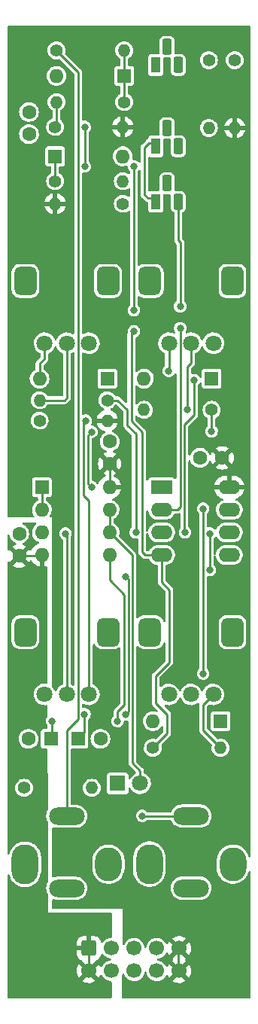
<source format=gtl>
%TF.GenerationSoftware,KiCad,Pcbnew,(6.0.1)*%
%TF.CreationDate,2022-11-06T07:50:35-05:00*%
%TF.ProjectId,ER-ADSR-555-01,45522d41-4453-4522-9d35-35352d30312e,rev?*%
%TF.SameCoordinates,Original*%
%TF.FileFunction,Copper,L1,Top*%
%TF.FilePolarity,Positive*%
%FSLAX46Y46*%
G04 Gerber Fmt 4.6, Leading zero omitted, Abs format (unit mm)*
G04 Created by KiCad (PCBNEW (6.0.1)) date 2022-11-06 07:50:35*
%MOMM*%
%LPD*%
G01*
G04 APERTURE LIST*
G04 Aperture macros list*
%AMRoundRect*
0 Rectangle with rounded corners*
0 $1 Rounding radius*
0 $2 $3 $4 $5 $6 $7 $8 $9 X,Y pos of 4 corners*
0 Add a 4 corners polygon primitive as box body*
4,1,4,$2,$3,$4,$5,$6,$7,$8,$9,$2,$3,0*
0 Add four circle primitives for the rounded corners*
1,1,$1+$1,$2,$3*
1,1,$1+$1,$4,$5*
1,1,$1+$1,$6,$7*
1,1,$1+$1,$8,$9*
0 Add four rect primitives between the rounded corners*
20,1,$1+$1,$2,$3,$4,$5,0*
20,1,$1+$1,$4,$5,$6,$7,0*
20,1,$1+$1,$6,$7,$8,$9,0*
20,1,$1+$1,$8,$9,$2,$3,0*%
G04 Aperture macros list end*
%TA.AperFunction,ComponentPad*%
%ADD10R,1.600000X1.600000*%
%TD*%
%TA.AperFunction,ComponentPad*%
%ADD11O,1.600000X1.600000*%
%TD*%
%TA.AperFunction,WasherPad*%
%ADD12RoundRect,0.625000X0.625000X-0.975000X0.625000X0.975000X-0.625000X0.975000X-0.625000X-0.975000X0*%
%TD*%
%TA.AperFunction,WasherPad*%
%ADD13RoundRect,0.578704X0.671296X-1.021296X0.671296X1.021296X-0.671296X1.021296X-0.671296X-1.021296X0*%
%TD*%
%TA.AperFunction,ComponentPad*%
%ADD14C,1.800000*%
%TD*%
%TA.AperFunction,ComponentPad*%
%ADD15C,1.400000*%
%TD*%
%TA.AperFunction,ComponentPad*%
%ADD16O,1.400000X1.400000*%
%TD*%
%TA.AperFunction,ComponentPad*%
%ADD17R,1.100000X1.800000*%
%TD*%
%TA.AperFunction,ComponentPad*%
%ADD18RoundRect,0.275000X-0.275000X-0.625000X0.275000X-0.625000X0.275000X0.625000X-0.275000X0.625000X0*%
%TD*%
%TA.AperFunction,ComponentPad*%
%ADD19C,1.600000*%
%TD*%
%TA.AperFunction,ComponentPad*%
%ADD20R,1.800000X1.800000*%
%TD*%
%TA.AperFunction,ComponentPad*%
%ADD21O,3.000000X3.800000*%
%TD*%
%TA.AperFunction,ComponentPad*%
%ADD22O,3.000000X4.500000*%
%TD*%
%TA.AperFunction,ComponentPad*%
%ADD23O,4.000000X2.000000*%
%TD*%
%TA.AperFunction,ComponentPad*%
%ADD24R,2.400000X1.600000*%
%TD*%
%TA.AperFunction,ComponentPad*%
%ADD25O,2.400000X1.600000*%
%TD*%
%TA.AperFunction,ComponentPad*%
%ADD26RoundRect,0.250000X-0.600000X0.600000X-0.600000X-0.600000X0.600000X-0.600000X0.600000X0.600000X0*%
%TD*%
%TA.AperFunction,ComponentPad*%
%ADD27C,1.700000*%
%TD*%
%TA.AperFunction,ViaPad*%
%ADD28C,0.800000*%
%TD*%
%TA.AperFunction,Conductor*%
%ADD29C,0.250000*%
%TD*%
G04 APERTURE END LIST*
D10*
%TO.P,D5,1,K*%
%TO.N,Net-(D5-Pad1)*%
X23310000Y-40000000D03*
D11*
%TO.P,D5,2,A*%
%TO.N,/THR*%
X15690000Y-40000000D03*
%TD*%
D12*
%TO.P,RV3,*%
%TO.N,*%
X2350000Y-68500000D03*
D13*
X11650000Y-68500000D03*
D14*
%TO.P,RV3,1,1*%
%TO.N,Net-(R10-Pad1)*%
X9500000Y-75500000D03*
%TO.P,RV3,2,2*%
%TO.N,/SUSPOT*%
X7000000Y-75500000D03*
%TO.P,RV3,3,3*%
%TO.N,/DISCH*%
X4500000Y-75500000D03*
%TD*%
D15*
%TO.P,R3,1*%
%TO.N,Net-(Q1-Pad3)*%
X25908000Y-4190000D03*
D16*
%TO.P,R3,2*%
%TO.N,+12V*%
X25908000Y-11810000D03*
%TD*%
D10*
%TO.P,D4,1,K*%
%TO.N,/THR*%
X11560000Y-40000000D03*
D11*
%TO.P,D4,2,A*%
%TO.N,Net-(D4-Pad2)*%
X3940000Y-40000000D03*
%TD*%
D17*
%TO.P,Q2,1,E*%
%TO.N,GND*%
X17018000Y-13874000D03*
D18*
%TO.P,Q2,2,B*%
%TO.N,/BUFB*%
X18288000Y-11804000D03*
%TO.P,Q2,3,C*%
%TO.N,/RST*%
X19558000Y-13874000D03*
%TD*%
D19*
%TO.P,C1,1*%
%TO.N,/RST*%
X2750000Y-10000000D03*
%TO.P,C1,2*%
%TO.N,Net-(C1-Pad2)*%
X2750000Y-12500000D03*
%TD*%
D15*
%TO.P,R7,1*%
%TO.N,/TRIG*%
X13310000Y-20320000D03*
D16*
%TO.P,R7,2*%
%TO.N,+12V*%
X5690000Y-20320000D03*
%TD*%
D15*
%TO.P,R9,1*%
%TO.N,/LOOP1*%
X23310000Y-43500000D03*
D16*
%TO.P,R9,2*%
%TO.N,/DEC*%
X15690000Y-43500000D03*
%TD*%
D12*
%TO.P,RV2,*%
%TO.N,*%
X16350000Y-29000000D03*
D13*
X25650000Y-29000000D03*
D14*
%TO.P,RV2,1,1*%
%TO.N,/DEC*%
X23500000Y-36000000D03*
%TO.P,RV2,2,2*%
X21000000Y-36000000D03*
%TO.P,RV2,3,3*%
%TO.N,Net-(D5-Pad1)*%
X18500000Y-36000000D03*
%TD*%
D10*
%TO.P,C2,1*%
%TO.N,/CV*%
X8294888Y-80500000D03*
D19*
%TO.P,C2,2*%
%TO.N,GND*%
X10794888Y-80500000D03*
%TD*%
D15*
%TO.P,R11,1*%
%TO.N,/RST*%
X16690000Y-81500000D03*
D16*
%TO.P,R11,2*%
%TO.N,/REL*%
X24310000Y-81500000D03*
%TD*%
D20*
%TO.P,DS1,1,K*%
%TO.N,Net-(DS1-Pad1)*%
X12725000Y-85500000D03*
D14*
%TO.P,DS1,2,A*%
%TO.N,/LOOP2*%
X15265000Y-85500000D03*
%TD*%
D13*
%TO.P,RV1,*%
%TO.N,*%
X11650000Y-29000000D03*
D12*
X2350000Y-29000000D03*
D14*
%TO.P,RV1,1,1*%
%TO.N,/ATT*%
X9500000Y-36000000D03*
%TO.P,RV1,2,2*%
X7000000Y-36000000D03*
%TO.P,RV1,3,3*%
%TO.N,Net-(D4-Pad2)*%
X4500000Y-36000000D03*
%TD*%
D10*
%TO.P,D3,1,K*%
%TO.N,Net-(D3-Pad1)*%
X24310000Y-78500000D03*
D11*
%TO.P,D3,2,A*%
%TO.N,/THR*%
X16690000Y-78500000D03*
%TD*%
D21*
%TO.P,J3,S*%
%TO.N,GND*%
X25700000Y-94580000D03*
D22*
X16300000Y-94580000D03*
D23*
%TO.P,J3,T*%
%TO.N,/LOOP2*%
X21000000Y-89180000D03*
%TO.P,J3,TN*%
%TO.N,unconnected-(J3-PadTN)*%
X21000000Y-97280000D03*
%TD*%
D15*
%TO.P,R1,1*%
%TO.N,/IN*%
X5842000Y-3088000D03*
D16*
%TO.P,R1,2*%
%TO.N,/BUFA*%
X13462000Y-3088000D03*
%TD*%
D17*
%TO.P,Q1,1,E*%
%TO.N,GND*%
X17018000Y-4729999D03*
D18*
%TO.P,Q1,2,B*%
%TO.N,/BUFA*%
X18288000Y-2659999D03*
%TO.P,Q1,3,C*%
%TO.N,Net-(Q1-Pad3)*%
X19558000Y-4729999D03*
%TD*%
D15*
%TO.P,R4,1*%
%TO.N,/BUFA*%
X13462000Y-8890000D03*
D16*
%TO.P,R4,2*%
%TO.N,/RST*%
X5842000Y-8890000D03*
%TD*%
D24*
%TO.P,U2,1,GND*%
%TO.N,GND*%
X17675000Y-52200000D03*
D25*
%TO.P,U2,2,TR*%
%TO.N,/TRIG*%
X17675000Y-54740000D03*
%TO.P,U2,3,Q*%
%TO.N,/QO*%
X17675000Y-57280000D03*
%TO.P,U2,4,R*%
%TO.N,/RST*%
X17675000Y-59820000D03*
%TO.P,U2,5,CV*%
%TO.N,/CV*%
X25295000Y-59820000D03*
%TO.P,U2,6,THR*%
%TO.N,/THR*%
X25295000Y-57280000D03*
%TO.P,U2,7,DIS*%
%TO.N,/DISCH*%
X25295000Y-54740000D03*
%TO.P,U2,8,VCC*%
%TO.N,+12V*%
X25295000Y-52200000D03*
%TD*%
D10*
%TO.P,D2,1,K*%
%TO.N,Net-(C1-Pad2)*%
X5690000Y-14986000D03*
D11*
%TO.P,D2,2,A*%
%TO.N,GND*%
X13310000Y-14986000D03*
%TD*%
D10*
%TO.P,C3,1*%
%TO.N,/THR*%
X5205113Y-80500000D03*
D19*
%TO.P,C3,2*%
%TO.N,GND*%
X2705113Y-80500000D03*
%TD*%
D15*
%TO.P,R2,1*%
%TO.N,Net-(Q1-Pad3)*%
X23000000Y-4190000D03*
D16*
%TO.P,R2,2*%
%TO.N,/BUFB*%
X23000000Y-11810000D03*
%TD*%
D21*
%TO.P,J2,S*%
%TO.N,GND*%
X11700000Y-94600000D03*
D22*
X2300000Y-94600000D03*
D23*
%TO.P,J2,T*%
%TO.N,/IN*%
X7000000Y-89200000D03*
%TO.P,J2,TN*%
%TO.N,GND*%
X7000000Y-97300000D03*
%TD*%
D19*
%TO.P,C5,1*%
%TO.N,GND*%
X21991000Y-48895000D03*
%TO.P,C5,2*%
%TO.N,+12V*%
X24491000Y-48895000D03*
%TD*%
D15*
%TO.P,R10,1*%
%TO.N,Net-(R10-Pad1)*%
X3940000Y-44704000D03*
D16*
%TO.P,R10,2*%
%TO.N,+12V*%
X11560000Y-44704000D03*
%TD*%
D19*
%TO.P,C4,1*%
%TO.N,GND*%
X11836400Y-47060790D03*
%TO.P,C4,2*%
%TO.N,+12V*%
X11836400Y-49560790D03*
%TD*%
D15*
%TO.P,R12,1*%
%TO.N,GND*%
X2190000Y-86000000D03*
D16*
%TO.P,R12,2*%
%TO.N,Net-(DS1-Pad1)*%
X9810000Y-86000000D03*
%TD*%
D10*
%TO.P,D1,1,K*%
%TO.N,/BUFA*%
X13462000Y-5943600D03*
D11*
%TO.P,D1,2,A*%
%TO.N,GND*%
X5842000Y-5943600D03*
%TD*%
D10*
%TO.P,U1,1*%
%TO.N,/LOOP1*%
X4200000Y-52200000D03*
D11*
%TO.P,U1,2,-*%
X4200000Y-54740000D03*
%TO.P,U1,3,+*%
%TO.N,/SUSPOT*%
X4200000Y-57280000D03*
%TO.P,U1,4,V-*%
%TO.N,-12V*%
X4200000Y-59820000D03*
%TO.P,U1,5,+*%
%TO.N,/THR*%
X11820000Y-59820000D03*
%TO.P,U1,6,-*%
%TO.N,/LOOP2*%
X11820000Y-57280000D03*
%TO.P,U1,7*%
X11820000Y-54740000D03*
%TO.P,U1,8,V+*%
%TO.N,+12V*%
X11820000Y-52200000D03*
%TD*%
D15*
%TO.P,R8,1*%
%TO.N,/QO*%
X11560000Y-42418000D03*
D16*
%TO.P,R8,2*%
%TO.N,/ATT*%
X3940000Y-42418000D03*
%TD*%
D17*
%TO.P,Q3,1,E*%
%TO.N,GND*%
X17018000Y-20097000D03*
D18*
%TO.P,Q3,2,B*%
%TO.N,/BUFC*%
X18288000Y-18027000D03*
%TO.P,Q3,3,C*%
%TO.N,/TRIG*%
X19558000Y-20097000D03*
%TD*%
D19*
%TO.P,C6,1*%
%TO.N,-12V*%
X1651000Y-59924010D03*
%TO.P,C6,2*%
%TO.N,GND*%
X1651000Y-57424010D03*
%TD*%
D13*
%TO.P,RV4,*%
%TO.N,*%
X25650000Y-68500000D03*
D12*
X16350000Y-68500000D03*
D14*
%TO.P,RV4,1,1*%
%TO.N,/REL*%
X23500000Y-75500000D03*
%TO.P,RV4,2,2*%
X21000000Y-75500000D03*
%TO.P,RV4,3,3*%
%TO.N,Net-(D3-Pad1)*%
X18500000Y-75500000D03*
%TD*%
D15*
%TO.P,R5,1*%
%TO.N,/RST*%
X5690000Y-11684000D03*
D16*
%TO.P,R5,2*%
%TO.N,+12V*%
X13310000Y-11684000D03*
%TD*%
D15*
%TO.P,R6,1*%
%TO.N,Net-(C1-Pad2)*%
X5690000Y-17780000D03*
D16*
%TO.P,R6,2*%
%TO.N,/BUFC*%
X13310000Y-17780000D03*
%TD*%
D26*
%TO.P,J1,1,Pin_1*%
%TO.N,-12V*%
X9499600Y-104047900D03*
D27*
%TO.P,J1,2,Pin_2*%
X9499600Y-106587900D03*
%TO.P,J1,3,Pin_3*%
%TO.N,GND*%
X12039600Y-104047900D03*
%TO.P,J1,4,Pin_4*%
X12039600Y-106587900D03*
%TO.P,J1,5,Pin_5*%
X14579600Y-104047900D03*
%TO.P,J1,6,Pin_6*%
X14579600Y-106587900D03*
%TO.P,J1,7,Pin_7*%
X17119600Y-104047900D03*
%TO.P,J1,8,Pin_8*%
X17119600Y-106587900D03*
%TO.P,J1,9,Pin_9*%
%TO.N,+12V*%
X19659600Y-104047900D03*
%TO.P,J1,10,Pin_10*%
X19659600Y-106587900D03*
%TD*%
D28*
%TO.N,/DISCH*%
X22352000Y-73152000D03*
X22352000Y-54610000D03*
%TO.N,/LOOP2*%
X15494000Y-89154000D03*
%TO.N,/THR*%
X12714000Y-78500000D03*
%TO.N,/CV*%
X13651900Y-62230000D03*
X13651900Y-77724000D03*
X8999989Y-77724000D03*
%TO.N,/THR*%
X5334000Y-78486000D03*
%TO.N,/SUSPOT*%
X6858000Y-57404000D03*
%TO.N,Net-(R10-Pad1)*%
X9144000Y-44704000D03*
%TO.N,Net-(D5-Pad1)*%
X18491200Y-39116000D03*
%TO.N,/RST*%
X9017000Y-11684000D03*
X14565489Y-16114511D03*
X14565489Y-32297511D03*
X14565489Y-34685111D03*
X9017000Y-16129000D03*
%TO.N,/THR*%
X21336000Y-40168000D03*
X23114000Y-61505500D03*
X23114000Y-57404000D03*
X20320000Y-57277000D03*
%TO.N,/TRIG*%
X19775489Y-34326511D03*
X19775489Y-31862711D03*
%TO.N,/QO*%
X14775500Y-57280000D03*
%TO.N,/LOOP1*%
X9779000Y-52197000D03*
X9779000Y-45974000D03*
X23310000Y-45916000D03*
%TO.N,/DEC*%
X20599400Y-43459400D03*
%TD*%
D29*
%TO.N,/THR*%
X12714000Y-77456000D02*
X12714000Y-78500000D01*
X13477360Y-76692640D02*
X12714000Y-77456000D01*
X13477360Y-64277360D02*
X13477360Y-76692640D01*
X11820000Y-62620000D02*
X13477360Y-64277360D01*
X11820000Y-59820000D02*
X11820000Y-62620000D01*
%TO.N,/CV*%
X13926880Y-77449020D02*
X13651900Y-77724000D01*
X13651900Y-62230000D02*
X13926880Y-62504980D01*
X13926880Y-62504980D02*
X13926880Y-77449020D01*
%TO.N,/RST*%
X17675000Y-62887000D02*
X17675000Y-59820000D01*
X18542000Y-63754000D02*
X17675000Y-62887000D01*
X18542000Y-71882000D02*
X18542000Y-63754000D01*
X17018000Y-73406000D02*
X18542000Y-71882000D01*
X17018000Y-76454000D02*
X17018000Y-73406000D01*
X18288000Y-77724000D02*
X17018000Y-76454000D01*
X18288000Y-79902000D02*
X18288000Y-77724000D01*
X16690000Y-81500000D02*
X18288000Y-79902000D01*
%TO.N,/DISCH*%
X22352000Y-54610000D02*
X22352000Y-73152000D01*
%TO.N,/RST*%
X15878000Y-59820000D02*
X15820000Y-59820000D01*
X17675000Y-59820000D02*
X15878000Y-59820000D01*
%TO.N,/REL*%
X22352000Y-79542000D02*
X24310000Y-81500000D01*
X22352000Y-76648000D02*
X22352000Y-79542000D01*
X23500000Y-75500000D02*
X22352000Y-76648000D01*
%TO.N,/LOOP2*%
X15520000Y-89180000D02*
X15494000Y-89154000D01*
X15520000Y-89180000D02*
X21000000Y-89180000D01*
X15265000Y-84099000D02*
X15265000Y-85500000D01*
X14376400Y-83210400D02*
X15265000Y-84099000D01*
X14376400Y-59836400D02*
X14376400Y-83210400D01*
X11820000Y-57280000D02*
X14376400Y-59836400D01*
%TO.N,/CV*%
X8999989Y-79794899D02*
X8999989Y-77724000D01*
X8294888Y-80500000D02*
X8999989Y-79794899D01*
%TO.N,/THR*%
X5334000Y-78486000D02*
X5334000Y-80371113D01*
%TO.N,/SUSPOT*%
X7000000Y-57546000D02*
X6858000Y-57404000D01*
X7000000Y-75500000D02*
X7000000Y-57546000D01*
%TO.N,/IN*%
X7000000Y-79545866D02*
X7000000Y-89200000D01*
X8275489Y-12627489D02*
X8275489Y-78270377D01*
X8275489Y-78270377D02*
X7000000Y-79545866D01*
X8292489Y-12610489D02*
X8275489Y-12627489D01*
X8292489Y-5538489D02*
X8292489Y-12610489D01*
X5842000Y-3088000D02*
X8292489Y-5538489D01*
%TO.N,Net-(R10-Pad1)*%
X9500000Y-53696000D02*
X8890000Y-53086000D01*
X9500000Y-75500000D02*
X9500000Y-53696000D01*
X8890000Y-44958000D02*
X8890000Y-53086000D01*
X9144000Y-44704000D02*
X8890000Y-44958000D01*
%TO.N,Net-(C1-Pad2)*%
X5690000Y-14986000D02*
X5690000Y-17780000D01*
%TO.N,GND*%
X17018000Y-19697000D02*
X16141000Y-19697000D01*
X16244000Y-13474000D02*
X17018000Y-13474000D01*
X16141000Y-19697000D02*
X15748000Y-19304000D01*
X15748000Y-13970000D02*
X16244000Y-13474000D01*
X15748000Y-19304000D02*
X15748000Y-13970000D01*
%TO.N,Net-(D4-Pad2)*%
X4500000Y-36000000D02*
X4500000Y-37740200D01*
X3940000Y-38300200D02*
X3940000Y-40000000D01*
X4500000Y-37740200D02*
X3940000Y-38300200D01*
%TO.N,Net-(D5-Pad1)*%
X18500000Y-36000000D02*
X18500000Y-39107200D01*
X18500000Y-39107200D02*
X18491200Y-39116000D01*
%TO.N,-12V*%
X1651000Y-59924000D02*
X4096000Y-59924000D01*
X9499600Y-104047900D02*
X9499600Y-106587900D01*
%TO.N,+12V*%
X11820000Y-52200000D02*
X11820000Y-49577200D01*
X19580000Y-103747500D02*
X19580000Y-106287500D01*
%TO.N,/RST*%
X14267120Y-34983480D02*
X14565489Y-34685111D01*
X14267120Y-44775342D02*
X14267120Y-34983480D01*
X5842000Y-8890000D02*
X5842000Y-11532000D01*
X15820000Y-59820000D02*
X15500000Y-59500000D01*
X15500000Y-46008222D02*
X14267120Y-44775342D01*
X9017000Y-16129000D02*
X9017000Y-11684000D01*
X14565489Y-32297511D02*
X14565489Y-16114511D01*
X15500000Y-59500000D02*
X15500000Y-46008222D01*
%TO.N,/LOOP2*%
X11820000Y-54740000D02*
X11820000Y-57280000D01*
%TO.N,/THR*%
X20261520Y-45143480D02*
X21336000Y-44069000D01*
X23114000Y-57404000D02*
X23114000Y-61505500D01*
X20320000Y-57277000D02*
X20261520Y-57218520D01*
X20261520Y-57218520D02*
X20261520Y-45143480D01*
X21336000Y-44069000D02*
X21336000Y-40168000D01*
%TO.N,/BUFA*%
X13462000Y-8890000D02*
X13462000Y-5943600D01*
X13462000Y-5943600D02*
X13462000Y-3088000D01*
%TO.N,/TRIG*%
X19558000Y-19697000D02*
X19558000Y-24457022D01*
X19775489Y-54319489D02*
X19775489Y-34326511D01*
X19812000Y-54356000D02*
X19775489Y-54319489D01*
X19428000Y-54740000D02*
X19812000Y-54356000D01*
X19558000Y-24457022D02*
X19775489Y-24674511D01*
X19775489Y-31862711D02*
X19775489Y-24674511D01*
X17675000Y-54740000D02*
X19428000Y-54740000D01*
%TO.N,/QO*%
X12725400Y-42418000D02*
X13817600Y-43510200D01*
X14775500Y-46195300D02*
X14775500Y-57280000D01*
X13817600Y-43510200D02*
X13817600Y-45237400D01*
X13817600Y-45237400D02*
X14775500Y-46195300D01*
X11560000Y-42418000D02*
X12725400Y-42418000D01*
%TO.N,/LOOP1*%
X9398531Y-51816531D02*
X9398531Y-46354469D01*
X23310000Y-45916000D02*
X23310000Y-43500000D01*
X4200000Y-52200000D02*
X4200000Y-54740000D01*
X9779000Y-52197000D02*
X9398531Y-51816531D01*
X9398531Y-46354469D02*
X9779000Y-45974000D01*
%TO.N,/ATT*%
X7000000Y-36000000D02*
X7000000Y-42149000D01*
X6731000Y-42418000D02*
X7000000Y-42149000D01*
X3940000Y-42418000D02*
X6731000Y-42418000D01*
%TO.N,/DEC*%
X21000000Y-36000000D02*
X21000000Y-38207400D01*
X20599400Y-43459400D02*
X20599400Y-38608000D01*
X21000000Y-38207400D02*
X20599400Y-38608000D01*
%TD*%
%TA.AperFunction,Conductor*%
%TO.N,+12V*%
G36*
X27637321Y-324802D02*
G01*
X27683814Y-378458D01*
X27695200Y-430800D01*
X27695200Y-93689400D01*
X27675198Y-93757521D01*
X27621542Y-93804014D01*
X27551268Y-93814118D01*
X27486688Y-93784624D01*
X27448304Y-93724898D01*
X27446307Y-93717208D01*
X27436815Y-93675258D01*
X27431258Y-93650701D01*
X27412029Y-93601254D01*
X27335699Y-93404972D01*
X27335698Y-93404970D01*
X27334006Y-93400619D01*
X27200858Y-93167658D01*
X27034739Y-92956937D01*
X26839298Y-92773084D01*
X26714377Y-92686423D01*
X26622666Y-92622801D01*
X26622661Y-92622798D01*
X26618828Y-92620139D01*
X26422918Y-92523527D01*
X26382362Y-92503527D01*
X26382359Y-92503526D01*
X26378174Y-92501462D01*
X26324511Y-92484284D01*
X26156513Y-92430507D01*
X26122621Y-92419658D01*
X25947739Y-92391177D01*
X25862395Y-92377278D01*
X25862394Y-92377278D01*
X25857783Y-92376527D01*
X25723632Y-92374771D01*
X25594157Y-92373076D01*
X25594154Y-92373076D01*
X25589480Y-92373015D01*
X25323605Y-92409199D01*
X25319119Y-92410507D01*
X25319117Y-92410507D01*
X25285114Y-92420418D01*
X25065998Y-92484284D01*
X25061745Y-92486244D01*
X25061744Y-92486245D01*
X25024257Y-92503527D01*
X24822319Y-92596622D01*
X24818414Y-92599182D01*
X24818409Y-92599185D01*
X24601834Y-92741177D01*
X24601829Y-92741181D01*
X24597921Y-92743743D01*
X24397735Y-92922417D01*
X24226156Y-93128717D01*
X24086956Y-93358113D01*
X24085147Y-93362427D01*
X24085146Y-93362429D01*
X24001287Y-93562411D01*
X23983191Y-93605564D01*
X23917141Y-93865634D01*
X23894700Y-94088496D01*
X23894700Y-95048118D01*
X23894873Y-95050443D01*
X23894873Y-95050449D01*
X23897690Y-95088350D01*
X23909523Y-95247589D01*
X23968742Y-95509299D01*
X23970434Y-95513651D01*
X23970435Y-95513653D01*
X24029045Y-95664366D01*
X24065994Y-95759381D01*
X24199142Y-95992342D01*
X24365261Y-96203063D01*
X24560702Y-96386916D01*
X24635526Y-96438823D01*
X24777334Y-96537199D01*
X24777339Y-96537202D01*
X24781172Y-96539861D01*
X24877943Y-96587583D01*
X25017638Y-96656473D01*
X25017641Y-96656474D01*
X25021826Y-96658538D01*
X25026269Y-96659960D01*
X25026271Y-96659961D01*
X25077854Y-96676473D01*
X25277379Y-96740342D01*
X25341601Y-96750801D01*
X25537605Y-96782722D01*
X25537606Y-96782722D01*
X25542217Y-96783473D01*
X25676369Y-96785229D01*
X25805843Y-96786924D01*
X25805846Y-96786924D01*
X25810520Y-96786985D01*
X26076395Y-96750801D01*
X26109706Y-96741092D01*
X26148353Y-96729827D01*
X26334002Y-96675716D01*
X26577681Y-96563378D01*
X26581586Y-96560818D01*
X26581591Y-96560815D01*
X26798166Y-96418823D01*
X26798171Y-96418819D01*
X26802079Y-96416257D01*
X27002265Y-96237583D01*
X27173844Y-96031283D01*
X27313044Y-95801887D01*
X27324307Y-95775028D01*
X27415002Y-95558746D01*
X27415003Y-95558742D01*
X27416809Y-95554436D01*
X27447077Y-95435257D01*
X27483232Y-95374156D01*
X27546681Y-95342302D01*
X27617280Y-95349807D01*
X27672614Y-95394290D01*
X27695200Y-95466273D01*
X27695200Y-109569200D01*
X27675198Y-109637321D01*
X27621542Y-109683814D01*
X27569200Y-109695200D01*
X13351479Y-109695200D01*
X13283358Y-109675198D01*
X13236865Y-109621542D01*
X13225482Y-109568280D01*
X13244061Y-107023028D01*
X13264560Y-106955055D01*
X13318554Y-106908955D01*
X13388900Y-106899365D01*
X13453263Y-106929328D01*
X13484683Y-106975760D01*
X13485901Y-106975199D01*
X13574795Y-107168024D01*
X13697340Y-107341421D01*
X13849432Y-107489583D01*
X13854228Y-107492788D01*
X13854231Y-107492790D01*
X13925486Y-107540401D01*
X14025977Y-107607547D01*
X14031285Y-107609828D01*
X14031286Y-107609828D01*
X14215760Y-107689084D01*
X14215763Y-107689085D01*
X14221063Y-107691362D01*
X14226692Y-107692636D01*
X14226693Y-107692636D01*
X14422521Y-107736948D01*
X14422524Y-107736948D01*
X14428157Y-107738223D01*
X14433928Y-107738450D01*
X14433930Y-107738450D01*
X14498686Y-107740994D01*
X14640323Y-107746559D01*
X14745389Y-107731325D01*
X14844741Y-107716920D01*
X14844746Y-107716919D01*
X14850455Y-107716091D01*
X14855919Y-107714236D01*
X14855924Y-107714235D01*
X15046048Y-107649696D01*
X15051516Y-107647840D01*
X15236772Y-107544092D01*
X15400020Y-107408320D01*
X15535792Y-107245072D01*
X15639540Y-107059816D01*
X15670165Y-106969599D01*
X15705935Y-106864224D01*
X15705936Y-106864219D01*
X15707791Y-106858755D01*
X15708619Y-106853046D01*
X15708620Y-106853041D01*
X15719934Y-106775005D01*
X15722887Y-106754638D01*
X15752457Y-106690093D01*
X15812228Y-106651781D01*
X15883225Y-106651865D01*
X15942905Y-106690320D01*
X15972322Y-106754936D01*
X15973165Y-106763047D01*
X15973258Y-106763633D01*
X15973636Y-106769403D01*
X16025901Y-106975199D01*
X16114795Y-107168024D01*
X16237340Y-107341421D01*
X16389432Y-107489583D01*
X16394228Y-107492788D01*
X16394231Y-107492790D01*
X16465486Y-107540401D01*
X16565977Y-107607547D01*
X16571285Y-107609828D01*
X16571286Y-107609828D01*
X16755760Y-107689084D01*
X16755763Y-107689085D01*
X16761063Y-107691362D01*
X16766692Y-107692636D01*
X16766693Y-107692636D01*
X16962521Y-107736948D01*
X16962524Y-107736948D01*
X16968157Y-107738223D01*
X16973928Y-107738450D01*
X16973930Y-107738450D01*
X17038686Y-107740994D01*
X17180323Y-107746559D01*
X17285389Y-107731325D01*
X17384741Y-107716920D01*
X17384746Y-107716919D01*
X17390455Y-107716091D01*
X17395919Y-107714236D01*
X17395924Y-107714235D01*
X17400290Y-107712753D01*
X18899577Y-107712753D01*
X18904858Y-107719807D01*
X19066356Y-107814179D01*
X19075642Y-107818629D01*
X19274601Y-107894603D01*
X19284499Y-107897479D01*
X19493195Y-107939938D01*
X19503423Y-107941157D01*
X19716250Y-107948962D01*
X19726536Y-107948495D01*
X19937785Y-107921434D01*
X19947862Y-107919292D01*
X20151855Y-107858091D01*
X20161442Y-107854333D01*
X20352698Y-107760638D01*
X20361544Y-107755365D01*
X20408847Y-107721623D01*
X20417248Y-107710923D01*
X20410260Y-107697770D01*
X19672412Y-106959922D01*
X19658468Y-106952308D01*
X19656635Y-106952439D01*
X19650020Y-106956690D01*
X18906337Y-107700373D01*
X18899577Y-107712753D01*
X17400290Y-107712753D01*
X17586048Y-107649696D01*
X17591516Y-107647840D01*
X17776772Y-107544092D01*
X17940020Y-107408320D01*
X18075792Y-107245072D01*
X18170843Y-107075347D01*
X18221578Y-107025686D01*
X18291110Y-107011338D01*
X18357360Y-107036860D01*
X18397519Y-107089510D01*
X18441370Y-107197503D01*
X18446013Y-107206694D01*
X18526060Y-107337320D01*
X18536516Y-107346780D01*
X18545294Y-107342996D01*
X19287578Y-106600712D01*
X19293956Y-106589032D01*
X20024008Y-106589032D01*
X20024139Y-106590865D01*
X20028390Y-106597480D01*
X20770074Y-107339164D01*
X20782084Y-107345723D01*
X20793823Y-107336755D01*
X20824604Y-107293919D01*
X20829915Y-107285080D01*
X20924270Y-107094167D01*
X20928069Y-107084572D01*
X20989976Y-106880815D01*
X20992155Y-106870734D01*
X21020190Y-106657787D01*
X21020709Y-106651112D01*
X21022172Y-106591264D01*
X21021978Y-106584546D01*
X21004381Y-106370504D01*
X21002696Y-106360324D01*
X20950814Y-106153775D01*
X20947494Y-106144024D01*
X20862572Y-105948714D01*
X20857705Y-105939639D01*
X20792663Y-105839097D01*
X20781977Y-105829895D01*
X20772412Y-105834298D01*
X20031622Y-106575088D01*
X20024008Y-106589032D01*
X19293956Y-106589032D01*
X19295192Y-106586768D01*
X19295061Y-106584935D01*
X19290810Y-106578320D01*
X18549449Y-105836959D01*
X18537913Y-105830659D01*
X18525631Y-105840282D01*
X18477689Y-105910562D01*
X18472604Y-105919513D01*
X18392228Y-106092669D01*
X18345404Y-106146036D01*
X18277160Y-106165617D01*
X18209165Y-106145193D01*
X18164934Y-106095348D01*
X18111429Y-105986851D01*
X18108875Y-105981672D01*
X17981833Y-105811542D01*
X17825915Y-105667413D01*
X17646342Y-105554111D01*
X17612668Y-105540676D01*
X17548679Y-105515147D01*
X17449129Y-105475430D01*
X17443461Y-105474303D01*
X17443459Y-105474302D01*
X17273167Y-105440429D01*
X17210257Y-105407522D01*
X17175125Y-105345827D01*
X17178925Y-105274932D01*
X17220451Y-105217346D01*
X17279666Y-105192155D01*
X17390455Y-105176091D01*
X17395919Y-105174236D01*
X17395924Y-105174235D01*
X17400290Y-105172753D01*
X18899577Y-105172753D01*
X18904858Y-105179807D01*
X18952079Y-105207401D01*
X19000803Y-105259039D01*
X19013874Y-105328822D01*
X18987143Y-105394594D01*
X18946687Y-105427953D01*
X18938066Y-105432441D01*
X18929334Y-105437939D01*
X18909277Y-105452999D01*
X18900823Y-105464327D01*
X18907568Y-105476658D01*
X19646788Y-106215878D01*
X19660732Y-106223492D01*
X19662565Y-106223361D01*
X19669180Y-106219110D01*
X20412989Y-105475301D01*
X20420010Y-105462444D01*
X20413211Y-105453113D01*
X20409159Y-105450421D01*
X20371716Y-105429752D01*
X20321745Y-105379320D01*
X20306973Y-105309877D01*
X20332089Y-105243472D01*
X20359440Y-105216865D01*
X20408847Y-105181623D01*
X20417248Y-105170923D01*
X20410260Y-105157770D01*
X19672412Y-104419922D01*
X19658468Y-104412308D01*
X19656635Y-104412439D01*
X19650020Y-104416690D01*
X18906337Y-105160373D01*
X18899577Y-105172753D01*
X17400290Y-105172753D01*
X17586048Y-105109696D01*
X17591516Y-105107840D01*
X17776772Y-105004092D01*
X17940020Y-104868320D01*
X18075792Y-104705072D01*
X18170843Y-104535347D01*
X18221578Y-104485686D01*
X18291110Y-104471338D01*
X18357360Y-104496860D01*
X18397519Y-104549510D01*
X18441370Y-104657503D01*
X18446013Y-104666694D01*
X18526060Y-104797320D01*
X18536516Y-104806780D01*
X18545294Y-104802996D01*
X19287578Y-104060712D01*
X19293956Y-104049032D01*
X20024008Y-104049032D01*
X20024139Y-104050865D01*
X20028390Y-104057480D01*
X20770074Y-104799164D01*
X20782084Y-104805723D01*
X20793823Y-104796755D01*
X20824604Y-104753919D01*
X20829915Y-104745080D01*
X20924270Y-104554167D01*
X20928069Y-104544572D01*
X20989976Y-104340815D01*
X20992155Y-104330734D01*
X21020190Y-104117787D01*
X21020709Y-104111112D01*
X21022172Y-104051264D01*
X21021978Y-104044546D01*
X21004381Y-103830504D01*
X21002696Y-103820324D01*
X20950814Y-103613775D01*
X20947494Y-103604024D01*
X20862572Y-103408714D01*
X20857705Y-103399639D01*
X20792663Y-103299097D01*
X20781977Y-103289895D01*
X20772412Y-103294298D01*
X20031622Y-104035088D01*
X20024008Y-104049032D01*
X19293956Y-104049032D01*
X19295192Y-104046768D01*
X19295061Y-104044935D01*
X19290810Y-104038320D01*
X18549449Y-103296959D01*
X18537913Y-103290659D01*
X18525631Y-103300282D01*
X18477689Y-103370562D01*
X18472604Y-103379513D01*
X18392228Y-103552669D01*
X18345404Y-103606036D01*
X18277160Y-103625617D01*
X18209165Y-103605193D01*
X18164934Y-103555348D01*
X18111429Y-103446851D01*
X18108875Y-103441672D01*
X17981833Y-103271542D01*
X17825915Y-103127413D01*
X17646342Y-103014111D01*
X17612668Y-103000676D01*
X17585696Y-102989915D01*
X17449129Y-102935430D01*
X17443461Y-102934303D01*
X17443459Y-102934302D01*
X17393311Y-102924327D01*
X18900823Y-102924327D01*
X18907568Y-102936658D01*
X19646788Y-103675878D01*
X19660732Y-103683492D01*
X19662565Y-103683361D01*
X19669180Y-103679110D01*
X20412989Y-102935301D01*
X20420010Y-102922444D01*
X20413211Y-102913113D01*
X20409154Y-102910418D01*
X20222717Y-102807499D01*
X20213305Y-102803269D01*
X20012559Y-102732180D01*
X20002589Y-102729546D01*
X19792927Y-102692201D01*
X19782673Y-102691231D01*
X19569716Y-102688628D01*
X19559432Y-102689348D01*
X19348921Y-102721561D01*
X19338893Y-102723950D01*
X19136468Y-102790112D01*
X19126959Y-102794109D01*
X18938066Y-102892440D01*
X18929334Y-102897939D01*
X18909277Y-102912999D01*
X18900823Y-102924327D01*
X17393311Y-102924327D01*
X17246546Y-102895134D01*
X17246544Y-102895134D01*
X17240879Y-102894007D01*
X17235104Y-102893931D01*
X17235100Y-102893931D01*
X17128883Y-102892541D01*
X17028568Y-102891228D01*
X17022871Y-102892207D01*
X17022870Y-102892207D01*
X16824995Y-102926208D01*
X16824992Y-102926209D01*
X16819305Y-102927186D01*
X16620100Y-103000676D01*
X16437623Y-103109239D01*
X16277985Y-103249237D01*
X16274418Y-103253762D01*
X16274413Y-103253767D01*
X16152263Y-103408714D01*
X16146533Y-103415983D01*
X16143845Y-103421092D01*
X16050359Y-103598780D01*
X16050357Y-103598785D01*
X16047670Y-103603892D01*
X15984705Y-103806671D01*
X15984026Y-103812410D01*
X15975290Y-103886221D01*
X15947420Y-103951519D01*
X15888672Y-103991383D01*
X15817697Y-103993158D01*
X15757030Y-103956279D01*
X15725933Y-103892455D01*
X15724692Y-103882941D01*
X15720950Y-103842215D01*
X15720949Y-103842212D01*
X15720421Y-103836461D01*
X15662786Y-103632104D01*
X15568875Y-103441672D01*
X15441833Y-103271542D01*
X15285915Y-103127413D01*
X15106342Y-103014111D01*
X15072668Y-103000676D01*
X15045696Y-102989915D01*
X14909129Y-102935430D01*
X14903461Y-102934303D01*
X14903459Y-102934302D01*
X14706546Y-102895134D01*
X14706544Y-102895134D01*
X14700879Y-102894007D01*
X14695104Y-102893931D01*
X14695100Y-102893931D01*
X14588883Y-102892541D01*
X14488568Y-102891228D01*
X14482871Y-102892207D01*
X14482870Y-102892207D01*
X14284995Y-102926208D01*
X14284992Y-102926209D01*
X14279305Y-102927186D01*
X14080100Y-103000676D01*
X13897623Y-103109239D01*
X13737985Y-103249237D01*
X13734418Y-103253762D01*
X13734413Y-103253767D01*
X13612263Y-103408714D01*
X13606533Y-103415983D01*
X13507670Y-103603892D01*
X13505682Y-103602846D01*
X13467279Y-103650484D01*
X13399912Y-103672893D01*
X13331123Y-103655322D01*
X13282754Y-103603351D01*
X13269440Y-103546052D01*
X13270443Y-103408714D01*
X13298000Y-99633363D01*
X13284384Y-99633294D01*
X13284382Y-99633294D01*
X8413112Y-99608772D01*
X5484693Y-99594031D01*
X5416675Y-99573687D01*
X5370452Y-99519798D01*
X5359328Y-99468106D01*
X5358849Y-98639119D01*
X5378812Y-98570987D01*
X5432440Y-98524463D01*
X5502709Y-98514318D01*
X5538099Y-98524851D01*
X5551856Y-98531266D01*
X5557164Y-98532688D01*
X5557166Y-98532689D01*
X5767156Y-98588956D01*
X5767158Y-98588956D01*
X5772471Y-98590380D01*
X5871719Y-98599063D01*
X5940285Y-98605062D01*
X5940292Y-98605062D01*
X5943009Y-98605300D01*
X8056991Y-98605300D01*
X8059708Y-98605062D01*
X8059715Y-98605062D01*
X8128281Y-98599063D01*
X8227529Y-98590380D01*
X8232842Y-98588956D01*
X8232844Y-98588956D01*
X8442834Y-98532689D01*
X8442836Y-98532688D01*
X8448144Y-98531266D01*
X8462733Y-98524463D01*
X8650156Y-98437067D01*
X8650161Y-98437064D01*
X8655143Y-98434741D01*
X8688215Y-98411584D01*
X8837725Y-98306896D01*
X8837728Y-98306894D01*
X8842236Y-98303737D01*
X9003737Y-98142236D01*
X9015013Y-98126133D01*
X9131584Y-97959652D01*
X9131585Y-97959650D01*
X9134741Y-97955143D01*
X9137064Y-97950161D01*
X9137067Y-97950156D01*
X9228943Y-97753126D01*
X9228943Y-97753125D01*
X9231266Y-97748144D01*
X9290380Y-97527529D01*
X9310286Y-97300000D01*
X9308536Y-97280000D01*
X18689714Y-97280000D01*
X18709620Y-97507529D01*
X18711044Y-97512842D01*
X18711044Y-97512844D01*
X18713511Y-97522049D01*
X18768734Y-97728144D01*
X18771057Y-97733125D01*
X18771057Y-97733126D01*
X18862933Y-97930156D01*
X18862936Y-97930161D01*
X18865259Y-97935143D01*
X18996263Y-98122236D01*
X19157764Y-98283737D01*
X19162272Y-98286894D01*
X19162275Y-98286896D01*
X19190838Y-98306896D01*
X19344857Y-98414741D01*
X19349839Y-98417064D01*
X19349844Y-98417067D01*
X19546874Y-98508943D01*
X19551856Y-98511266D01*
X19557164Y-98512688D01*
X19557166Y-98512689D01*
X19767156Y-98568956D01*
X19767158Y-98568956D01*
X19772471Y-98570380D01*
X19871719Y-98579063D01*
X19940285Y-98585062D01*
X19940292Y-98585062D01*
X19943009Y-98585300D01*
X22056991Y-98585300D01*
X22059708Y-98585062D01*
X22059715Y-98585062D01*
X22128281Y-98579063D01*
X22227529Y-98570380D01*
X22232842Y-98568956D01*
X22232844Y-98568956D01*
X22442834Y-98512689D01*
X22442836Y-98512688D01*
X22448144Y-98511266D01*
X22453126Y-98508943D01*
X22650156Y-98417067D01*
X22650161Y-98417064D01*
X22655143Y-98414741D01*
X22809162Y-98306896D01*
X22837725Y-98286896D01*
X22837728Y-98286894D01*
X22842236Y-98283737D01*
X23003737Y-98122236D01*
X23134741Y-97935143D01*
X23137064Y-97930161D01*
X23137067Y-97930156D01*
X23228943Y-97733126D01*
X23228943Y-97733125D01*
X23231266Y-97728144D01*
X23286490Y-97522049D01*
X23288956Y-97512844D01*
X23288956Y-97512842D01*
X23290380Y-97507529D01*
X23310286Y-97280000D01*
X23290380Y-97052471D01*
X23282686Y-97023755D01*
X23232689Y-96837166D01*
X23232688Y-96837164D01*
X23231266Y-96831856D01*
X23228943Y-96826874D01*
X23137067Y-96629844D01*
X23137064Y-96629839D01*
X23134741Y-96624857D01*
X23110823Y-96590698D01*
X23006896Y-96442275D01*
X23006894Y-96442272D01*
X23003737Y-96437764D01*
X22842236Y-96276263D01*
X22837728Y-96273106D01*
X22837725Y-96273104D01*
X22659652Y-96148416D01*
X22659650Y-96148415D01*
X22655143Y-96145259D01*
X22650161Y-96142936D01*
X22650156Y-96142933D01*
X22453126Y-96051057D01*
X22453125Y-96051057D01*
X22448144Y-96048734D01*
X22442836Y-96047312D01*
X22442834Y-96047311D01*
X22232844Y-95991044D01*
X22232842Y-95991044D01*
X22227529Y-95989620D01*
X22128281Y-95980937D01*
X22059715Y-95974938D01*
X22059708Y-95974938D01*
X22056991Y-95974700D01*
X19943009Y-95974700D01*
X19940292Y-95974938D01*
X19940285Y-95974938D01*
X19871719Y-95980937D01*
X19772471Y-95989620D01*
X19767158Y-95991044D01*
X19767156Y-95991044D01*
X19557166Y-96047311D01*
X19557164Y-96047312D01*
X19551856Y-96048734D01*
X19546875Y-96051057D01*
X19546874Y-96051057D01*
X19349844Y-96142933D01*
X19349839Y-96142936D01*
X19344857Y-96145259D01*
X19340350Y-96148415D01*
X19340348Y-96148416D01*
X19162275Y-96273104D01*
X19162272Y-96273106D01*
X19157764Y-96276263D01*
X18996263Y-96437764D01*
X18993106Y-96442272D01*
X18993104Y-96442275D01*
X18889177Y-96590698D01*
X18865259Y-96624857D01*
X18862936Y-96629839D01*
X18862933Y-96629844D01*
X18771057Y-96826874D01*
X18768734Y-96831856D01*
X18767312Y-96837164D01*
X18767311Y-96837166D01*
X18717314Y-97023755D01*
X18709620Y-97052471D01*
X18689714Y-97280000D01*
X9308536Y-97280000D01*
X9290380Y-97072471D01*
X9288956Y-97067156D01*
X9232689Y-96857166D01*
X9232688Y-96857164D01*
X9231266Y-96851856D01*
X9219617Y-96826874D01*
X9137067Y-96649844D01*
X9137064Y-96649839D01*
X9134741Y-96644857D01*
X9117580Y-96620348D01*
X9006896Y-96462275D01*
X9006894Y-96462272D01*
X9003737Y-96457764D01*
X8842236Y-96296263D01*
X8837728Y-96293106D01*
X8837725Y-96293104D01*
X8659652Y-96168416D01*
X8659650Y-96168415D01*
X8655143Y-96165259D01*
X8650161Y-96162936D01*
X8650156Y-96162933D01*
X8453126Y-96071057D01*
X8453125Y-96071057D01*
X8448144Y-96068734D01*
X8442836Y-96067312D01*
X8442834Y-96067311D01*
X8232844Y-96011044D01*
X8232842Y-96011044D01*
X8227529Y-96009620D01*
X8128281Y-96000937D01*
X8059715Y-95994938D01*
X8059708Y-95994938D01*
X8056991Y-95994700D01*
X5943009Y-95994700D01*
X5940292Y-95994938D01*
X5940285Y-95994938D01*
X5871719Y-96000937D01*
X5772471Y-96009620D01*
X5767158Y-96011044D01*
X5767156Y-96011044D01*
X5557166Y-96067311D01*
X5557164Y-96067312D01*
X5551856Y-96068734D01*
X5546875Y-96071057D01*
X5546874Y-96071057D01*
X5536553Y-96075870D01*
X5466362Y-96086531D01*
X5401549Y-96057551D01*
X5362692Y-95998132D01*
X5357303Y-95961748D01*
X5357273Y-95908746D01*
X5356788Y-95068118D01*
X9894700Y-95068118D01*
X9894873Y-95070443D01*
X9894873Y-95070449D01*
X9908037Y-95247589D01*
X9909523Y-95267589D01*
X9968742Y-95529299D01*
X9970434Y-95533651D01*
X9970435Y-95533653D01*
X10059794Y-95763437D01*
X10065994Y-95779381D01*
X10199142Y-96012342D01*
X10365261Y-96223063D01*
X10560702Y-96406916D01*
X10640502Y-96462275D01*
X10777334Y-96557199D01*
X10777339Y-96557202D01*
X10781172Y-96559861D01*
X10877943Y-96607583D01*
X11017638Y-96676473D01*
X11017641Y-96676474D01*
X11021826Y-96678538D01*
X11026269Y-96679960D01*
X11026271Y-96679961D01*
X11079585Y-96697027D01*
X11277379Y-96760342D01*
X11341601Y-96770801D01*
X11537605Y-96802722D01*
X11537606Y-96802722D01*
X11542217Y-96803473D01*
X11676368Y-96805229D01*
X11805843Y-96806924D01*
X11805846Y-96806924D01*
X11810520Y-96806985D01*
X12076395Y-96770801D01*
X12083182Y-96768823D01*
X12192650Y-96736916D01*
X12334002Y-96695716D01*
X12374542Y-96677027D01*
X12419126Y-96656473D01*
X12577681Y-96583378D01*
X12581586Y-96580818D01*
X12581591Y-96580815D01*
X12798166Y-96438823D01*
X12798171Y-96438819D01*
X12802079Y-96436257D01*
X13002265Y-96257583D01*
X13173844Y-96051283D01*
X13313044Y-95821887D01*
X13323241Y-95797571D01*
X13415002Y-95578746D01*
X13415003Y-95578742D01*
X13416809Y-95574436D01*
X13461588Y-95398118D01*
X14494700Y-95398118D01*
X14494873Y-95400443D01*
X14494873Y-95400449D01*
X14508123Y-95578746D01*
X14509523Y-95597589D01*
X14568742Y-95859299D01*
X14570434Y-95863651D01*
X14570435Y-95863653D01*
X14651091Y-96071057D01*
X14665994Y-96109381D01*
X14668311Y-96113435D01*
X14668312Y-96113437D01*
X14686500Y-96145259D01*
X14799142Y-96342342D01*
X14965261Y-96553063D01*
X15160702Y-96736916D01*
X15285623Y-96823577D01*
X15377334Y-96887199D01*
X15377339Y-96887202D01*
X15381172Y-96889861D01*
X15469416Y-96933378D01*
X15617638Y-97006473D01*
X15617641Y-97006474D01*
X15621826Y-97008538D01*
X15626269Y-97009960D01*
X15626271Y-97009961D01*
X15679585Y-97027027D01*
X15877379Y-97090342D01*
X15941601Y-97100801D01*
X16137605Y-97132722D01*
X16137606Y-97132722D01*
X16142217Y-97133473D01*
X16276368Y-97135229D01*
X16405843Y-97136924D01*
X16405846Y-97136924D01*
X16410520Y-97136985D01*
X16676395Y-97100801D01*
X16709706Y-97091092D01*
X16754790Y-97077951D01*
X16934002Y-97025716D01*
X17177681Y-96913378D01*
X17181586Y-96910818D01*
X17181591Y-96910815D01*
X17398166Y-96768823D01*
X17398171Y-96768819D01*
X17402079Y-96766257D01*
X17602265Y-96587583D01*
X17773844Y-96381283D01*
X17913044Y-96151887D01*
X17914854Y-96147571D01*
X18015002Y-95908746D01*
X18015003Y-95908742D01*
X18016809Y-95904436D01*
X18082859Y-95644366D01*
X18085556Y-95617589D01*
X18104984Y-95424642D01*
X18105300Y-95421504D01*
X18105300Y-93761882D01*
X18105127Y-93759551D01*
X18090823Y-93567063D01*
X18090822Y-93567059D01*
X18090477Y-93562411D01*
X18031258Y-93300701D01*
X17987298Y-93187658D01*
X17935699Y-93054972D01*
X17935698Y-93054970D01*
X17934006Y-93050619D01*
X17800858Y-92817658D01*
X17634739Y-92606937D01*
X17439298Y-92423084D01*
X17314377Y-92336423D01*
X17222666Y-92272801D01*
X17222661Y-92272798D01*
X17218828Y-92270139D01*
X17101355Y-92212208D01*
X16982362Y-92153527D01*
X16982359Y-92153526D01*
X16978174Y-92151462D01*
X16924511Y-92134284D01*
X16785100Y-92089658D01*
X16722621Y-92069658D01*
X16559025Y-92043015D01*
X16462395Y-92027278D01*
X16462394Y-92027278D01*
X16457783Y-92026527D01*
X16323631Y-92024771D01*
X16194157Y-92023076D01*
X16194154Y-92023076D01*
X16189480Y-92023015D01*
X15923605Y-92059199D01*
X15919119Y-92060507D01*
X15919117Y-92060507D01*
X15882839Y-92071081D01*
X15665998Y-92134284D01*
X15422319Y-92246622D01*
X15418414Y-92249182D01*
X15418409Y-92249185D01*
X15201834Y-92391177D01*
X15201829Y-92391181D01*
X15197921Y-92393743D01*
X14997735Y-92572417D01*
X14826156Y-92778717D01*
X14686956Y-93008113D01*
X14685147Y-93012427D01*
X14685146Y-93012429D01*
X14609965Y-93191716D01*
X14583191Y-93255564D01*
X14517141Y-93515634D01*
X14516673Y-93520285D01*
X14516672Y-93520289D01*
X14506506Y-93621254D01*
X14494700Y-93738496D01*
X14494700Y-95398118D01*
X13461588Y-95398118D01*
X13482859Y-95314366D01*
X13505300Y-95091504D01*
X13505300Y-94131882D01*
X13503329Y-94105358D01*
X13490823Y-93937063D01*
X13490822Y-93937059D01*
X13490477Y-93932411D01*
X13431258Y-93670701D01*
X13425253Y-93655258D01*
X13335699Y-93424972D01*
X13335698Y-93424970D01*
X13334006Y-93420619D01*
X13200858Y-93187658D01*
X13034739Y-92976937D01*
X12839298Y-92793084D01*
X12714377Y-92706423D01*
X12622666Y-92642801D01*
X12622661Y-92642798D01*
X12618828Y-92640139D01*
X12475184Y-92569302D01*
X12382362Y-92523527D01*
X12382359Y-92523526D01*
X12378174Y-92521462D01*
X12324511Y-92504284D01*
X12250397Y-92480560D01*
X12122621Y-92439658D01*
X11931725Y-92408569D01*
X11862395Y-92397278D01*
X11862394Y-92397278D01*
X11857783Y-92396527D01*
X11723631Y-92394771D01*
X11594157Y-92393076D01*
X11594154Y-92393076D01*
X11589480Y-92393015D01*
X11323605Y-92429199D01*
X11319119Y-92430507D01*
X11319117Y-92430507D01*
X11282839Y-92441081D01*
X11065998Y-92504284D01*
X10822319Y-92616622D01*
X10818414Y-92619182D01*
X10818409Y-92619185D01*
X10601834Y-92761177D01*
X10601829Y-92761181D01*
X10597921Y-92763743D01*
X10397735Y-92942417D01*
X10226156Y-93148717D01*
X10086956Y-93378113D01*
X10085147Y-93382427D01*
X10085146Y-93382429D01*
X9991578Y-93605564D01*
X9983191Y-93625564D01*
X9917141Y-93885634D01*
X9916673Y-93890285D01*
X9916672Y-93890289D01*
X9912889Y-93927857D01*
X9894700Y-94108496D01*
X9894700Y-95068118D01*
X5356788Y-95068118D01*
X5354171Y-90536938D01*
X5374134Y-90468805D01*
X5427763Y-90422282D01*
X5498031Y-90412137D01*
X5533419Y-90422669D01*
X5546873Y-90428943D01*
X5546879Y-90428945D01*
X5551856Y-90431266D01*
X5557164Y-90432688D01*
X5557166Y-90432689D01*
X5767156Y-90488956D01*
X5767158Y-90488956D01*
X5772471Y-90490380D01*
X5871719Y-90499063D01*
X5940285Y-90505062D01*
X5940292Y-90505062D01*
X5943009Y-90505300D01*
X8056991Y-90505300D01*
X8059708Y-90505062D01*
X8059715Y-90505062D01*
X8128281Y-90499063D01*
X8227529Y-90490380D01*
X8232842Y-90488956D01*
X8232844Y-90488956D01*
X8442834Y-90432689D01*
X8442836Y-90432688D01*
X8448144Y-90431266D01*
X8453126Y-90428943D01*
X8650156Y-90337067D01*
X8650161Y-90337064D01*
X8655143Y-90334741D01*
X8688215Y-90311584D01*
X8837725Y-90206896D01*
X8837728Y-90206894D01*
X8842236Y-90203737D01*
X9003737Y-90042236D01*
X9015013Y-90026133D01*
X9131584Y-89859652D01*
X9131585Y-89859650D01*
X9134741Y-89855143D01*
X9137064Y-89850161D01*
X9137067Y-89850156D01*
X9228943Y-89653126D01*
X9228943Y-89653125D01*
X9231266Y-89648144D01*
X9240967Y-89611942D01*
X9288956Y-89432844D01*
X9288956Y-89432842D01*
X9290380Y-89427529D01*
X9310286Y-89200000D01*
X9305611Y-89146560D01*
X14783559Y-89146560D01*
X14802292Y-89316239D01*
X14860958Y-89476551D01*
X14956170Y-89618242D01*
X14961782Y-89623349D01*
X14961785Y-89623352D01*
X15076811Y-89728018D01*
X15076815Y-89728021D01*
X15082432Y-89733132D01*
X15089109Y-89736757D01*
X15089110Y-89736758D01*
X15112000Y-89749186D01*
X15232455Y-89814588D01*
X15397577Y-89857907D01*
X15484592Y-89859274D01*
X15560666Y-89860469D01*
X15560669Y-89860469D01*
X15568265Y-89860588D01*
X15575669Y-89858892D01*
X15575671Y-89858892D01*
X15637992Y-89844619D01*
X15734667Y-89822477D01*
X15887174Y-89745774D01*
X16010447Y-89640489D01*
X16075236Y-89611458D01*
X16092277Y-89610300D01*
X18680142Y-89610300D01*
X18748263Y-89630302D01*
X18794337Y-89683050D01*
X18862933Y-89830156D01*
X18862936Y-89830161D01*
X18865259Y-89835143D01*
X18868415Y-89839650D01*
X18868416Y-89839652D01*
X18881199Y-89857907D01*
X18996263Y-90022236D01*
X19157764Y-90183737D01*
X19162272Y-90186894D01*
X19162275Y-90186896D01*
X19190838Y-90206896D01*
X19344857Y-90314741D01*
X19349839Y-90317064D01*
X19349844Y-90317067D01*
X19546874Y-90408943D01*
X19551856Y-90411266D01*
X19557164Y-90412688D01*
X19557166Y-90412689D01*
X19767156Y-90468956D01*
X19767158Y-90468956D01*
X19772471Y-90470380D01*
X19871719Y-90479063D01*
X19940285Y-90485062D01*
X19940292Y-90485062D01*
X19943009Y-90485300D01*
X22056991Y-90485300D01*
X22059708Y-90485062D01*
X22059715Y-90485062D01*
X22128281Y-90479063D01*
X22227529Y-90470380D01*
X22232842Y-90468956D01*
X22232844Y-90468956D01*
X22442834Y-90412689D01*
X22442836Y-90412688D01*
X22448144Y-90411266D01*
X22453126Y-90408943D01*
X22650156Y-90317067D01*
X22650161Y-90317064D01*
X22655143Y-90314741D01*
X22809162Y-90206896D01*
X22837725Y-90186896D01*
X22837728Y-90186894D01*
X22842236Y-90183737D01*
X23003737Y-90022236D01*
X23118802Y-89857907D01*
X23131584Y-89839652D01*
X23131585Y-89839650D01*
X23134741Y-89835143D01*
X23137064Y-89830161D01*
X23137067Y-89830156D01*
X23228943Y-89633126D01*
X23228943Y-89633125D01*
X23231266Y-89628144D01*
X23235608Y-89611942D01*
X23288956Y-89412844D01*
X23288956Y-89412842D01*
X23290380Y-89407529D01*
X23310286Y-89180000D01*
X23290380Y-88952471D01*
X23231266Y-88731856D01*
X23214111Y-88695067D01*
X23137067Y-88529844D01*
X23137064Y-88529839D01*
X23134741Y-88524857D01*
X23110831Y-88490710D01*
X23006896Y-88342275D01*
X23006894Y-88342272D01*
X23003737Y-88337764D01*
X22842236Y-88176263D01*
X22837728Y-88173106D01*
X22837725Y-88173104D01*
X22659652Y-88048416D01*
X22659650Y-88048415D01*
X22655143Y-88045259D01*
X22650161Y-88042936D01*
X22650156Y-88042933D01*
X22453126Y-87951057D01*
X22453125Y-87951057D01*
X22448144Y-87948734D01*
X22442836Y-87947312D01*
X22442834Y-87947311D01*
X22232844Y-87891044D01*
X22232842Y-87891044D01*
X22227529Y-87889620D01*
X22128281Y-87880937D01*
X22059715Y-87874938D01*
X22059708Y-87874938D01*
X22056991Y-87874700D01*
X19943009Y-87874700D01*
X19940292Y-87874938D01*
X19940285Y-87874938D01*
X19871719Y-87880937D01*
X19772471Y-87889620D01*
X19767158Y-87891044D01*
X19767156Y-87891044D01*
X19557166Y-87947311D01*
X19557164Y-87947312D01*
X19551856Y-87948734D01*
X19546875Y-87951057D01*
X19546874Y-87951057D01*
X19349844Y-88042933D01*
X19349839Y-88042936D01*
X19344857Y-88045259D01*
X19340350Y-88048415D01*
X19340348Y-88048416D01*
X19162275Y-88173104D01*
X19162272Y-88173106D01*
X19157764Y-88176263D01*
X18996263Y-88337764D01*
X18993106Y-88342272D01*
X18993104Y-88342275D01*
X18889169Y-88490710D01*
X18865259Y-88524857D01*
X18862936Y-88529839D01*
X18862933Y-88529844D01*
X18794337Y-88676950D01*
X18747420Y-88730235D01*
X18680142Y-88749700D01*
X16138282Y-88749700D01*
X16070161Y-88729698D01*
X16034442Y-88695067D01*
X16031244Y-88690414D01*
X16031242Y-88690411D01*
X16026939Y-88684151D01*
X15899481Y-88570590D01*
X15891523Y-88566376D01*
X15755322Y-88494262D01*
X15755321Y-88494261D01*
X15748613Y-88490710D01*
X15583047Y-88449122D01*
X15575449Y-88449082D01*
X15575447Y-88449082D01*
X15501658Y-88448696D01*
X15412339Y-88448229D01*
X15404960Y-88450001D01*
X15404956Y-88450001D01*
X15253726Y-88486308D01*
X15253722Y-88486309D01*
X15246347Y-88488080D01*
X15094651Y-88566376D01*
X14966010Y-88678596D01*
X14867852Y-88818262D01*
X14865093Y-88825337D01*
X14865092Y-88825340D01*
X14815526Y-88952471D01*
X14805841Y-88977311D01*
X14783559Y-89146560D01*
X9305611Y-89146560D01*
X9290380Y-88972471D01*
X9288956Y-88967156D01*
X9232689Y-88757166D01*
X9232688Y-88757164D01*
X9231266Y-88751856D01*
X9197338Y-88679096D01*
X9137067Y-88549844D01*
X9137064Y-88549839D01*
X9134741Y-88544857D01*
X9095532Y-88488861D01*
X9006896Y-88362275D01*
X9006894Y-88362272D01*
X9003737Y-88357764D01*
X8842236Y-88196263D01*
X8837728Y-88193106D01*
X8837725Y-88193104D01*
X8659652Y-88068416D01*
X8659650Y-88068415D01*
X8655143Y-88065259D01*
X8650161Y-88062936D01*
X8650156Y-88062933D01*
X8453126Y-87971057D01*
X8453125Y-87971057D01*
X8448144Y-87968734D01*
X8442836Y-87967312D01*
X8442834Y-87967311D01*
X8232844Y-87911044D01*
X8232842Y-87911044D01*
X8227529Y-87909620D01*
X8121137Y-87900312D01*
X8059715Y-87894938D01*
X8059708Y-87894938D01*
X8056991Y-87894700D01*
X7556300Y-87894700D01*
X7488179Y-87874698D01*
X7441686Y-87821042D01*
X7430300Y-87768700D01*
X7430300Y-85985896D01*
X8799934Y-85985896D01*
X8801414Y-86003523D01*
X8809956Y-86105232D01*
X8816432Y-86182354D01*
X8818131Y-86188279D01*
X8866203Y-86355927D01*
X8870773Y-86371866D01*
X8873592Y-86377351D01*
X8958072Y-86541732D01*
X8958075Y-86541737D01*
X8960890Y-86547214D01*
X9083349Y-86701719D01*
X9088042Y-86705713D01*
X9088043Y-86705714D01*
X9112896Y-86726865D01*
X9233486Y-86829495D01*
X9405582Y-86925677D01*
X9593082Y-86986599D01*
X9788845Y-87009942D01*
X9794980Y-87009470D01*
X9794982Y-87009470D01*
X9979272Y-86995290D01*
X9979277Y-86995289D01*
X9985413Y-86994817D01*
X9991343Y-86993161D01*
X9991345Y-86993161D01*
X10080357Y-86968308D01*
X10175300Y-86941800D01*
X10203449Y-86927581D01*
X10345772Y-86855689D01*
X10345774Y-86855688D01*
X10351273Y-86852910D01*
X10506629Y-86731532D01*
X10635450Y-86582291D01*
X10698117Y-86471978D01*
X10729785Y-86416234D01*
X10729787Y-86416229D01*
X10732831Y-86410871D01*
X10795061Y-86223800D01*
X10819770Y-86028205D01*
X10820164Y-86000000D01*
X10800926Y-85803791D01*
X10743943Y-85615056D01*
X10684736Y-85503704D01*
X10654283Y-85446430D01*
X10654281Y-85446428D01*
X10651387Y-85440984D01*
X10526783Y-85288204D01*
X10374877Y-85162536D01*
X10369460Y-85159607D01*
X10369457Y-85159605D01*
X10206872Y-85071696D01*
X10206868Y-85071694D01*
X10201454Y-85068767D01*
X10195574Y-85066947D01*
X10195572Y-85066946D01*
X10098105Y-85036775D01*
X10013122Y-85010468D01*
X10007004Y-85009825D01*
X10006999Y-85009824D01*
X9823181Y-84990505D01*
X9823179Y-84990505D01*
X9817052Y-84989861D01*
X9734586Y-84997366D01*
X9626853Y-85007170D01*
X9626850Y-85007171D01*
X9620714Y-85007729D01*
X9614808Y-85009467D01*
X9614804Y-85009468D01*
X9522023Y-85036775D01*
X9431586Y-85063392D01*
X9256871Y-85154731D01*
X9252071Y-85158591D01*
X9252070Y-85158591D01*
X9218459Y-85185615D01*
X9103225Y-85278265D01*
X8976500Y-85429291D01*
X8973536Y-85434683D01*
X8973533Y-85434687D01*
X8935591Y-85503704D01*
X8881523Y-85602054D01*
X8879662Y-85607921D01*
X8879661Y-85607923D01*
X8824258Y-85782577D01*
X8821911Y-85789975D01*
X8799934Y-85985896D01*
X7430300Y-85985896D01*
X7430300Y-81731300D01*
X7450302Y-81663179D01*
X7503958Y-81616686D01*
X7556300Y-81605300D01*
X9140246Y-81605300D01*
X9151140Y-81604004D01*
X9157481Y-81603250D01*
X9157484Y-81603249D01*
X9166866Y-81602133D01*
X9270807Y-81555964D01*
X9334620Y-81492039D01*
X9342940Y-81483705D01*
X9342941Y-81483703D01*
X9351158Y-81475472D01*
X9397146Y-81371451D01*
X9400188Y-81345358D01*
X9400188Y-80470943D01*
X9685233Y-80470943D01*
X9698519Y-80673648D01*
X9699940Y-80679244D01*
X9699941Y-80679249D01*
X9726287Y-80782984D01*
X9748523Y-80870537D01*
X9833569Y-81055017D01*
X9950811Y-81220910D01*
X10096320Y-81362659D01*
X10101116Y-81365864D01*
X10101119Y-81365866D01*
X10239263Y-81458171D01*
X10265225Y-81475518D01*
X10270528Y-81477796D01*
X10270531Y-81477798D01*
X10396011Y-81531708D01*
X10451868Y-81555706D01*
X10473886Y-81560688D01*
X10644362Y-81599263D01*
X10644367Y-81599264D01*
X10649999Y-81600538D01*
X10655770Y-81600765D01*
X10655772Y-81600765D01*
X10714131Y-81603058D01*
X10852983Y-81608514D01*
X10971009Y-81591401D01*
X11048299Y-81580195D01*
X11048303Y-81580194D01*
X11054021Y-81579365D01*
X11059493Y-81577507D01*
X11059495Y-81577507D01*
X11240916Y-81515922D01*
X11240918Y-81515921D01*
X11246380Y-81514067D01*
X11423619Y-81414809D01*
X11579801Y-81284913D01*
X11709697Y-81128731D01*
X11720403Y-81109615D01*
X11806136Y-80956525D01*
X11808955Y-80951492D01*
X11812522Y-80940984D01*
X11872395Y-80764607D01*
X11872395Y-80764605D01*
X11874253Y-80759133D01*
X11903402Y-80558095D01*
X11904923Y-80500000D01*
X11886335Y-80297712D01*
X11831195Y-80102199D01*
X11741348Y-79920008D01*
X11619805Y-79757242D01*
X11615569Y-79753326D01*
X11474874Y-79623269D01*
X11474871Y-79623267D01*
X11470634Y-79619350D01*
X11408577Y-79580195D01*
X11303717Y-79514033D01*
X11303712Y-79514031D01*
X11298833Y-79510952D01*
X11110155Y-79435677D01*
X10910918Y-79396046D01*
X10905143Y-79395970D01*
X10905139Y-79395970D01*
X10803650Y-79394642D01*
X10707796Y-79393387D01*
X10702099Y-79394366D01*
X10702098Y-79394366D01*
X10583128Y-79414809D01*
X10507590Y-79427789D01*
X10317006Y-79498099D01*
X10312045Y-79501051D01*
X10312044Y-79501051D01*
X10155500Y-79594185D01*
X10142426Y-79601963D01*
X9989697Y-79735902D01*
X9863934Y-79895432D01*
X9861245Y-79900543D01*
X9861243Y-79900546D01*
X9831763Y-79956579D01*
X9769349Y-80075208D01*
X9709110Y-80269211D01*
X9685233Y-80470943D01*
X9400188Y-80470943D01*
X9400188Y-79976027D01*
X9406054Y-79938031D01*
X9407649Y-79932988D01*
X9408900Y-79929237D01*
X9424319Y-79885328D01*
X9424319Y-79885327D01*
X9427440Y-79876440D01*
X9427711Y-79869551D01*
X9429791Y-79862973D01*
X9430289Y-79856646D01*
X9430289Y-79806424D01*
X9430386Y-79801476D01*
X9431304Y-79778104D01*
X9432521Y-79747148D01*
X9430704Y-79740295D01*
X9430289Y-79732755D01*
X9430289Y-78342152D01*
X9450291Y-78274031D01*
X9474459Y-78246341D01*
X9517196Y-78209840D01*
X9517199Y-78209837D01*
X9522971Y-78204907D01*
X9622587Y-78066276D01*
X9636843Y-78030814D01*
X9683425Y-77914939D01*
X9683426Y-77914937D01*
X9686260Y-77907886D01*
X9707700Y-77757242D01*
X9709732Y-77742962D01*
X9709732Y-77742961D01*
X9710313Y-77738879D01*
X9710469Y-77724000D01*
X9702519Y-77658305D01*
X9690873Y-77562070D01*
X9690873Y-77562069D01*
X9689960Y-77554527D01*
X9655524Y-77463394D01*
X9632304Y-77401942D01*
X9632303Y-77401940D01*
X9629619Y-77394837D01*
X9625320Y-77388582D01*
X9625318Y-77388578D01*
X9537230Y-77260410D01*
X9537229Y-77260408D01*
X9532928Y-77254151D01*
X9522430Y-77244797D01*
X9425136Y-77158112D01*
X9405470Y-77140590D01*
X9392348Y-77133642D01*
X9261311Y-77064262D01*
X9261310Y-77064261D01*
X9254602Y-77060710D01*
X9089036Y-77019122D01*
X9081438Y-77019082D01*
X9081436Y-77019082D01*
X9007647Y-77018696D01*
X8918328Y-77018229D01*
X8910943Y-77020002D01*
X8861202Y-77031943D01*
X8790294Y-77028395D01*
X8732561Y-76987075D01*
X8706331Y-76921101D01*
X8705789Y-76909424D01*
X8705789Y-76654760D01*
X8725791Y-76586639D01*
X8779447Y-76540146D01*
X8849721Y-76530042D01*
X8901789Y-76549994D01*
X8922416Y-76563776D01*
X8927719Y-76566054D01*
X8927722Y-76566056D01*
X9007193Y-76600199D01*
X9125946Y-76651220D01*
X9342003Y-76700108D01*
X9347777Y-76700335D01*
X9347778Y-76700335D01*
X9390387Y-76702009D01*
X9563351Y-76708805D01*
X9692331Y-76690104D01*
X9776863Y-76677848D01*
X9776868Y-76677847D01*
X9782577Y-76677019D01*
X9788041Y-76675164D01*
X9788046Y-76675163D01*
X9986868Y-76607672D01*
X9986873Y-76607670D01*
X9992340Y-76605814D01*
X10006159Y-76598075D01*
X10180567Y-76500402D01*
X10180571Y-76500399D01*
X10185614Y-76497575D01*
X10355927Y-76355927D01*
X10497575Y-76185614D01*
X10500399Y-76180571D01*
X10500402Y-76180567D01*
X10602990Y-75997383D01*
X10602991Y-75997381D01*
X10605814Y-75992340D01*
X10607670Y-75986873D01*
X10607672Y-75986868D01*
X10675163Y-75788046D01*
X10675164Y-75788041D01*
X10677019Y-75782577D01*
X10677847Y-75776868D01*
X10677848Y-75776863D01*
X10708272Y-75567025D01*
X10708805Y-75563351D01*
X10710464Y-75500000D01*
X10690195Y-75279410D01*
X10688627Y-75273850D01*
X10631633Y-75071767D01*
X10631632Y-75071765D01*
X10630065Y-75066208D01*
X10618273Y-75042295D01*
X10534645Y-74872715D01*
X10532090Y-74867534D01*
X10399550Y-74690041D01*
X10236884Y-74539674D01*
X10049539Y-74421469D01*
X10044179Y-74419331D01*
X10044172Y-74419327D01*
X10009608Y-74405537D01*
X9953750Y-74361716D01*
X9930300Y-74288508D01*
X9930300Y-69935700D01*
X9950302Y-69867579D01*
X10003958Y-69821086D01*
X10074232Y-69810982D01*
X10138812Y-69840476D01*
X10168566Y-69878495D01*
X10233232Y-70005411D01*
X10350176Y-70149824D01*
X10494589Y-70266768D01*
X10660160Y-70351130D01*
X10752486Y-70375868D01*
X10834077Y-70397731D01*
X10834081Y-70397732D01*
X10839654Y-70399225D01*
X10845410Y-70399678D01*
X10914384Y-70405107D01*
X10914392Y-70405107D01*
X10916840Y-70405300D01*
X12383160Y-70405300D01*
X12385608Y-70405107D01*
X12385616Y-70405107D01*
X12454590Y-70399678D01*
X12460346Y-70399225D01*
X12465919Y-70397732D01*
X12465923Y-70397731D01*
X12547514Y-70375868D01*
X12639840Y-70351130D01*
X12805411Y-70266768D01*
X12841765Y-70237329D01*
X12907293Y-70210003D01*
X12977191Y-70222443D01*
X13029268Y-70270697D01*
X13047060Y-70335249D01*
X13047060Y-76462214D01*
X13027058Y-76530335D01*
X13010155Y-76551309D01*
X12433081Y-77128383D01*
X12421992Y-77138238D01*
X12396782Y-77158112D01*
X12364930Y-77204197D01*
X12362666Y-77207365D01*
X12329420Y-77252376D01*
X12327135Y-77258883D01*
X12323214Y-77264556D01*
X12320374Y-77273537D01*
X12306344Y-77317900D01*
X12305090Y-77321657D01*
X12289670Y-77365567D01*
X12289669Y-77365571D01*
X12286548Y-77374459D01*
X12286277Y-77381352D01*
X12284198Y-77387926D01*
X12283700Y-77394253D01*
X12283700Y-77444467D01*
X12283603Y-77449414D01*
X12281468Y-77503752D01*
X12283285Y-77510605D01*
X12283700Y-77518145D01*
X12283700Y-77882087D01*
X12263698Y-77950208D01*
X12240529Y-77977036D01*
X12201483Y-78011098D01*
X12186010Y-78024596D01*
X12087852Y-78164262D01*
X12085093Y-78171337D01*
X12085092Y-78171340D01*
X12035822Y-78297712D01*
X12025841Y-78323311D01*
X12024849Y-78330844D01*
X12024849Y-78330845D01*
X12005646Y-78476709D01*
X12003559Y-78492560D01*
X12008260Y-78535136D01*
X12014619Y-78592735D01*
X12022292Y-78662239D01*
X12024901Y-78669370D01*
X12024902Y-78669372D01*
X12075835Y-78808551D01*
X12080958Y-78822551D01*
X12176170Y-78964242D01*
X12181782Y-78969349D01*
X12181785Y-78969352D01*
X12296811Y-79074018D01*
X12296815Y-79074021D01*
X12302432Y-79079132D01*
X12309109Y-79082757D01*
X12309110Y-79082758D01*
X12332000Y-79095186D01*
X12452455Y-79160588D01*
X12617577Y-79203907D01*
X12704592Y-79205274D01*
X12780666Y-79206469D01*
X12780669Y-79206469D01*
X12788265Y-79206588D01*
X12795669Y-79204892D01*
X12795671Y-79204892D01*
X12906079Y-79179605D01*
X12954667Y-79168477D01*
X13107174Y-79091774D01*
X13112945Y-79086845D01*
X13112948Y-79086843D01*
X13231210Y-78985837D01*
X13231211Y-78985836D01*
X13236982Y-78980907D01*
X13336598Y-78842276D01*
X13342226Y-78828276D01*
X13397436Y-78690939D01*
X13397437Y-78690937D01*
X13400271Y-78683886D01*
X13421441Y-78535136D01*
X13450842Y-78470513D01*
X13510513Y-78432044D01*
X13555465Y-78428646D01*
X13555477Y-78427907D01*
X13718566Y-78430469D01*
X13718569Y-78430469D01*
X13726165Y-78430588D01*
X13791972Y-78415516D01*
X13862837Y-78419805D01*
X13920135Y-78461727D01*
X13945673Y-78527971D01*
X13946100Y-78538336D01*
X13946100Y-83177382D01*
X13945227Y-83192190D01*
X13941454Y-83224068D01*
X13943146Y-83233332D01*
X13943146Y-83233333D01*
X13951511Y-83279133D01*
X13952161Y-83283037D01*
X13960477Y-83338355D01*
X13963462Y-83344571D01*
X13964701Y-83351356D01*
X13969043Y-83359714D01*
X13990500Y-83401019D01*
X13992269Y-83404559D01*
X14016488Y-83454996D01*
X14021171Y-83460062D01*
X14024349Y-83466180D01*
X14028470Y-83471006D01*
X14063972Y-83506508D01*
X14067401Y-83510074D01*
X14104319Y-83550012D01*
X14110452Y-83553575D01*
X14116077Y-83558613D01*
X14767916Y-84210452D01*
X14801942Y-84272764D01*
X14796877Y-84343579D01*
X14754330Y-84400415D01*
X14743244Y-84407832D01*
X14558475Y-84517758D01*
X14558472Y-84517760D01*
X14553507Y-84520714D01*
X14386960Y-84666772D01*
X14249819Y-84840734D01*
X14167806Y-84996615D01*
X14118389Y-85047585D01*
X14049257Y-85063748D01*
X13982361Y-85039969D01*
X13938940Y-84983799D01*
X13930300Y-84937945D01*
X13930300Y-84554642D01*
X13929004Y-84543748D01*
X13928250Y-84537407D01*
X13928249Y-84537404D01*
X13927133Y-84528022D01*
X13880964Y-84424081D01*
X13818490Y-84361716D01*
X13808705Y-84351948D01*
X13808703Y-84351947D01*
X13800472Y-84343730D01*
X13696451Y-84297742D01*
X13670358Y-84294700D01*
X11779642Y-84294700D01*
X11768748Y-84295996D01*
X11762407Y-84296750D01*
X11762404Y-84296751D01*
X11753022Y-84297867D01*
X11649081Y-84344036D01*
X11609002Y-84384186D01*
X11576948Y-84416295D01*
X11576947Y-84416297D01*
X11568730Y-84424528D01*
X11522742Y-84528549D01*
X11519700Y-84554642D01*
X11519700Y-86445358D01*
X11520996Y-86456252D01*
X11521685Y-86462040D01*
X11522867Y-86471978D01*
X11526705Y-86480618D01*
X11558432Y-86552045D01*
X11569036Y-86575919D01*
X11600845Y-86607672D01*
X11641295Y-86648052D01*
X11641297Y-86648053D01*
X11649528Y-86656270D01*
X11753549Y-86702258D01*
X11779642Y-86705300D01*
X13670358Y-86705300D01*
X13681252Y-86704004D01*
X13687593Y-86703250D01*
X13687596Y-86703249D01*
X13696978Y-86702133D01*
X13800919Y-86655964D01*
X13840998Y-86615814D01*
X13873052Y-86583705D01*
X13873053Y-86583703D01*
X13881270Y-86575472D01*
X13927258Y-86471451D01*
X13930300Y-86445358D01*
X13930300Y-86058242D01*
X13950302Y-85990121D01*
X14003958Y-85943628D01*
X14074232Y-85933524D01*
X14138812Y-85963018D01*
X14170726Y-86005490D01*
X14216707Y-86105232D01*
X14220038Y-86109945D01*
X14220039Y-86109947D01*
X14296179Y-86217681D01*
X14344556Y-86286133D01*
X14348692Y-86290162D01*
X14472603Y-86410871D01*
X14503230Y-86440707D01*
X14508026Y-86443912D01*
X14508029Y-86443914D01*
X14588339Y-86497575D01*
X14687416Y-86563776D01*
X14692719Y-86566054D01*
X14692722Y-86566056D01*
X14772193Y-86600199D01*
X14890946Y-86651220D01*
X15107003Y-86700108D01*
X15112777Y-86700335D01*
X15112778Y-86700335D01*
X15155387Y-86702009D01*
X15328351Y-86708805D01*
X15437964Y-86692912D01*
X15541863Y-86677848D01*
X15541868Y-86677847D01*
X15547577Y-86677019D01*
X15553041Y-86675164D01*
X15553046Y-86675163D01*
X15751868Y-86607672D01*
X15751873Y-86607670D01*
X15757340Y-86605814D01*
X15791008Y-86586959D01*
X15945567Y-86500402D01*
X15945571Y-86500399D01*
X15950614Y-86497575D01*
X16120927Y-86355927D01*
X16262575Y-86185614D01*
X16265399Y-86180571D01*
X16265402Y-86180567D01*
X16367990Y-85997383D01*
X16367991Y-85997381D01*
X16370814Y-85992340D01*
X16372670Y-85986873D01*
X16372672Y-85986868D01*
X16440163Y-85788046D01*
X16440164Y-85788041D01*
X16442019Y-85782577D01*
X16442847Y-85776868D01*
X16442848Y-85776863D01*
X16468193Y-85602054D01*
X16473805Y-85563351D01*
X16475464Y-85500000D01*
X16455195Y-85279410D01*
X16453627Y-85273850D01*
X16396633Y-85071767D01*
X16396632Y-85071765D01*
X16395065Y-85066208D01*
X16385882Y-85047585D01*
X16299645Y-84872715D01*
X16297090Y-84867534D01*
X16164550Y-84690041D01*
X16022039Y-84558305D01*
X16006124Y-84543593D01*
X16006121Y-84543591D01*
X16001884Y-84539674D01*
X15814539Y-84421469D01*
X15809179Y-84419331D01*
X15809172Y-84419327D01*
X15774608Y-84405537D01*
X15718750Y-84361716D01*
X15695300Y-84288508D01*
X15695300Y-84132018D01*
X15696173Y-84117207D01*
X15698839Y-84094683D01*
X15699946Y-84085332D01*
X15689889Y-84030264D01*
X15689239Y-84026361D01*
X15682323Y-83980356D01*
X15682323Y-83980355D01*
X15680923Y-83971045D01*
X15677938Y-83964829D01*
X15676699Y-83958044D01*
X15650899Y-83908378D01*
X15649130Y-83904838D01*
X15628990Y-83862896D01*
X15628989Y-83862895D01*
X15624912Y-83854404D01*
X15620229Y-83849338D01*
X15617051Y-83843220D01*
X15612930Y-83838394D01*
X15577428Y-83802892D01*
X15573998Y-83799325D01*
X15537081Y-83759388D01*
X15530948Y-83755825D01*
X15525323Y-83750787D01*
X14843605Y-83069069D01*
X14809579Y-83006757D01*
X14806700Y-82979974D01*
X14806700Y-70175069D01*
X14826702Y-70106948D01*
X14880358Y-70060455D01*
X14950632Y-70050351D01*
X15015212Y-70079845D01*
X15030620Y-70095775D01*
X15059399Y-70131314D01*
X15059404Y-70131319D01*
X15063555Y-70136445D01*
X15215532Y-70259513D01*
X15389774Y-70348294D01*
X15396147Y-70350002D01*
X15396148Y-70350002D01*
X15573089Y-70397413D01*
X15573095Y-70397414D01*
X15578667Y-70398907D01*
X15584423Y-70399360D01*
X15657439Y-70405107D01*
X15657447Y-70405107D01*
X15659895Y-70405300D01*
X16349720Y-70405300D01*
X17040104Y-70405299D01*
X17042550Y-70405106D01*
X17042563Y-70405106D01*
X17115579Y-70399360D01*
X17115581Y-70399360D01*
X17121333Y-70398907D01*
X17310226Y-70348294D01*
X17484468Y-70259513D01*
X17636445Y-70136445D01*
X17759513Y-69984468D01*
X17848294Y-69810226D01*
X17863993Y-69751636D01*
X17900945Y-69691013D01*
X17964805Y-69659992D01*
X18035300Y-69668420D01*
X18090047Y-69713623D01*
X18111700Y-69784247D01*
X18111700Y-71651574D01*
X18091698Y-71719695D01*
X18074795Y-71740669D01*
X16737081Y-73078383D01*
X16725992Y-73088238D01*
X16700782Y-73108112D01*
X16668930Y-73154197D01*
X16666666Y-73157365D01*
X16633420Y-73202376D01*
X16631135Y-73208883D01*
X16627214Y-73214556D01*
X16624374Y-73223537D01*
X16610344Y-73267900D01*
X16609090Y-73271657D01*
X16593670Y-73315567D01*
X16593669Y-73315571D01*
X16590548Y-73324459D01*
X16590277Y-73331352D01*
X16588198Y-73337926D01*
X16587700Y-73344253D01*
X16587700Y-73394467D01*
X16587603Y-73399414D01*
X16585468Y-73453752D01*
X16587285Y-73460605D01*
X16587700Y-73468145D01*
X16587700Y-76420982D01*
X16586827Y-76435790D01*
X16583054Y-76467668D01*
X16584746Y-76476932D01*
X16584746Y-76476933D01*
X16593111Y-76522733D01*
X16593761Y-76526639D01*
X16600512Y-76571543D01*
X16602077Y-76581955D01*
X16605062Y-76588171D01*
X16606301Y-76594956D01*
X16627865Y-76636467D01*
X16632100Y-76644619D01*
X16633869Y-76648159D01*
X16658088Y-76698596D01*
X16662771Y-76703662D01*
X16665949Y-76709780D01*
X16670070Y-76714606D01*
X16705572Y-76750108D01*
X16709001Y-76753674D01*
X16745919Y-76793612D01*
X16752052Y-76797175D01*
X16757677Y-76802213D01*
X17214199Y-77258735D01*
X17248225Y-77321047D01*
X17243160Y-77391862D01*
X17200613Y-77448698D01*
X17134093Y-77473509D01*
X17078416Y-77464860D01*
X17005267Y-77435677D01*
X16806030Y-77396046D01*
X16800255Y-77395970D01*
X16800251Y-77395970D01*
X16698762Y-77394642D01*
X16602908Y-77393387D01*
X16597211Y-77394366D01*
X16597210Y-77394366D01*
X16553121Y-77401942D01*
X16402702Y-77427789D01*
X16212118Y-77498099D01*
X16207157Y-77501051D01*
X16207156Y-77501051D01*
X16060924Y-77588050D01*
X16037538Y-77601963D01*
X15884809Y-77735902D01*
X15759046Y-77895432D01*
X15756357Y-77900543D01*
X15756355Y-77900546D01*
X15748783Y-77914939D01*
X15664461Y-78075208D01*
X15604222Y-78269211D01*
X15580345Y-78470943D01*
X15593631Y-78673648D01*
X15595052Y-78679244D01*
X15595053Y-78679249D01*
X15642214Y-78864942D01*
X15643635Y-78870537D01*
X15728681Y-79055017D01*
X15845923Y-79220910D01*
X15894981Y-79268700D01*
X15982977Y-79354422D01*
X15991432Y-79362659D01*
X15996228Y-79365864D01*
X15996231Y-79365866D01*
X16105723Y-79439026D01*
X16160337Y-79475518D01*
X16165640Y-79477796D01*
X16165643Y-79477798D01*
X16308747Y-79539280D01*
X16346980Y-79555706D01*
X16387758Y-79564933D01*
X16539474Y-79599263D01*
X16539479Y-79599264D01*
X16545111Y-79600538D01*
X16550882Y-79600765D01*
X16550884Y-79600765D01*
X16609801Y-79603080D01*
X16748095Y-79608514D01*
X16866121Y-79591401D01*
X16943411Y-79580195D01*
X16943415Y-79580194D01*
X16949133Y-79579365D01*
X16954605Y-79577507D01*
X16954607Y-79577507D01*
X17136028Y-79515922D01*
X17136030Y-79515921D01*
X17141492Y-79514067D01*
X17275488Y-79439026D01*
X17313694Y-79417630D01*
X17313695Y-79417629D01*
X17318731Y-79414809D01*
X17334646Y-79401573D01*
X17470481Y-79288599D01*
X17474913Y-79284913D01*
X17604809Y-79128731D01*
X17607631Y-79123691D01*
X17607635Y-79123686D01*
X17621766Y-79098454D01*
X17672503Y-79048792D01*
X17742034Y-79034445D01*
X17808285Y-79059966D01*
X17850221Y-79117255D01*
X17857700Y-79160020D01*
X17857700Y-79671572D01*
X17837698Y-79739693D01*
X17820796Y-79760667D01*
X17082696Y-80498768D01*
X17020383Y-80532793D01*
X16956342Y-80530038D01*
X16893122Y-80510468D01*
X16887000Y-80509825D01*
X16886997Y-80509824D01*
X16703181Y-80490505D01*
X16703179Y-80490505D01*
X16697052Y-80489861D01*
X16626244Y-80496305D01*
X16506853Y-80507170D01*
X16506850Y-80507171D01*
X16500714Y-80507729D01*
X16494808Y-80509467D01*
X16494804Y-80509468D01*
X16415553Y-80532793D01*
X16311586Y-80563392D01*
X16136871Y-80654731D01*
X16132071Y-80658591D01*
X16132070Y-80658591D01*
X16120516Y-80667881D01*
X15983225Y-80778265D01*
X15856500Y-80929291D01*
X15853536Y-80934683D01*
X15853533Y-80934687D01*
X15841528Y-80956525D01*
X15761523Y-81102054D01*
X15759662Y-81107921D01*
X15759661Y-81107923D01*
X15703776Y-81284097D01*
X15701911Y-81289975D01*
X15679934Y-81485896D01*
X15681414Y-81503523D01*
X15690162Y-81607685D01*
X15696432Y-81682354D01*
X15750773Y-81871866D01*
X15753592Y-81877351D01*
X15838072Y-82041732D01*
X15838075Y-82041737D01*
X15840890Y-82047214D01*
X15963349Y-82201719D01*
X15968042Y-82205713D01*
X15968043Y-82205714D01*
X15992896Y-82226865D01*
X16113486Y-82329495D01*
X16285582Y-82425677D01*
X16473082Y-82486599D01*
X16668845Y-82509942D01*
X16674980Y-82509470D01*
X16674982Y-82509470D01*
X16859272Y-82495290D01*
X16859277Y-82495289D01*
X16865413Y-82494817D01*
X16871343Y-82493161D01*
X16871345Y-82493161D01*
X16960357Y-82468308D01*
X17055300Y-82441800D01*
X17083449Y-82427581D01*
X17225772Y-82355689D01*
X17225774Y-82355688D01*
X17231273Y-82352910D01*
X17386629Y-82231532D01*
X17515450Y-82082291D01*
X17558666Y-82006218D01*
X17609785Y-81916234D01*
X17609787Y-81916229D01*
X17612831Y-81910871D01*
X17675061Y-81723800D01*
X17699770Y-81528205D01*
X17700164Y-81500000D01*
X17680926Y-81303791D01*
X17673888Y-81280481D01*
X17659546Y-81232976D01*
X17659005Y-81161981D01*
X17691073Y-81107463D01*
X18568919Y-80229617D01*
X18580008Y-80219762D01*
X18597821Y-80205719D01*
X18605218Y-80199888D01*
X18637070Y-80153803D01*
X18639338Y-80150630D01*
X18666982Y-80113203D01*
X18672580Y-80105624D01*
X18674865Y-80099117D01*
X18678786Y-80093444D01*
X18695656Y-80040100D01*
X18696910Y-80036343D01*
X18712330Y-79992433D01*
X18712331Y-79992429D01*
X18715452Y-79983541D01*
X18715723Y-79976648D01*
X18717802Y-79970074D01*
X18718300Y-79963747D01*
X18718300Y-79913534D01*
X18718397Y-79908587D01*
X18719482Y-79880974D01*
X18720532Y-79854249D01*
X18718715Y-79847396D01*
X18718300Y-79839856D01*
X18718300Y-77757011D01*
X18719173Y-77742202D01*
X18721838Y-77719684D01*
X18722945Y-77710331D01*
X18712892Y-77655286D01*
X18712242Y-77651381D01*
X18705323Y-77605356D01*
X18705323Y-77605355D01*
X18703923Y-77596045D01*
X18700938Y-77589829D01*
X18699699Y-77583044D01*
X18673899Y-77533378D01*
X18672130Y-77529838D01*
X18651990Y-77487896D01*
X18651989Y-77487895D01*
X18647912Y-77479404D01*
X18643229Y-77474338D01*
X18640051Y-77468220D01*
X18635930Y-77463394D01*
X18600428Y-77427892D01*
X18596998Y-77424325D01*
X18560081Y-77384388D01*
X18553948Y-77380825D01*
X18548323Y-77375787D01*
X18043552Y-76871016D01*
X18009526Y-76808704D01*
X18014591Y-76737889D01*
X18057138Y-76681053D01*
X18123658Y-76656242D01*
X18160452Y-76659028D01*
X18342003Y-76700108D01*
X18347777Y-76700335D01*
X18347778Y-76700335D01*
X18390387Y-76702009D01*
X18563351Y-76708805D01*
X18692331Y-76690104D01*
X18776863Y-76677848D01*
X18776868Y-76677847D01*
X18782577Y-76677019D01*
X18788041Y-76675164D01*
X18788046Y-76675163D01*
X18986868Y-76607672D01*
X18986873Y-76607670D01*
X18992340Y-76605814D01*
X19006159Y-76598075D01*
X19180567Y-76500402D01*
X19180571Y-76500399D01*
X19185614Y-76497575D01*
X19355927Y-76355927D01*
X19497575Y-76185614D01*
X19500399Y-76180571D01*
X19500402Y-76180567D01*
X19602990Y-75997383D01*
X19602991Y-75997381D01*
X19605814Y-75992340D01*
X19607670Y-75986873D01*
X19607672Y-75986868D01*
X19628910Y-75924301D01*
X19669747Y-75866225D01*
X19735500Y-75839446D01*
X19805292Y-75852467D01*
X19856965Y-75901154D01*
X19862649Y-75912051D01*
X19949288Y-76099986D01*
X19949291Y-76099991D01*
X19951707Y-76105232D01*
X19955038Y-76109945D01*
X19955039Y-76109947D01*
X20072228Y-76275764D01*
X20079556Y-76286133D01*
X20083692Y-76290162D01*
X20233186Y-76435793D01*
X20238230Y-76440707D01*
X20243026Y-76443912D01*
X20243029Y-76443914D01*
X20344615Y-76511791D01*
X20422416Y-76563776D01*
X20427719Y-76566054D01*
X20427722Y-76566056D01*
X20507193Y-76600199D01*
X20625946Y-76651220D01*
X20842003Y-76700108D01*
X20847777Y-76700335D01*
X20847778Y-76700335D01*
X20890387Y-76702009D01*
X21063351Y-76708805D01*
X21192331Y-76690104D01*
X21276863Y-76677848D01*
X21276868Y-76677847D01*
X21282577Y-76677019D01*
X21288041Y-76675164D01*
X21288046Y-76675163D01*
X21486868Y-76607672D01*
X21486873Y-76607670D01*
X21492340Y-76605814D01*
X21506159Y-76598075D01*
X21680567Y-76500402D01*
X21680571Y-76500399D01*
X21685614Y-76497575D01*
X21716223Y-76472117D01*
X21781387Y-76443938D01*
X21851442Y-76455462D01*
X21904146Y-76503031D01*
X21922765Y-76571543D01*
X21921872Y-76579900D01*
X21922198Y-76579926D01*
X21921700Y-76586253D01*
X21921700Y-76636467D01*
X21921603Y-76641414D01*
X21919468Y-76695752D01*
X21921285Y-76702605D01*
X21921700Y-76710145D01*
X21921700Y-79508982D01*
X21920827Y-79523790D01*
X21917054Y-79555668D01*
X21918746Y-79564932D01*
X21918746Y-79564933D01*
X21927111Y-79610733D01*
X21927761Y-79614639D01*
X21934335Y-79658365D01*
X21936077Y-79669955D01*
X21939062Y-79676171D01*
X21940301Y-79682956D01*
X21965829Y-79732097D01*
X21966100Y-79732619D01*
X21967869Y-79736159D01*
X21992088Y-79786596D01*
X21996771Y-79791662D01*
X21999949Y-79797780D01*
X22004070Y-79802606D01*
X22039572Y-79838108D01*
X22043001Y-79841674D01*
X22079919Y-79881612D01*
X22086052Y-79885175D01*
X22091677Y-79890213D01*
X23308566Y-81107102D01*
X23342592Y-81169414D01*
X23339573Y-81234294D01*
X23323775Y-81284097D01*
X23323774Y-81284103D01*
X23321911Y-81289975D01*
X23321225Y-81296094D01*
X23321224Y-81296097D01*
X23302297Y-81464832D01*
X23299934Y-81485896D01*
X23301414Y-81503523D01*
X23310162Y-81607685D01*
X23316432Y-81682354D01*
X23370773Y-81871866D01*
X23373592Y-81877351D01*
X23458072Y-82041732D01*
X23458075Y-82041737D01*
X23460890Y-82047214D01*
X23583349Y-82201719D01*
X23588042Y-82205713D01*
X23588043Y-82205714D01*
X23612896Y-82226865D01*
X23733486Y-82329495D01*
X23905582Y-82425677D01*
X24093082Y-82486599D01*
X24288845Y-82509942D01*
X24294980Y-82509470D01*
X24294982Y-82509470D01*
X24479272Y-82495290D01*
X24479277Y-82495289D01*
X24485413Y-82494817D01*
X24491343Y-82493161D01*
X24491345Y-82493161D01*
X24580357Y-82468308D01*
X24675300Y-82441800D01*
X24703449Y-82427581D01*
X24845772Y-82355689D01*
X24845774Y-82355688D01*
X24851273Y-82352910D01*
X25006629Y-82231532D01*
X25135450Y-82082291D01*
X25178666Y-82006218D01*
X25229785Y-81916234D01*
X25229787Y-81916229D01*
X25232831Y-81910871D01*
X25295061Y-81723800D01*
X25319770Y-81528205D01*
X25320164Y-81500000D01*
X25300926Y-81303791D01*
X25243943Y-81115056D01*
X25209231Y-81049772D01*
X25154283Y-80946430D01*
X25154281Y-80946428D01*
X25151387Y-80940984D01*
X25026783Y-80788204D01*
X24874877Y-80662536D01*
X24869460Y-80659607D01*
X24869457Y-80659605D01*
X24706872Y-80571696D01*
X24706868Y-80571694D01*
X24701454Y-80568767D01*
X24695574Y-80566947D01*
X24695572Y-80566946D01*
X24579017Y-80530866D01*
X24513122Y-80510468D01*
X24507004Y-80509825D01*
X24506999Y-80509824D01*
X24323181Y-80490505D01*
X24323179Y-80490505D01*
X24317052Y-80489861D01*
X24246244Y-80496305D01*
X24126853Y-80507170D01*
X24126850Y-80507171D01*
X24120714Y-80507729D01*
X24114804Y-80509468D01*
X24114801Y-80509469D01*
X24042248Y-80530822D01*
X23971252Y-80530866D01*
X23917579Y-80499043D01*
X22819205Y-79400669D01*
X22789002Y-79345358D01*
X23204700Y-79345358D01*
X23205333Y-79350675D01*
X23206685Y-79362040D01*
X23207867Y-79371978D01*
X23254036Y-79475919D01*
X23289427Y-79511248D01*
X23326295Y-79548052D01*
X23326297Y-79548053D01*
X23334528Y-79556270D01*
X23438549Y-79602258D01*
X23464642Y-79605300D01*
X25155358Y-79605300D01*
X25166252Y-79604004D01*
X25172593Y-79603250D01*
X25172596Y-79603249D01*
X25181978Y-79602133D01*
X25285919Y-79555964D01*
X25332819Y-79508982D01*
X25358052Y-79483705D01*
X25358053Y-79483703D01*
X25366270Y-79475472D01*
X25412258Y-79371451D01*
X25415300Y-79345358D01*
X25415300Y-77654642D01*
X25414004Y-77643748D01*
X25413250Y-77637407D01*
X25413249Y-77637404D01*
X25412133Y-77628022D01*
X25365964Y-77524081D01*
X25305171Y-77463394D01*
X25293705Y-77451948D01*
X25293703Y-77451947D01*
X25285472Y-77443730D01*
X25181451Y-77397742D01*
X25155358Y-77394700D01*
X23464642Y-77394700D01*
X23453967Y-77395970D01*
X23447407Y-77396750D01*
X23447404Y-77396751D01*
X23438022Y-77397867D01*
X23428848Y-77401942D01*
X23348080Y-77437818D01*
X23334081Y-77444036D01*
X23304660Y-77473509D01*
X23261948Y-77516295D01*
X23261947Y-77516297D01*
X23253730Y-77524528D01*
X23207742Y-77628549D01*
X23204700Y-77654642D01*
X23204700Y-79345358D01*
X22789002Y-79345358D01*
X22785179Y-79338357D01*
X22782300Y-79311574D01*
X22782300Y-76878426D01*
X22802302Y-76810305D01*
X22819205Y-76789331D01*
X22947613Y-76660923D01*
X23009925Y-76626897D01*
X23086444Y-76634250D01*
X23120636Y-76648939D01*
X23120640Y-76648940D01*
X23125946Y-76651220D01*
X23342003Y-76700108D01*
X23347777Y-76700335D01*
X23347778Y-76700335D01*
X23390387Y-76702009D01*
X23563351Y-76708805D01*
X23692331Y-76690104D01*
X23776863Y-76677848D01*
X23776868Y-76677847D01*
X23782577Y-76677019D01*
X23788041Y-76675164D01*
X23788046Y-76675163D01*
X23986868Y-76607672D01*
X23986873Y-76607670D01*
X23992340Y-76605814D01*
X24006159Y-76598075D01*
X24180567Y-76500402D01*
X24180571Y-76500399D01*
X24185614Y-76497575D01*
X24355927Y-76355927D01*
X24497575Y-76185614D01*
X24500399Y-76180571D01*
X24500402Y-76180567D01*
X24602990Y-75997383D01*
X24602991Y-75997381D01*
X24605814Y-75992340D01*
X24607670Y-75986873D01*
X24607672Y-75986868D01*
X24675163Y-75788046D01*
X24675164Y-75788041D01*
X24677019Y-75782577D01*
X24677847Y-75776868D01*
X24677848Y-75776863D01*
X24708272Y-75567025D01*
X24708805Y-75563351D01*
X24710464Y-75500000D01*
X24690195Y-75279410D01*
X24688627Y-75273850D01*
X24631633Y-75071767D01*
X24631632Y-75071765D01*
X24630065Y-75066208D01*
X24618273Y-75042295D01*
X24534645Y-74872715D01*
X24532090Y-74867534D01*
X24399550Y-74690041D01*
X24236884Y-74539674D01*
X24180730Y-74504244D01*
X24054423Y-74424550D01*
X24054418Y-74424548D01*
X24049539Y-74421469D01*
X23843790Y-74339383D01*
X23838130Y-74338257D01*
X23838126Y-74338256D01*
X23632196Y-74297294D01*
X23632191Y-74297294D01*
X23626528Y-74296167D01*
X23620753Y-74296091D01*
X23620749Y-74296091D01*
X23511551Y-74294662D01*
X23405028Y-74293267D01*
X23186709Y-74330782D01*
X22978882Y-74407453D01*
X22973921Y-74410405D01*
X22973920Y-74410405D01*
X22793475Y-74517758D01*
X22793472Y-74517760D01*
X22788507Y-74520714D01*
X22621960Y-74666772D01*
X22484819Y-74840734D01*
X22381677Y-75036775D01*
X22379963Y-75042295D01*
X22371606Y-75069209D01*
X22332303Y-75128335D01*
X22267274Y-75156826D01*
X22197165Y-75145637D01*
X22144235Y-75098320D01*
X22133643Y-75077002D01*
X22131631Y-75071762D01*
X22130065Y-75066208D01*
X22032090Y-74867534D01*
X21899550Y-74690041D01*
X21736884Y-74539674D01*
X21680730Y-74504244D01*
X21554423Y-74424550D01*
X21554418Y-74424548D01*
X21549539Y-74421469D01*
X21343790Y-74339383D01*
X21338130Y-74338257D01*
X21338126Y-74338256D01*
X21132196Y-74297294D01*
X21132191Y-74297294D01*
X21126528Y-74296167D01*
X21120753Y-74296091D01*
X21120749Y-74296091D01*
X21011551Y-74294662D01*
X20905028Y-74293267D01*
X20686709Y-74330782D01*
X20478882Y-74407453D01*
X20473921Y-74410405D01*
X20473920Y-74410405D01*
X20293475Y-74517758D01*
X20293472Y-74517760D01*
X20288507Y-74520714D01*
X20121960Y-74666772D01*
X19984819Y-74840734D01*
X19881677Y-75036775D01*
X19879963Y-75042295D01*
X19871606Y-75069209D01*
X19832303Y-75128335D01*
X19767274Y-75156826D01*
X19697165Y-75145637D01*
X19644235Y-75098320D01*
X19633643Y-75077002D01*
X19631631Y-75071762D01*
X19630065Y-75066208D01*
X19532090Y-74867534D01*
X19399550Y-74690041D01*
X19236884Y-74539674D01*
X19180730Y-74504244D01*
X19054423Y-74424550D01*
X19054418Y-74424548D01*
X19049539Y-74421469D01*
X18843790Y-74339383D01*
X18838130Y-74338257D01*
X18838126Y-74338256D01*
X18632196Y-74297294D01*
X18632191Y-74297294D01*
X18626528Y-74296167D01*
X18620753Y-74296091D01*
X18620749Y-74296091D01*
X18511551Y-74294662D01*
X18405028Y-74293267D01*
X18186709Y-74330782D01*
X17978882Y-74407453D01*
X17973921Y-74410405D01*
X17973920Y-74410405D01*
X17793475Y-74517758D01*
X17793472Y-74517760D01*
X17788507Y-74520714D01*
X17762419Y-74543593D01*
X17657378Y-74635711D01*
X17592973Y-74665588D01*
X17522641Y-74655902D01*
X17468709Y-74609729D01*
X17448300Y-74540979D01*
X17448300Y-73636426D01*
X17468302Y-73568305D01*
X17485205Y-73547331D01*
X17887976Y-73144560D01*
X21641559Y-73144560D01*
X21660292Y-73314239D01*
X21662901Y-73321370D01*
X21662902Y-73321372D01*
X21711347Y-73453752D01*
X21718958Y-73474551D01*
X21814170Y-73616242D01*
X21819782Y-73621349D01*
X21819785Y-73621352D01*
X21934811Y-73726018D01*
X21934815Y-73726021D01*
X21940432Y-73731132D01*
X21947109Y-73734757D01*
X21947110Y-73734758D01*
X21970000Y-73747186D01*
X22090455Y-73812588D01*
X22255577Y-73855907D01*
X22342592Y-73857274D01*
X22418666Y-73858469D01*
X22418669Y-73858469D01*
X22426265Y-73858588D01*
X22433669Y-73856892D01*
X22433671Y-73856892D01*
X22495992Y-73842619D01*
X22592667Y-73820477D01*
X22745174Y-73743774D01*
X22750945Y-73738845D01*
X22750948Y-73738843D01*
X22869210Y-73637837D01*
X22869211Y-73637836D01*
X22874982Y-73632907D01*
X22974598Y-73494276D01*
X22979993Y-73480855D01*
X23035436Y-73342939D01*
X23035437Y-73342937D01*
X23038271Y-73335886D01*
X23062324Y-73166879D01*
X23062480Y-73152000D01*
X23041971Y-72982527D01*
X22981630Y-72822837D01*
X22977331Y-72816582D01*
X22977329Y-72816578D01*
X22889241Y-72688410D01*
X22889240Y-72688408D01*
X22884939Y-72682151D01*
X22878705Y-72676596D01*
X22824481Y-72628285D01*
X22786925Y-72568035D01*
X22782300Y-72534209D01*
X22782300Y-69583160D01*
X24094700Y-69583160D01*
X24100775Y-69660346D01*
X24148870Y-69839840D01*
X24233232Y-70005411D01*
X24350176Y-70149824D01*
X24494589Y-70266768D01*
X24660160Y-70351130D01*
X24752486Y-70375868D01*
X24834077Y-70397731D01*
X24834081Y-70397732D01*
X24839654Y-70399225D01*
X24845410Y-70399678D01*
X24914384Y-70405107D01*
X24914392Y-70405107D01*
X24916840Y-70405300D01*
X26383160Y-70405300D01*
X26385608Y-70405107D01*
X26385616Y-70405107D01*
X26454590Y-70399678D01*
X26460346Y-70399225D01*
X26465919Y-70397732D01*
X26465923Y-70397731D01*
X26547514Y-70375868D01*
X26639840Y-70351130D01*
X26805411Y-70266768D01*
X26949824Y-70149824D01*
X27066768Y-70005411D01*
X27151130Y-69839840D01*
X27199225Y-69660346D01*
X27205300Y-69583160D01*
X27205300Y-67416840D01*
X27199225Y-67339654D01*
X27151130Y-67160160D01*
X27066768Y-66994589D01*
X26949824Y-66850176D01*
X26805411Y-66733232D01*
X26639840Y-66648870D01*
X26547514Y-66624132D01*
X26465923Y-66602269D01*
X26465919Y-66602268D01*
X26460346Y-66600775D01*
X26448047Y-66599807D01*
X26385616Y-66594893D01*
X26385608Y-66594893D01*
X26383160Y-66594700D01*
X24916840Y-66594700D01*
X24914392Y-66594893D01*
X24914384Y-66594893D01*
X24851953Y-66599807D01*
X24839654Y-66600775D01*
X24834081Y-66602268D01*
X24834077Y-66602269D01*
X24752486Y-66624132D01*
X24660160Y-66648870D01*
X24494589Y-66733232D01*
X24350176Y-66850176D01*
X24233232Y-66994589D01*
X24148870Y-67160160D01*
X24100775Y-67339654D01*
X24094700Y-67416840D01*
X24094700Y-69583160D01*
X22782300Y-69583160D01*
X22782300Y-62311003D01*
X22802302Y-62242882D01*
X22855958Y-62196389D01*
X22926232Y-62186285D01*
X22940273Y-62189127D01*
X23010226Y-62207479D01*
X23010230Y-62207480D01*
X23017577Y-62209407D01*
X23104592Y-62210774D01*
X23180666Y-62211969D01*
X23180669Y-62211969D01*
X23188265Y-62212088D01*
X23195669Y-62210392D01*
X23195671Y-62210392D01*
X23300927Y-62186285D01*
X23354667Y-62173977D01*
X23507174Y-62097274D01*
X23512945Y-62092345D01*
X23512948Y-62092343D01*
X23631210Y-61991337D01*
X23631211Y-61991336D01*
X23636982Y-61986407D01*
X23736598Y-61847776D01*
X23771557Y-61760814D01*
X23797436Y-61696439D01*
X23797437Y-61696437D01*
X23800271Y-61689386D01*
X23817730Y-61566710D01*
X23823743Y-61524462D01*
X23823743Y-61524461D01*
X23824324Y-61520379D01*
X23824480Y-61505500D01*
X23803971Y-61336027D01*
X23743630Y-61176337D01*
X23739331Y-61170082D01*
X23739329Y-61170078D01*
X23651241Y-61041910D01*
X23651240Y-61041908D01*
X23646939Y-61035651D01*
X23634478Y-61024548D01*
X23586481Y-60981785D01*
X23548925Y-60921535D01*
X23544300Y-60887709D01*
X23544300Y-59985195D01*
X23564302Y-59917074D01*
X23617958Y-59870581D01*
X23688232Y-59860477D01*
X23752812Y-59889971D01*
X23791196Y-59949697D01*
X23795043Y-59967444D01*
X23795472Y-59970458D01*
X23795749Y-59976447D01*
X23797153Y-59982271D01*
X23797153Y-59982274D01*
X23822786Y-60088632D01*
X23845164Y-60181487D01*
X23847646Y-60186945D01*
X23847647Y-60186949D01*
X23859777Y-60213627D01*
X23932460Y-60373485D01*
X24054487Y-60545511D01*
X24206842Y-60691359D01*
X24384027Y-60805766D01*
X24389593Y-60808009D01*
X24574081Y-60882360D01*
X24574084Y-60882361D01*
X24579650Y-60884604D01*
X24656070Y-60899528D01*
X24782205Y-60924161D01*
X24782208Y-60924161D01*
X24786651Y-60925029D01*
X24792192Y-60925300D01*
X25747699Y-60925300D01*
X25904958Y-60910296D01*
X26107340Y-60850924D01*
X26126102Y-60841261D01*
X26289513Y-60757099D01*
X26289516Y-60757097D01*
X26294844Y-60754353D01*
X26460704Y-60624068D01*
X26464636Y-60619537D01*
X26464639Y-60619534D01*
X26595004Y-60469301D01*
X26598935Y-60464771D01*
X26601935Y-60459585D01*
X26601938Y-60459581D01*
X26701544Y-60287404D01*
X26704550Y-60282208D01*
X26773738Y-60082968D01*
X26776079Y-60066826D01*
X26803141Y-59880179D01*
X26803141Y-59880176D01*
X26804002Y-59874239D01*
X26794251Y-59663553D01*
X26790820Y-59649314D01*
X26746242Y-59464346D01*
X26746241Y-59464344D01*
X26744836Y-59458513D01*
X26730856Y-59427764D01*
X26681604Y-59319442D01*
X26657540Y-59266515D01*
X26535513Y-59094489D01*
X26383158Y-58948641D01*
X26205973Y-58834234D01*
X26100730Y-58791820D01*
X26015919Y-58757640D01*
X26015916Y-58757639D01*
X26010350Y-58755396D01*
X25878791Y-58729704D01*
X25807795Y-58715839D01*
X25807792Y-58715839D01*
X25803349Y-58714971D01*
X25797808Y-58714700D01*
X24842301Y-58714700D01*
X24685042Y-58729704D01*
X24482660Y-58789076D01*
X24477333Y-58791820D01*
X24477332Y-58791820D01*
X24300487Y-58882901D01*
X24300484Y-58882903D01*
X24295156Y-58885647D01*
X24129296Y-59015932D01*
X24125364Y-59020463D01*
X24125361Y-59020466D01*
X24056888Y-59099375D01*
X23991065Y-59175229D01*
X23988065Y-59180415D01*
X23988062Y-59180419D01*
X23950593Y-59245187D01*
X23885450Y-59357792D01*
X23816262Y-59557032D01*
X23815401Y-59562967D01*
X23815401Y-59562969D01*
X23794996Y-59703702D01*
X23765426Y-59768248D01*
X23705655Y-59806560D01*
X23634658Y-59806476D01*
X23574978Y-59768021D01*
X23545561Y-59703405D01*
X23544300Y-59685622D01*
X23544300Y-58022152D01*
X23564302Y-57954031D01*
X23588470Y-57926341D01*
X23631207Y-57889840D01*
X23631210Y-57889837D01*
X23636982Y-57884907D01*
X23705305Y-57789825D01*
X23761299Y-57746178D01*
X23832002Y-57739732D01*
X23894966Y-57772534D01*
X23922327Y-57811199D01*
X23932460Y-57833485D01*
X24009800Y-57942514D01*
X24041185Y-57986758D01*
X24054487Y-58005511D01*
X24206842Y-58151359D01*
X24384027Y-58265766D01*
X24389593Y-58268009D01*
X24574081Y-58342360D01*
X24574084Y-58342361D01*
X24579650Y-58344604D01*
X24659486Y-58360195D01*
X24782205Y-58384161D01*
X24782208Y-58384161D01*
X24786651Y-58385029D01*
X24792192Y-58385300D01*
X25747699Y-58385300D01*
X25904958Y-58370296D01*
X26107340Y-58310924D01*
X26201336Y-58262513D01*
X26289513Y-58217099D01*
X26289516Y-58217097D01*
X26294844Y-58214353D01*
X26460704Y-58084068D01*
X26464636Y-58079537D01*
X26464639Y-58079534D01*
X26595004Y-57929301D01*
X26598935Y-57924771D01*
X26601935Y-57919585D01*
X26601938Y-57919581D01*
X26701544Y-57747404D01*
X26704550Y-57742208D01*
X26773738Y-57542968D01*
X26785640Y-57460886D01*
X26803141Y-57340179D01*
X26803141Y-57340176D01*
X26804002Y-57334239D01*
X26794251Y-57123553D01*
X26791189Y-57110845D01*
X26746242Y-56924346D01*
X26746241Y-56924344D01*
X26744836Y-56918513D01*
X26730856Y-56887764D01*
X26662798Y-56738080D01*
X26657540Y-56726515D01*
X26535513Y-56554489D01*
X26383158Y-56408641D01*
X26205973Y-56294234D01*
X26145610Y-56269907D01*
X26015919Y-56217640D01*
X26015916Y-56217639D01*
X26010350Y-56215396D01*
X25878791Y-56189704D01*
X25807795Y-56175839D01*
X25807792Y-56175839D01*
X25803349Y-56174971D01*
X25797808Y-56174700D01*
X24842301Y-56174700D01*
X24685042Y-56189704D01*
X24482660Y-56249076D01*
X24477333Y-56251820D01*
X24477332Y-56251820D01*
X24300487Y-56342901D01*
X24300484Y-56342903D01*
X24295156Y-56345647D01*
X24129296Y-56475932D01*
X24125364Y-56480463D01*
X24125361Y-56480466D01*
X24007577Y-56616201D01*
X23991065Y-56635229D01*
X23988065Y-56640415D01*
X23988062Y-56640419D01*
X23898430Y-56795356D01*
X23885450Y-56817792D01*
X23883482Y-56823460D01*
X23883479Y-56823466D01*
X23859522Y-56892454D01*
X23818280Y-56950243D01*
X23752342Y-56976562D01*
X23682643Y-56963053D01*
X23648482Y-56936396D01*
X23646939Y-56934151D01*
X23641268Y-56929098D01*
X23641265Y-56929095D01*
X23525152Y-56825643D01*
X23519481Y-56820590D01*
X23511523Y-56816376D01*
X23375322Y-56744262D01*
X23375321Y-56744261D01*
X23368613Y-56740710D01*
X23203047Y-56699122D01*
X23195449Y-56699082D01*
X23195447Y-56699082D01*
X23121658Y-56698696D01*
X23032339Y-56698229D01*
X23024960Y-56700001D01*
X23024956Y-56700001D01*
X22937714Y-56720946D01*
X22866806Y-56717398D01*
X22809072Y-56676079D01*
X22782842Y-56610105D01*
X22782300Y-56598427D01*
X22782300Y-55228152D01*
X22802302Y-55160031D01*
X22826470Y-55132341D01*
X22869207Y-55095840D01*
X22869210Y-55095837D01*
X22874982Y-55090907D01*
X22974598Y-54952276D01*
X22980096Y-54938599D01*
X23035436Y-54800939D01*
X23035437Y-54800937D01*
X23038271Y-54793886D01*
X23062324Y-54624879D01*
X23062480Y-54610000D01*
X23060004Y-54589542D01*
X23042884Y-54448070D01*
X23042884Y-54448069D01*
X23041971Y-54440527D01*
X23006919Y-54347764D01*
X22984315Y-54287942D01*
X22984314Y-54287940D01*
X22981630Y-54280837D01*
X22977331Y-54274582D01*
X22977329Y-54274578D01*
X22889241Y-54146410D01*
X22889240Y-54146408D01*
X22884939Y-54140151D01*
X22878705Y-54134596D01*
X22763152Y-54031643D01*
X22757481Y-54026590D01*
X22749523Y-54022376D01*
X22613322Y-53950262D01*
X22613321Y-53950261D01*
X22606613Y-53946710D01*
X22441047Y-53905122D01*
X22433449Y-53905082D01*
X22433447Y-53905082D01*
X22359658Y-53904696D01*
X22270339Y-53904229D01*
X22262960Y-53906001D01*
X22262956Y-53906001D01*
X22111726Y-53942308D01*
X22111722Y-53942309D01*
X22104347Y-53944080D01*
X21952651Y-54022376D01*
X21946929Y-54027368D01*
X21946927Y-54027369D01*
X21863188Y-54100419D01*
X21824010Y-54134596D01*
X21725852Y-54274262D01*
X21723093Y-54281337D01*
X21723092Y-54281340D01*
X21682932Y-54384346D01*
X21663841Y-54433311D01*
X21662849Y-54440844D01*
X21662849Y-54440845D01*
X21643273Y-54589542D01*
X21641559Y-54602560D01*
X21642393Y-54610110D01*
X21657142Y-54743704D01*
X21660292Y-54772239D01*
X21662901Y-54779370D01*
X21662902Y-54779372D01*
X21705746Y-54896447D01*
X21718958Y-54932551D01*
X21814170Y-55074242D01*
X21829213Y-55087930D01*
X21880500Y-55134598D01*
X21917422Y-55195238D01*
X21921700Y-55227791D01*
X21921700Y-72534087D01*
X21901698Y-72602208D01*
X21878529Y-72629036D01*
X21824010Y-72676596D01*
X21725852Y-72816262D01*
X21663841Y-72975311D01*
X21662849Y-72982844D01*
X21662849Y-72982845D01*
X21645338Y-73115858D01*
X21641559Y-73144560D01*
X17887976Y-73144560D01*
X18822919Y-72209617D01*
X18834008Y-72199762D01*
X18834278Y-72199549D01*
X18859218Y-72179888D01*
X18864574Y-72172139D01*
X18891037Y-72133852D01*
X18893335Y-72130636D01*
X18920982Y-72093203D01*
X18920984Y-72093199D01*
X18926579Y-72085624D01*
X18928863Y-72079120D01*
X18932786Y-72073444D01*
X18949676Y-72020036D01*
X18950912Y-72016334D01*
X18966331Y-71972427D01*
X18966332Y-71972424D01*
X18969451Y-71963541D01*
X18969722Y-71956652D01*
X18971802Y-71950074D01*
X18972300Y-71943747D01*
X18972300Y-71893525D01*
X18972397Y-71888577D01*
X18974162Y-71843657D01*
X18974532Y-71834249D01*
X18972715Y-71827396D01*
X18972300Y-71819856D01*
X18972300Y-63787018D01*
X18973173Y-63772207D01*
X18975839Y-63749683D01*
X18976946Y-63740332D01*
X18966889Y-63685264D01*
X18966239Y-63681361D01*
X18959323Y-63635356D01*
X18959323Y-63635355D01*
X18957923Y-63626045D01*
X18954938Y-63619829D01*
X18953699Y-63613044D01*
X18927899Y-63563378D01*
X18926130Y-63559838D01*
X18905990Y-63517896D01*
X18905989Y-63517895D01*
X18901912Y-63509404D01*
X18897229Y-63504338D01*
X18894051Y-63498220D01*
X18889930Y-63493394D01*
X18854428Y-63457892D01*
X18850998Y-63454325D01*
X18848826Y-63451975D01*
X18814081Y-63414388D01*
X18807948Y-63410825D01*
X18802323Y-63405787D01*
X18142205Y-62745669D01*
X18108179Y-62683357D01*
X18105300Y-62656574D01*
X18105300Y-61041987D01*
X18125302Y-60973866D01*
X18178958Y-60927373D01*
X18219332Y-60916557D01*
X18284958Y-60910296D01*
X18487340Y-60850924D01*
X18506102Y-60841261D01*
X18669513Y-60757099D01*
X18669516Y-60757097D01*
X18674844Y-60754353D01*
X18840704Y-60624068D01*
X18844636Y-60619537D01*
X18844639Y-60619534D01*
X18975004Y-60469301D01*
X18978935Y-60464771D01*
X18981935Y-60459585D01*
X18981938Y-60459581D01*
X19081544Y-60287404D01*
X19084550Y-60282208D01*
X19153738Y-60082968D01*
X19156079Y-60066826D01*
X19183141Y-59880179D01*
X19183141Y-59880176D01*
X19184002Y-59874239D01*
X19174251Y-59663553D01*
X19170820Y-59649314D01*
X19126242Y-59464346D01*
X19126241Y-59464344D01*
X19124836Y-59458513D01*
X19110856Y-59427764D01*
X19061604Y-59319442D01*
X19037540Y-59266515D01*
X18915513Y-59094489D01*
X18763158Y-58948641D01*
X18585973Y-58834234D01*
X18480730Y-58791820D01*
X18395919Y-58757640D01*
X18395916Y-58757639D01*
X18390350Y-58755396D01*
X18258791Y-58729704D01*
X18187795Y-58715839D01*
X18187792Y-58715839D01*
X18183349Y-58714971D01*
X18177808Y-58714700D01*
X17222301Y-58714700D01*
X17065042Y-58729704D01*
X16862660Y-58789076D01*
X16857333Y-58791820D01*
X16857332Y-58791820D01*
X16680487Y-58882901D01*
X16680484Y-58882903D01*
X16675156Y-58885647D01*
X16509296Y-59015932D01*
X16505364Y-59020463D01*
X16505361Y-59020466D01*
X16436888Y-59099375D01*
X16371065Y-59175229D01*
X16368065Y-59180415D01*
X16368062Y-59180419D01*
X16283382Y-59326795D01*
X16231957Y-59375744D01*
X16174318Y-59389700D01*
X16056300Y-59389700D01*
X15988179Y-59369698D01*
X15941686Y-59316042D01*
X15930300Y-59263700D01*
X15930300Y-57478599D01*
X15950302Y-57410478D01*
X16003958Y-57363985D01*
X16074232Y-57353881D01*
X16138812Y-57383375D01*
X16178793Y-57449078D01*
X16217300Y-57608855D01*
X16225164Y-57641487D01*
X16227646Y-57646945D01*
X16227647Y-57646949D01*
X16263840Y-57726551D01*
X16312460Y-57833485D01*
X16389800Y-57942514D01*
X16421185Y-57986758D01*
X16434487Y-58005511D01*
X16586842Y-58151359D01*
X16764027Y-58265766D01*
X16769593Y-58268009D01*
X16954081Y-58342360D01*
X16954084Y-58342361D01*
X16959650Y-58344604D01*
X17039486Y-58360195D01*
X17162205Y-58384161D01*
X17162208Y-58384161D01*
X17166651Y-58385029D01*
X17172192Y-58385300D01*
X18127699Y-58385300D01*
X18284958Y-58370296D01*
X18487340Y-58310924D01*
X18581336Y-58262513D01*
X18669513Y-58217099D01*
X18669516Y-58217097D01*
X18674844Y-58214353D01*
X18840704Y-58084068D01*
X18844636Y-58079537D01*
X18844639Y-58079534D01*
X18975004Y-57929301D01*
X18978935Y-57924771D01*
X18981935Y-57919585D01*
X18981938Y-57919581D01*
X19081544Y-57747404D01*
X19084550Y-57742208D01*
X19153738Y-57542968D01*
X19165640Y-57460886D01*
X19183141Y-57340179D01*
X19183141Y-57340176D01*
X19184002Y-57334239D01*
X19174251Y-57123553D01*
X19171189Y-57110845D01*
X19126242Y-56924346D01*
X19126241Y-56924344D01*
X19124836Y-56918513D01*
X19110856Y-56887764D01*
X19042798Y-56738080D01*
X19037540Y-56726515D01*
X18915513Y-56554489D01*
X18763158Y-56408641D01*
X18585973Y-56294234D01*
X18525610Y-56269907D01*
X18395919Y-56217640D01*
X18395916Y-56217639D01*
X18390350Y-56215396D01*
X18258791Y-56189704D01*
X18187795Y-56175839D01*
X18187792Y-56175839D01*
X18183349Y-56174971D01*
X18177808Y-56174700D01*
X17222301Y-56174700D01*
X17065042Y-56189704D01*
X16862660Y-56249076D01*
X16857333Y-56251820D01*
X16857332Y-56251820D01*
X16680487Y-56342901D01*
X16680484Y-56342903D01*
X16675156Y-56345647D01*
X16509296Y-56475932D01*
X16505364Y-56480463D01*
X16505361Y-56480466D01*
X16387577Y-56616201D01*
X16371065Y-56635229D01*
X16368065Y-56640415D01*
X16368062Y-56640419D01*
X16278430Y-56795356D01*
X16265450Y-56817792D01*
X16196262Y-57017032D01*
X16195402Y-57022965D01*
X16195401Y-57022968D01*
X16180996Y-57122321D01*
X16151426Y-57186867D01*
X16091655Y-57225179D01*
X16020658Y-57225095D01*
X15960978Y-57186640D01*
X15931561Y-57122024D01*
X15930300Y-57104241D01*
X15930300Y-54938599D01*
X15950302Y-54870478D01*
X16003958Y-54823985D01*
X16074232Y-54813881D01*
X16138812Y-54843375D01*
X16178793Y-54909078D01*
X16221129Y-55084743D01*
X16225164Y-55101487D01*
X16227646Y-55106945D01*
X16227647Y-55106949D01*
X16253991Y-55164889D01*
X16312460Y-55293485D01*
X16434487Y-55465511D01*
X16500390Y-55528599D01*
X16570371Y-55595591D01*
X16586842Y-55611359D01*
X16764027Y-55725766D01*
X16769593Y-55728009D01*
X16954081Y-55802360D01*
X16954084Y-55802361D01*
X16959650Y-55804604D01*
X17063326Y-55824851D01*
X17162205Y-55844161D01*
X17162208Y-55844161D01*
X17166651Y-55845029D01*
X17172192Y-55845300D01*
X18127699Y-55845300D01*
X18284958Y-55830296D01*
X18487340Y-55770924D01*
X18581336Y-55722513D01*
X18669513Y-55677099D01*
X18669516Y-55677097D01*
X18674844Y-55674353D01*
X18840704Y-55544068D01*
X18844636Y-55539537D01*
X18844639Y-55539534D01*
X18975004Y-55389301D01*
X18978935Y-55384771D01*
X18981935Y-55379585D01*
X18981938Y-55379581D01*
X19066618Y-55233205D01*
X19118043Y-55184256D01*
X19175682Y-55170300D01*
X19394982Y-55170300D01*
X19409790Y-55171173D01*
X19441668Y-55174946D01*
X19450932Y-55173254D01*
X19450933Y-55173254D01*
X19496733Y-55164889D01*
X19500639Y-55164239D01*
X19546644Y-55157323D01*
X19546645Y-55157323D01*
X19555955Y-55155923D01*
X19562171Y-55152938D01*
X19568956Y-55151699D01*
X19618622Y-55125899D01*
X19622134Y-55124144D01*
X19650680Y-55110436D01*
X19720745Y-55098980D01*
X19785882Y-55127223D01*
X19825410Y-55186198D01*
X19831220Y-55224020D01*
X19831220Y-56711046D01*
X19811218Y-56779167D01*
X19798857Y-56795356D01*
X19797737Y-56796600D01*
X19792010Y-56801596D01*
X19693852Y-56941262D01*
X19691093Y-56948337D01*
X19691092Y-56948340D01*
X19639003Y-57081942D01*
X19631841Y-57100311D01*
X19630849Y-57107844D01*
X19630849Y-57107845D01*
X19611251Y-57256709D01*
X19609559Y-57269560D01*
X19617356Y-57340179D01*
X19626611Y-57424010D01*
X19628292Y-57439239D01*
X19630901Y-57446370D01*
X19630902Y-57446372D01*
X19674768Y-57566239D01*
X19686958Y-57599551D01*
X19782170Y-57741242D01*
X19787782Y-57746349D01*
X19787785Y-57746352D01*
X19902811Y-57851018D01*
X19902815Y-57851021D01*
X19908432Y-57856132D01*
X19915109Y-57859757D01*
X19915110Y-57859758D01*
X19938000Y-57872186D01*
X20058455Y-57937588D01*
X20223577Y-57980907D01*
X20310592Y-57982274D01*
X20386666Y-57983469D01*
X20386669Y-57983469D01*
X20394265Y-57983588D01*
X20401669Y-57981892D01*
X20401671Y-57981892D01*
X20479507Y-57964065D01*
X20560667Y-57945477D01*
X20713174Y-57868774D01*
X20718945Y-57863845D01*
X20718948Y-57863843D01*
X20837210Y-57762837D01*
X20837211Y-57762836D01*
X20842982Y-57757907D01*
X20942598Y-57619276D01*
X20947993Y-57605855D01*
X21003436Y-57467939D01*
X21003437Y-57467937D01*
X21006271Y-57460886D01*
X21030324Y-57291879D01*
X21030480Y-57277000D01*
X21024199Y-57225095D01*
X21010884Y-57115070D01*
X21010884Y-57115069D01*
X21009971Y-57107527D01*
X20949630Y-56947837D01*
X20945331Y-56941582D01*
X20945329Y-56941578D01*
X20857241Y-56813410D01*
X20857240Y-56813408D01*
X20852939Y-56807151D01*
X20846705Y-56801596D01*
X20734001Y-56701181D01*
X20696445Y-56640931D01*
X20691820Y-56607105D01*
X20691820Y-52466522D01*
X23612273Y-52466522D01*
X23659764Y-52643761D01*
X23663510Y-52654053D01*
X23755586Y-52851511D01*
X23761069Y-52861007D01*
X23886028Y-53039467D01*
X23893084Y-53047875D01*
X24047125Y-53201916D01*
X24055533Y-53208972D01*
X24233993Y-53333931D01*
X24243489Y-53339414D01*
X24440947Y-53431490D01*
X24451239Y-53435236D01*
X24521801Y-53454143D01*
X24582424Y-53491095D01*
X24613445Y-53554956D01*
X24605017Y-53625450D01*
X24559814Y-53680197D01*
X24524659Y-53696755D01*
X24482660Y-53709076D01*
X24477333Y-53711820D01*
X24477332Y-53711820D01*
X24300487Y-53802901D01*
X24300484Y-53802903D01*
X24295156Y-53805647D01*
X24129296Y-53935932D01*
X24125364Y-53940463D01*
X24125361Y-53940466D01*
X24053710Y-54023037D01*
X23991065Y-54095229D01*
X23988065Y-54100415D01*
X23988062Y-54100419D01*
X23952388Y-54162085D01*
X23885450Y-54277792D01*
X23816262Y-54477032D01*
X23815402Y-54482965D01*
X23815401Y-54482968D01*
X23796383Y-54614134D01*
X23785998Y-54685761D01*
X23795749Y-54896447D01*
X23801244Y-54919249D01*
X23841129Y-55084743D01*
X23845164Y-55101487D01*
X23847646Y-55106945D01*
X23847647Y-55106949D01*
X23873991Y-55164889D01*
X23932460Y-55293485D01*
X24054487Y-55465511D01*
X24120390Y-55528599D01*
X24190371Y-55595591D01*
X24206842Y-55611359D01*
X24384027Y-55725766D01*
X24389593Y-55728009D01*
X24574081Y-55802360D01*
X24574084Y-55802361D01*
X24579650Y-55804604D01*
X24683326Y-55824851D01*
X24782205Y-55844161D01*
X24782208Y-55844161D01*
X24786651Y-55845029D01*
X24792192Y-55845300D01*
X25747699Y-55845300D01*
X25904958Y-55830296D01*
X26107340Y-55770924D01*
X26201336Y-55722513D01*
X26289513Y-55677099D01*
X26289516Y-55677097D01*
X26294844Y-55674353D01*
X26460704Y-55544068D01*
X26464636Y-55539537D01*
X26464639Y-55539534D01*
X26595004Y-55389301D01*
X26598935Y-55384771D01*
X26601935Y-55379585D01*
X26601938Y-55379581D01*
X26701544Y-55207404D01*
X26704550Y-55202208D01*
X26773738Y-55002968D01*
X26784983Y-54925417D01*
X26803141Y-54800179D01*
X26803141Y-54800176D01*
X26804002Y-54794239D01*
X26794251Y-54583553D01*
X26783204Y-54537712D01*
X26746242Y-54384346D01*
X26746241Y-54384344D01*
X26744836Y-54378513D01*
X26730856Y-54347764D01*
X26670162Y-54214275D01*
X26657540Y-54186515D01*
X26547681Y-54031643D01*
X26538979Y-54019375D01*
X26538978Y-54019374D01*
X26535513Y-54014489D01*
X26383158Y-53868641D01*
X26205973Y-53754234D01*
X26053480Y-53692778D01*
X25997774Y-53648763D01*
X25974707Y-53581618D01*
X25991604Y-53512661D01*
X26043099Y-53463786D01*
X26067967Y-53454205D01*
X26138761Y-53435236D01*
X26149053Y-53431490D01*
X26346511Y-53339414D01*
X26356007Y-53333931D01*
X26534467Y-53208972D01*
X26542875Y-53201916D01*
X26696916Y-53047875D01*
X26703972Y-53039467D01*
X26828931Y-52861007D01*
X26834414Y-52851511D01*
X26926490Y-52654053D01*
X26930236Y-52643761D01*
X26976394Y-52471497D01*
X26976058Y-52457401D01*
X26968116Y-52454000D01*
X23627033Y-52454000D01*
X23613502Y-52457973D01*
X23612273Y-52466522D01*
X20691820Y-52466522D01*
X20691820Y-51928503D01*
X23613606Y-51928503D01*
X23613942Y-51942599D01*
X23621884Y-51946000D01*
X25022885Y-51946000D01*
X25038124Y-51941525D01*
X25039329Y-51940135D01*
X25041000Y-51932452D01*
X25041000Y-51927885D01*
X25549000Y-51927885D01*
X25553475Y-51943124D01*
X25554865Y-51944329D01*
X25562548Y-51946000D01*
X26962967Y-51946000D01*
X26976498Y-51942027D01*
X26977727Y-51933478D01*
X26930236Y-51756239D01*
X26926490Y-51745947D01*
X26834414Y-51548489D01*
X26828931Y-51538993D01*
X26703972Y-51360533D01*
X26696916Y-51352125D01*
X26542875Y-51198084D01*
X26534467Y-51191028D01*
X26356007Y-51066069D01*
X26346511Y-51060586D01*
X26149053Y-50968510D01*
X26138761Y-50964764D01*
X25928312Y-50908375D01*
X25917519Y-50906472D01*
X25754830Y-50892238D01*
X25749365Y-50892000D01*
X25567115Y-50892000D01*
X25551876Y-50896475D01*
X25550671Y-50897865D01*
X25549000Y-50905548D01*
X25549000Y-51927885D01*
X25041000Y-51927885D01*
X25041000Y-50910115D01*
X25036525Y-50894876D01*
X25035135Y-50893671D01*
X25027452Y-50892000D01*
X24840635Y-50892000D01*
X24835170Y-50892238D01*
X24672481Y-50906472D01*
X24661688Y-50908375D01*
X24451239Y-50964764D01*
X24440947Y-50968510D01*
X24243489Y-51060586D01*
X24233993Y-51066069D01*
X24055533Y-51191028D01*
X24047125Y-51198084D01*
X23893084Y-51352125D01*
X23886028Y-51360533D01*
X23761069Y-51538993D01*
X23755586Y-51548489D01*
X23663510Y-51745947D01*
X23659764Y-51756239D01*
X23613606Y-51928503D01*
X20691820Y-51928503D01*
X20691820Y-49278078D01*
X20711822Y-49209957D01*
X20765478Y-49163464D01*
X20835752Y-49153360D01*
X20900332Y-49182854D01*
X20939943Y-49247063D01*
X20943213Y-49259940D01*
X20943215Y-49259945D01*
X20944635Y-49265537D01*
X21029681Y-49450017D01*
X21146923Y-49615910D01*
X21292432Y-49757659D01*
X21297228Y-49760864D01*
X21297231Y-49760866D01*
X21435375Y-49853171D01*
X21461337Y-49870518D01*
X21466640Y-49872796D01*
X21466643Y-49872798D01*
X21642673Y-49948426D01*
X21647980Y-49950706D01*
X21720381Y-49967088D01*
X21840474Y-49994263D01*
X21840479Y-49994264D01*
X21846111Y-49995538D01*
X21851882Y-49995765D01*
X21851884Y-49995765D01*
X21910801Y-49998080D01*
X22049095Y-50003514D01*
X22167121Y-49986401D01*
X22203945Y-49981062D01*
X23769493Y-49981062D01*
X23778789Y-49993077D01*
X23829994Y-50028931D01*
X23839489Y-50034414D01*
X24036947Y-50126490D01*
X24047239Y-50130236D01*
X24257688Y-50186625D01*
X24268481Y-50188528D01*
X24485525Y-50207517D01*
X24496475Y-50207517D01*
X24713519Y-50188528D01*
X24724312Y-50186625D01*
X24934761Y-50130236D01*
X24945053Y-50126490D01*
X25142511Y-50034414D01*
X25152006Y-50028931D01*
X25204048Y-49992491D01*
X25212424Y-49982012D01*
X25205356Y-49968566D01*
X24503812Y-49267022D01*
X24489868Y-49259408D01*
X24488035Y-49259539D01*
X24481420Y-49263790D01*
X23775923Y-49969287D01*
X23769493Y-49981062D01*
X22203945Y-49981062D01*
X22244411Y-49975195D01*
X22244415Y-49975194D01*
X22250133Y-49974365D01*
X22255605Y-49972507D01*
X22255607Y-49972507D01*
X22437028Y-49910922D01*
X22437030Y-49910921D01*
X22442492Y-49909067D01*
X22619731Y-49809809D01*
X22638617Y-49794102D01*
X22771481Y-49683599D01*
X22775913Y-49679913D01*
X22905809Y-49523731D01*
X23005067Y-49346492D01*
X23006920Y-49341032D01*
X23006924Y-49341024D01*
X23012816Y-49323667D01*
X23053655Y-49265592D01*
X23119408Y-49238815D01*
X23189200Y-49251838D01*
X23240872Y-49300526D01*
X23253835Y-49331563D01*
X23255762Y-49338754D01*
X23259510Y-49349053D01*
X23351586Y-49546511D01*
X23357069Y-49556006D01*
X23393509Y-49608048D01*
X23403988Y-49616424D01*
X23417434Y-49609356D01*
X24118978Y-48907812D01*
X24125356Y-48896132D01*
X24855408Y-48896132D01*
X24855539Y-48897965D01*
X24859790Y-48904580D01*
X25565287Y-49610077D01*
X25577062Y-49616507D01*
X25589077Y-49607211D01*
X25624931Y-49556006D01*
X25630414Y-49546511D01*
X25722490Y-49349053D01*
X25726236Y-49338761D01*
X25782625Y-49128312D01*
X25784528Y-49117519D01*
X25803517Y-48900475D01*
X25803517Y-48889525D01*
X25784528Y-48672481D01*
X25782625Y-48661688D01*
X25726236Y-48451239D01*
X25722490Y-48440947D01*
X25630414Y-48243489D01*
X25624931Y-48233994D01*
X25588491Y-48181952D01*
X25578012Y-48173576D01*
X25564566Y-48180644D01*
X24863022Y-48882188D01*
X24855408Y-48896132D01*
X24125356Y-48896132D01*
X24126592Y-48893868D01*
X24126461Y-48892035D01*
X24122210Y-48885420D01*
X23416713Y-48179923D01*
X23404938Y-48173493D01*
X23392923Y-48182789D01*
X23357069Y-48233994D01*
X23351586Y-48243489D01*
X23259510Y-48440947D01*
X23255762Y-48451244D01*
X23254001Y-48457818D01*
X23217051Y-48518442D01*
X23153190Y-48549464D01*
X23082696Y-48541037D01*
X23027948Y-48495834D01*
X23019288Y-48480938D01*
X22940014Y-48320187D01*
X22937460Y-48315008D01*
X22838728Y-48182789D01*
X22819370Y-48156866D01*
X22819369Y-48156865D01*
X22815917Y-48152242D01*
X22811681Y-48148326D01*
X22670986Y-48018269D01*
X22670983Y-48018267D01*
X22666746Y-48014350D01*
X22599479Y-47971908D01*
X22499829Y-47909033D01*
X22499824Y-47909031D01*
X22494945Y-47905952D01*
X22306267Y-47830677D01*
X22192203Y-47807988D01*
X23769576Y-47807988D01*
X23776644Y-47821434D01*
X24478188Y-48522978D01*
X24492132Y-48530592D01*
X24493965Y-48530461D01*
X24500580Y-48526210D01*
X25206077Y-47820713D01*
X25212507Y-47808938D01*
X25203211Y-47796923D01*
X25152006Y-47761069D01*
X25142511Y-47755586D01*
X24945053Y-47663510D01*
X24934761Y-47659764D01*
X24724312Y-47603375D01*
X24713519Y-47601472D01*
X24496475Y-47582483D01*
X24485525Y-47582483D01*
X24268481Y-47601472D01*
X24257688Y-47603375D01*
X24047239Y-47659764D01*
X24036947Y-47663510D01*
X23839489Y-47755586D01*
X23829994Y-47761069D01*
X23777952Y-47797509D01*
X23769576Y-47807988D01*
X22192203Y-47807988D01*
X22107030Y-47791046D01*
X22101255Y-47790970D01*
X22101251Y-47790970D01*
X21999762Y-47789642D01*
X21903908Y-47788387D01*
X21898211Y-47789366D01*
X21898210Y-47789366D01*
X21709399Y-47821810D01*
X21703702Y-47822789D01*
X21513118Y-47893099D01*
X21508157Y-47896051D01*
X21508156Y-47896051D01*
X21456714Y-47926656D01*
X21338538Y-47996963D01*
X21185809Y-48130902D01*
X21060046Y-48290432D01*
X21057357Y-48295543D01*
X21057355Y-48295546D01*
X21047454Y-48314365D01*
X20965461Y-48470208D01*
X20943468Y-48541037D01*
X20938153Y-48558155D01*
X20898850Y-48617280D01*
X20833821Y-48645771D01*
X20763711Y-48634581D01*
X20710781Y-48587264D01*
X20691820Y-48520791D01*
X20691820Y-45373906D01*
X20711822Y-45305785D01*
X20728725Y-45284811D01*
X21616919Y-44396617D01*
X21628008Y-44386762D01*
X21642740Y-44375148D01*
X21653218Y-44366888D01*
X21685070Y-44320803D01*
X21687338Y-44317630D01*
X21714982Y-44280203D01*
X21720580Y-44272624D01*
X21722865Y-44266117D01*
X21726786Y-44260444D01*
X21743656Y-44207100D01*
X21744910Y-44203343D01*
X21760330Y-44159433D01*
X21760331Y-44159429D01*
X21763452Y-44150541D01*
X21763723Y-44143648D01*
X21765802Y-44137074D01*
X21766300Y-44130747D01*
X21766300Y-44080534D01*
X21766397Y-44075587D01*
X21767840Y-44038861D01*
X21768532Y-44021249D01*
X21766715Y-44014396D01*
X21766300Y-44006856D01*
X21766300Y-43485896D01*
X22299934Y-43485896D01*
X22303454Y-43527807D01*
X22314303Y-43656998D01*
X22316432Y-43682354D01*
X22318131Y-43688279D01*
X22367007Y-43858731D01*
X22370773Y-43871866D01*
X22373592Y-43877351D01*
X22458072Y-44041732D01*
X22458075Y-44041737D01*
X22460890Y-44047214D01*
X22583349Y-44201719D01*
X22588042Y-44205713D01*
X22588043Y-44205714D01*
X22728153Y-44324956D01*
X22733486Y-44329495D01*
X22775382Y-44352910D01*
X22815171Y-44375148D01*
X22864877Y-44425842D01*
X22879700Y-44485136D01*
X22879700Y-45298087D01*
X22859698Y-45366208D01*
X22836529Y-45393036D01*
X22793165Y-45430865D01*
X22782010Y-45440596D01*
X22683852Y-45580262D01*
X22681093Y-45587337D01*
X22681092Y-45587340D01*
X22632445Y-45712114D01*
X22621841Y-45739311D01*
X22620849Y-45746844D01*
X22620849Y-45746845D01*
X22603284Y-45880267D01*
X22599559Y-45908560D01*
X22602759Y-45937545D01*
X22616156Y-46058889D01*
X22618292Y-46078239D01*
X22620901Y-46085370D01*
X22620902Y-46085372D01*
X22657017Y-46184059D01*
X22676958Y-46238551D01*
X22772170Y-46380242D01*
X22777782Y-46385349D01*
X22777785Y-46385352D01*
X22892811Y-46490018D01*
X22892815Y-46490021D01*
X22898432Y-46495132D01*
X22905109Y-46498757D01*
X22905110Y-46498758D01*
X22928000Y-46511186D01*
X23048455Y-46576588D01*
X23213577Y-46619907D01*
X23300592Y-46621274D01*
X23376666Y-46622469D01*
X23376669Y-46622469D01*
X23384265Y-46622588D01*
X23391669Y-46620892D01*
X23391671Y-46620892D01*
X23453992Y-46606619D01*
X23550667Y-46584477D01*
X23703174Y-46507774D01*
X23708945Y-46502845D01*
X23708948Y-46502843D01*
X23827210Y-46401837D01*
X23827211Y-46401836D01*
X23832982Y-46396907D01*
X23932598Y-46258276D01*
X23937993Y-46244855D01*
X23993436Y-46106939D01*
X23993437Y-46106937D01*
X23996271Y-46099886D01*
X24020324Y-45930879D01*
X24020480Y-45916000D01*
X24015643Y-45876027D01*
X24000884Y-45754070D01*
X24000884Y-45754069D01*
X23999971Y-45746527D01*
X23939630Y-45586837D01*
X23935331Y-45580582D01*
X23935329Y-45580578D01*
X23847241Y-45452410D01*
X23847240Y-45452408D01*
X23842939Y-45446151D01*
X23836705Y-45440596D01*
X23782481Y-45392285D01*
X23744925Y-45332035D01*
X23740300Y-45298209D01*
X23740300Y-44486482D01*
X23760302Y-44418361D01*
X23809490Y-44374016D01*
X23845772Y-44355689D01*
X23845774Y-44355688D01*
X23851273Y-44352910D01*
X24006629Y-44231532D01*
X24095501Y-44128573D01*
X24131421Y-44086959D01*
X24131422Y-44086957D01*
X24135450Y-44082291D01*
X24178666Y-44006218D01*
X24229785Y-43916234D01*
X24229787Y-43916229D01*
X24232831Y-43910871D01*
X24295061Y-43723800D01*
X24319770Y-43528205D01*
X24320164Y-43500000D01*
X24300926Y-43303791D01*
X24243943Y-43115056D01*
X24166839Y-42970045D01*
X24154283Y-42946430D01*
X24154281Y-42946428D01*
X24151387Y-42940984D01*
X24065212Y-42835323D01*
X24030672Y-42792972D01*
X24030670Y-42792970D01*
X24026783Y-42788204D01*
X23874877Y-42662536D01*
X23869460Y-42659607D01*
X23869457Y-42659605D01*
X23706872Y-42571696D01*
X23706868Y-42571694D01*
X23701454Y-42568767D01*
X23695574Y-42566947D01*
X23695572Y-42566946D01*
X23607288Y-42539617D01*
X23513122Y-42510468D01*
X23507004Y-42509825D01*
X23506999Y-42509824D01*
X23323181Y-42490505D01*
X23323179Y-42490505D01*
X23317052Y-42489861D01*
X23234586Y-42497366D01*
X23126853Y-42507170D01*
X23126850Y-42507171D01*
X23120714Y-42507729D01*
X23114808Y-42509467D01*
X23114804Y-42509468D01*
X22973547Y-42551042D01*
X22931586Y-42563392D01*
X22756871Y-42654731D01*
X22752071Y-42658591D01*
X22752070Y-42658591D01*
X22727528Y-42678323D01*
X22603225Y-42778265D01*
X22476500Y-42929291D01*
X22473536Y-42934683D01*
X22473533Y-42934687D01*
X22434901Y-43004959D01*
X22381523Y-43102054D01*
X22379662Y-43107921D01*
X22379661Y-43107923D01*
X22327959Y-43270910D01*
X22321911Y-43289975D01*
X22299934Y-43485896D01*
X21766300Y-43485896D01*
X21766300Y-40786152D01*
X21786302Y-40718031D01*
X21810470Y-40690341D01*
X21853207Y-40653840D01*
X21853210Y-40653837D01*
X21858982Y-40648907D01*
X21958598Y-40510276D01*
X21961793Y-40502327D01*
X21962233Y-40501770D01*
X21965090Y-40496573D01*
X21965956Y-40497049D01*
X22005759Y-40446585D01*
X22072883Y-40423459D01*
X22141855Y-40440295D01*
X22190775Y-40491748D01*
X22204700Y-40549325D01*
X22204700Y-40845358D01*
X22205996Y-40856252D01*
X22206685Y-40862040D01*
X22207867Y-40871978D01*
X22254036Y-40975919D01*
X22289427Y-41011248D01*
X22326295Y-41048052D01*
X22326297Y-41048053D01*
X22334528Y-41056270D01*
X22438549Y-41102258D01*
X22464642Y-41105300D01*
X24155358Y-41105300D01*
X24166252Y-41104004D01*
X24172593Y-41103250D01*
X24172596Y-41103249D01*
X24181978Y-41102133D01*
X24285919Y-41055964D01*
X24330557Y-41011248D01*
X24358052Y-40983705D01*
X24358053Y-40983703D01*
X24366270Y-40975472D01*
X24412258Y-40871451D01*
X24415300Y-40845358D01*
X24415300Y-39154642D01*
X24414004Y-39143748D01*
X24413250Y-39137407D01*
X24413249Y-39137404D01*
X24412133Y-39128022D01*
X24365964Y-39024081D01*
X24308043Y-38966261D01*
X24293705Y-38951948D01*
X24293703Y-38951947D01*
X24285472Y-38943730D01*
X24181451Y-38897742D01*
X24155358Y-38894700D01*
X22464642Y-38894700D01*
X22453967Y-38895970D01*
X22447407Y-38896750D01*
X22447404Y-38896751D01*
X22438022Y-38897867D01*
X22383602Y-38922040D01*
X22352900Y-38935677D01*
X22334081Y-38944036D01*
X22317821Y-38960325D01*
X22261948Y-39016295D01*
X22261947Y-39016297D01*
X22253730Y-39024528D01*
X22207742Y-39128549D01*
X22204700Y-39154642D01*
X22204700Y-39785126D01*
X22184698Y-39853247D01*
X22131042Y-39899740D01*
X22060768Y-39909844D01*
X21996188Y-39880350D01*
X21967717Y-39844359D01*
X21965630Y-39838837D01*
X21868939Y-39698151D01*
X21741481Y-39584590D01*
X21734184Y-39580726D01*
X21597322Y-39508262D01*
X21597321Y-39508261D01*
X21590613Y-39504710D01*
X21425047Y-39463122D01*
X21417449Y-39463082D01*
X21417447Y-39463082D01*
X21343658Y-39462696D01*
X21254339Y-39462229D01*
X21246954Y-39464002D01*
X21185113Y-39478848D01*
X21114205Y-39475300D01*
X21056472Y-39433980D01*
X21030242Y-39368007D01*
X21029700Y-39356329D01*
X21029700Y-38838426D01*
X21049702Y-38770305D01*
X21066605Y-38749331D01*
X21280919Y-38535017D01*
X21292008Y-38525162D01*
X21309821Y-38511119D01*
X21317218Y-38505288D01*
X21349070Y-38459203D01*
X21351338Y-38456030D01*
X21378982Y-38418603D01*
X21384580Y-38411024D01*
X21386865Y-38404517D01*
X21390786Y-38398844D01*
X21407656Y-38345500D01*
X21408910Y-38341743D01*
X21424330Y-38297833D01*
X21424331Y-38297829D01*
X21427452Y-38288941D01*
X21427723Y-38282048D01*
X21429802Y-38275474D01*
X21430300Y-38269147D01*
X21430300Y-38218933D01*
X21430397Y-38213986D01*
X21430674Y-38206941D01*
X21432532Y-38159648D01*
X21430715Y-38152795D01*
X21430300Y-38145255D01*
X21430300Y-37214407D01*
X21450302Y-37146286D01*
X21494733Y-37104474D01*
X21685614Y-36997575D01*
X21855927Y-36855927D01*
X21997575Y-36685614D01*
X22000399Y-36680571D01*
X22000402Y-36680567D01*
X22102990Y-36497383D01*
X22102991Y-36497381D01*
X22105814Y-36492340D01*
X22107670Y-36486873D01*
X22107672Y-36486868D01*
X22128910Y-36424301D01*
X22169747Y-36366225D01*
X22235500Y-36339446D01*
X22305292Y-36352467D01*
X22356965Y-36401154D01*
X22362649Y-36412051D01*
X22449288Y-36599986D01*
X22449291Y-36599991D01*
X22451707Y-36605232D01*
X22455038Y-36609945D01*
X22455039Y-36609947D01*
X22508516Y-36685614D01*
X22579556Y-36786133D01*
X22738230Y-36940707D01*
X22743026Y-36943912D01*
X22743029Y-36943914D01*
X22823339Y-36997575D01*
X22922416Y-37063776D01*
X22927719Y-37066054D01*
X22927722Y-37066056D01*
X22993439Y-37094290D01*
X23125946Y-37151220D01*
X23342003Y-37200108D01*
X23347777Y-37200335D01*
X23347778Y-37200335D01*
X23390387Y-37202009D01*
X23563351Y-37208805D01*
X23672964Y-37192912D01*
X23776863Y-37177848D01*
X23776868Y-37177847D01*
X23782577Y-37177019D01*
X23788041Y-37175164D01*
X23788046Y-37175163D01*
X23986868Y-37107672D01*
X23986873Y-37107670D01*
X23992340Y-37105814D01*
X24012918Y-37094290D01*
X24180567Y-37000402D01*
X24180571Y-37000399D01*
X24185614Y-36997575D01*
X24355927Y-36855927D01*
X24497575Y-36685614D01*
X24500399Y-36680571D01*
X24500402Y-36680567D01*
X24602990Y-36497383D01*
X24602991Y-36497381D01*
X24605814Y-36492340D01*
X24607670Y-36486873D01*
X24607672Y-36486868D01*
X24675163Y-36288046D01*
X24675164Y-36288041D01*
X24677019Y-36282577D01*
X24677847Y-36276868D01*
X24677848Y-36276863D01*
X24708272Y-36067025D01*
X24708805Y-36063351D01*
X24710464Y-36000000D01*
X24690195Y-35779410D01*
X24688627Y-35773850D01*
X24631633Y-35571767D01*
X24631632Y-35571765D01*
X24630065Y-35566208D01*
X24618273Y-35542295D01*
X24534645Y-35372715D01*
X24532090Y-35367534D01*
X24523536Y-35356078D01*
X24403003Y-35194665D01*
X24403002Y-35194664D01*
X24399550Y-35190041D01*
X24236884Y-35039674D01*
X24180730Y-35004244D01*
X24054423Y-34924550D01*
X24054418Y-34924548D01*
X24049539Y-34921469D01*
X23843790Y-34839383D01*
X23838130Y-34838257D01*
X23838126Y-34838256D01*
X23632196Y-34797294D01*
X23632191Y-34797294D01*
X23626528Y-34796167D01*
X23620753Y-34796091D01*
X23620749Y-34796091D01*
X23511551Y-34794662D01*
X23405028Y-34793267D01*
X23186709Y-34830782D01*
X22978882Y-34907453D01*
X22973921Y-34910405D01*
X22973920Y-34910405D01*
X22793475Y-35017758D01*
X22793472Y-35017760D01*
X22788507Y-35020714D01*
X22621960Y-35166772D01*
X22484819Y-35340734D01*
X22482128Y-35345850D01*
X22482126Y-35345852D01*
X22447968Y-35410776D01*
X22381677Y-35536775D01*
X22379964Y-35542292D01*
X22379963Y-35542295D01*
X22371606Y-35569209D01*
X22332303Y-35628335D01*
X22267274Y-35656826D01*
X22197165Y-35645637D01*
X22144235Y-35598320D01*
X22133643Y-35577002D01*
X22131631Y-35571762D01*
X22130065Y-35566208D01*
X22032090Y-35367534D01*
X22023536Y-35356078D01*
X21903003Y-35194665D01*
X21903002Y-35194664D01*
X21899550Y-35190041D01*
X21736884Y-35039674D01*
X21680730Y-35004244D01*
X21554423Y-34924550D01*
X21554418Y-34924548D01*
X21549539Y-34921469D01*
X21343790Y-34839383D01*
X21338130Y-34838257D01*
X21338126Y-34838256D01*
X21132196Y-34797294D01*
X21132191Y-34797294D01*
X21126528Y-34796167D01*
X21120753Y-34796091D01*
X21120749Y-34796091D01*
X21011551Y-34794662D01*
X20905028Y-34793267D01*
X20686709Y-34830782D01*
X20681292Y-34832781D01*
X20681290Y-34832781D01*
X20521632Y-34891681D01*
X20450799Y-34896493D01*
X20388609Y-34862245D01*
X20354807Y-34799812D01*
X20360124Y-34729015D01*
X20375700Y-34699942D01*
X20393655Y-34674955D01*
X20393655Y-34674954D01*
X20398087Y-34668787D01*
X20403482Y-34655366D01*
X20458925Y-34517450D01*
X20458926Y-34517448D01*
X20461760Y-34510397D01*
X20485813Y-34341390D01*
X20485969Y-34326511D01*
X20484157Y-34311540D01*
X20466373Y-34164581D01*
X20466373Y-34164580D01*
X20465460Y-34157038D01*
X20414688Y-34022672D01*
X20407804Y-34004453D01*
X20407803Y-34004451D01*
X20405119Y-33997348D01*
X20400820Y-33991093D01*
X20400818Y-33991089D01*
X20312730Y-33862921D01*
X20312729Y-33862919D01*
X20308428Y-33856662D01*
X20302194Y-33851107D01*
X20186641Y-33748154D01*
X20180970Y-33743101D01*
X20173012Y-33738887D01*
X20036811Y-33666773D01*
X20036810Y-33666772D01*
X20030102Y-33663221D01*
X19864536Y-33621633D01*
X19856938Y-33621593D01*
X19856936Y-33621593D01*
X19783147Y-33621207D01*
X19693828Y-33620740D01*
X19686449Y-33622512D01*
X19686445Y-33622512D01*
X19535215Y-33658819D01*
X19535211Y-33658820D01*
X19527836Y-33660591D01*
X19376140Y-33738887D01*
X19247499Y-33851107D01*
X19149341Y-33990773D01*
X19146582Y-33997848D01*
X19146581Y-33997851D01*
X19104122Y-34106754D01*
X19087330Y-34149822D01*
X19086338Y-34157355D01*
X19086338Y-34157356D01*
X19077891Y-34221521D01*
X19065048Y-34319071D01*
X19083781Y-34488750D01*
X19086390Y-34495881D01*
X19086391Y-34495883D01*
X19094284Y-34517450D01*
X19142447Y-34649062D01*
X19146683Y-34655365D01*
X19146683Y-34655366D01*
X19199200Y-34733520D01*
X19220592Y-34801218D01*
X19201988Y-34869733D01*
X19149295Y-34917315D01*
X19079242Y-34928854D01*
X19047928Y-34920826D01*
X18849154Y-34841523D01*
X18843790Y-34839383D01*
X18838130Y-34838257D01*
X18838126Y-34838256D01*
X18632196Y-34797294D01*
X18632191Y-34797294D01*
X18626528Y-34796167D01*
X18620753Y-34796091D01*
X18620749Y-34796091D01*
X18511551Y-34794662D01*
X18405028Y-34793267D01*
X18186709Y-34830782D01*
X17978882Y-34907453D01*
X17973921Y-34910405D01*
X17973920Y-34910405D01*
X17793475Y-35017758D01*
X17793472Y-35017760D01*
X17788507Y-35020714D01*
X17621960Y-35166772D01*
X17484819Y-35340734D01*
X17482128Y-35345850D01*
X17482126Y-35345852D01*
X17447968Y-35410776D01*
X17381677Y-35536775D01*
X17315988Y-35748330D01*
X17289951Y-35968314D01*
X17304439Y-36189358D01*
X17358966Y-36404061D01*
X17368297Y-36424301D01*
X17449288Y-36599986D01*
X17449291Y-36599991D01*
X17451707Y-36605232D01*
X17455038Y-36609945D01*
X17455039Y-36609947D01*
X17508516Y-36685614D01*
X17579556Y-36786133D01*
X17738230Y-36940707D01*
X17743026Y-36943912D01*
X17743029Y-36943914D01*
X17823339Y-36997575D01*
X17922416Y-37063776D01*
X17927723Y-37066056D01*
X17927727Y-37066058D01*
X17993438Y-37094290D01*
X18048131Y-37139558D01*
X18069700Y-37210057D01*
X18069700Y-38490410D01*
X18049698Y-38558531D01*
X18026532Y-38585357D01*
X17963210Y-38640596D01*
X17865052Y-38780262D01*
X17862293Y-38787337D01*
X17862292Y-38787340D01*
X17817755Y-38901573D01*
X17803041Y-38939311D01*
X17802049Y-38946844D01*
X17802049Y-38946845D01*
X17790481Y-39034716D01*
X17780759Y-39108560D01*
X17785847Y-39154642D01*
X17797174Y-39257242D01*
X17799492Y-39278239D01*
X17802101Y-39285370D01*
X17802102Y-39285372D01*
X17853407Y-39425567D01*
X17858158Y-39438551D01*
X17953370Y-39580242D01*
X17958982Y-39585349D01*
X17958985Y-39585352D01*
X18074011Y-39690018D01*
X18074015Y-39690021D01*
X18079632Y-39695132D01*
X18086309Y-39698757D01*
X18086310Y-39698758D01*
X18109200Y-39711186D01*
X18229655Y-39776588D01*
X18394777Y-39819907D01*
X18481792Y-39821274D01*
X18557866Y-39822469D01*
X18557869Y-39822469D01*
X18565465Y-39822588D01*
X18572869Y-39820892D01*
X18572871Y-39820892D01*
X18648943Y-39803469D01*
X18731867Y-39784477D01*
X18884374Y-39707774D01*
X18890145Y-39702845D01*
X18890148Y-39702843D01*
X19008410Y-39601837D01*
X19008411Y-39601836D01*
X19014182Y-39596907D01*
X19113798Y-39458276D01*
X19115112Y-39459220D01*
X19159117Y-39415463D01*
X19228534Y-39400568D01*
X19294983Y-39425567D01*
X19337369Y-39482523D01*
X19345189Y-39526221D01*
X19345189Y-51134116D01*
X19325187Y-51202237D01*
X19271531Y-51248730D01*
X19201257Y-51258834D01*
X19136677Y-51229340D01*
X19130172Y-51223290D01*
X19058705Y-51151948D01*
X19058703Y-51151947D01*
X19050472Y-51143730D01*
X18946451Y-51097742D01*
X18920358Y-51094700D01*
X16429642Y-51094700D01*
X16418748Y-51095996D01*
X16412407Y-51096750D01*
X16412404Y-51096751D01*
X16403022Y-51097867D01*
X16299081Y-51144036D01*
X16259002Y-51184186D01*
X16226948Y-51216295D01*
X16226947Y-51216297D01*
X16218730Y-51224528D01*
X16172742Y-51328549D01*
X16170285Y-51327463D01*
X16140648Y-51375612D01*
X16076653Y-51406355D01*
X16006196Y-51397620D01*
X15951646Y-51352179D01*
X15930300Y-51282010D01*
X15930300Y-46041240D01*
X15931173Y-46026429D01*
X15933839Y-46003905D01*
X15934946Y-45994554D01*
X15924889Y-45939486D01*
X15924239Y-45935583D01*
X15917323Y-45889578D01*
X15917323Y-45889577D01*
X15915923Y-45880267D01*
X15912938Y-45874051D01*
X15911699Y-45867266D01*
X15900085Y-45844908D01*
X15885895Y-45817591D01*
X15884126Y-45814051D01*
X15883175Y-45812070D01*
X15859912Y-45763626D01*
X15855231Y-45758562D01*
X15852052Y-45752442D01*
X15847930Y-45747616D01*
X15812428Y-45712114D01*
X15808998Y-45708547D01*
X15790647Y-45688695D01*
X15772081Y-45668610D01*
X15765948Y-45665047D01*
X15760323Y-45660009D01*
X14734325Y-44634011D01*
X14700299Y-44571699D01*
X14697420Y-44544916D01*
X14697420Y-44228023D01*
X14717422Y-44159902D01*
X14771078Y-44113409D01*
X14841352Y-44103305D01*
X14905932Y-44132799D01*
X14922165Y-44149758D01*
X14939224Y-44171281D01*
X14963349Y-44201719D01*
X14968042Y-44205713D01*
X14968043Y-44205714D01*
X15108153Y-44324956D01*
X15113486Y-44329495D01*
X15285582Y-44425677D01*
X15473082Y-44486599D01*
X15668845Y-44509942D01*
X15674980Y-44509470D01*
X15674982Y-44509470D01*
X15859272Y-44495290D01*
X15859277Y-44495289D01*
X15865413Y-44494817D01*
X15871343Y-44493161D01*
X15871345Y-44493161D01*
X15960357Y-44468308D01*
X16055300Y-44441800D01*
X16060800Y-44439022D01*
X16225772Y-44355689D01*
X16225774Y-44355688D01*
X16231273Y-44352910D01*
X16386629Y-44231532D01*
X16475501Y-44128573D01*
X16511421Y-44086959D01*
X16511422Y-44086957D01*
X16515450Y-44082291D01*
X16558666Y-44006218D01*
X16609785Y-43916234D01*
X16609787Y-43916229D01*
X16612831Y-43910871D01*
X16675061Y-43723800D01*
X16699770Y-43528205D01*
X16700164Y-43500000D01*
X16680926Y-43303791D01*
X16623943Y-43115056D01*
X16546839Y-42970045D01*
X16534283Y-42946430D01*
X16534281Y-42946428D01*
X16531387Y-42940984D01*
X16445212Y-42835323D01*
X16410672Y-42792972D01*
X16410670Y-42792970D01*
X16406783Y-42788204D01*
X16254877Y-42662536D01*
X16249460Y-42659607D01*
X16249457Y-42659605D01*
X16086872Y-42571696D01*
X16086868Y-42571694D01*
X16081454Y-42568767D01*
X16075574Y-42566947D01*
X16075572Y-42566946D01*
X15987288Y-42539617D01*
X15893122Y-42510468D01*
X15887004Y-42509825D01*
X15886999Y-42509824D01*
X15703181Y-42490505D01*
X15703179Y-42490505D01*
X15697052Y-42489861D01*
X15614586Y-42497366D01*
X15506853Y-42507170D01*
X15506850Y-42507171D01*
X15500714Y-42507729D01*
X15494808Y-42509467D01*
X15494804Y-42509468D01*
X15353547Y-42551042D01*
X15311586Y-42563392D01*
X15136871Y-42654731D01*
X15132071Y-42658591D01*
X15132070Y-42658591D01*
X15107528Y-42678323D01*
X14983225Y-42778265D01*
X14942205Y-42827151D01*
X14919942Y-42853683D01*
X14860832Y-42893010D01*
X14789845Y-42894136D01*
X14729517Y-42856705D01*
X14699003Y-42792600D01*
X14697420Y-42772692D01*
X14697420Y-40874893D01*
X14717422Y-40806772D01*
X14771078Y-40760279D01*
X14841352Y-40750175D01*
X14905932Y-40779669D01*
X14911341Y-40784639D01*
X14987292Y-40858627D01*
X14987298Y-40858632D01*
X14991432Y-40862659D01*
X14996228Y-40865864D01*
X14996231Y-40865866D01*
X15134375Y-40958171D01*
X15160337Y-40975518D01*
X15165640Y-40977796D01*
X15165643Y-40977798D01*
X15250062Y-41014067D01*
X15346980Y-41055706D01*
X15419381Y-41072088D01*
X15539474Y-41099263D01*
X15539479Y-41099264D01*
X15545111Y-41100538D01*
X15550882Y-41100765D01*
X15550884Y-41100765D01*
X15609801Y-41103080D01*
X15748095Y-41108514D01*
X15866121Y-41091401D01*
X15943411Y-41080195D01*
X15943415Y-41080194D01*
X15949133Y-41079365D01*
X15954605Y-41077507D01*
X15954607Y-41077507D01*
X16136028Y-41015922D01*
X16136030Y-41015921D01*
X16141492Y-41014067D01*
X16318731Y-40914809D01*
X16366725Y-40874893D01*
X16470481Y-40788599D01*
X16474913Y-40784913D01*
X16604809Y-40628731D01*
X16704067Y-40451492D01*
X16769365Y-40259133D01*
X16798514Y-40058095D01*
X16800035Y-40000000D01*
X16781447Y-39797712D01*
X16778193Y-39786172D01*
X16753368Y-39698151D01*
X16726307Y-39602199D01*
X16636460Y-39420008D01*
X16514917Y-39257242D01*
X16496732Y-39240432D01*
X16369986Y-39123269D01*
X16369983Y-39123267D01*
X16365746Y-39119350D01*
X16319207Y-39089986D01*
X16198829Y-39014033D01*
X16198824Y-39014031D01*
X16193945Y-39010952D01*
X16005267Y-38935677D01*
X15806030Y-38896046D01*
X15800255Y-38895970D01*
X15800251Y-38895970D01*
X15698762Y-38894642D01*
X15602908Y-38893387D01*
X15597211Y-38894366D01*
X15597210Y-38894366D01*
X15408399Y-38926810D01*
X15402702Y-38927789D01*
X15212118Y-38998099D01*
X15207157Y-39001051D01*
X15207156Y-39001051D01*
X15149811Y-39035168D01*
X15037538Y-39101963D01*
X14951444Y-39177465D01*
X14906497Y-39216882D01*
X14842093Y-39246759D01*
X14771760Y-39237073D01*
X14717829Y-39190900D01*
X14697420Y-39122150D01*
X14697420Y-35478897D01*
X14717422Y-35410776D01*
X14771078Y-35364283D01*
X14795287Y-35356078D01*
X14798749Y-35355285D01*
X14798753Y-35355283D01*
X14806156Y-35353588D01*
X14958663Y-35276885D01*
X14964434Y-35271956D01*
X14964437Y-35271954D01*
X15082699Y-35170948D01*
X15082700Y-35170947D01*
X15088471Y-35166018D01*
X15188087Y-35027387D01*
X15220143Y-34947647D01*
X15248925Y-34876050D01*
X15248926Y-34876048D01*
X15251760Y-34868997D01*
X15275813Y-34699990D01*
X15275969Y-34685111D01*
X15272369Y-34655366D01*
X15256373Y-34523181D01*
X15256373Y-34523180D01*
X15255460Y-34515638D01*
X15195119Y-34355948D01*
X15190820Y-34349693D01*
X15190818Y-34349689D01*
X15102730Y-34221521D01*
X15102729Y-34221519D01*
X15098428Y-34215262D01*
X15092194Y-34209707D01*
X14976641Y-34106754D01*
X14970970Y-34101701D01*
X14963012Y-34097487D01*
X14826811Y-34025373D01*
X14826810Y-34025372D01*
X14820102Y-34021821D01*
X14654536Y-33980233D01*
X14646938Y-33980193D01*
X14646936Y-33980193D01*
X14573147Y-33979807D01*
X14483828Y-33979340D01*
X14476449Y-33981112D01*
X14476445Y-33981112D01*
X14325215Y-34017419D01*
X14325211Y-34017420D01*
X14317836Y-34019191D01*
X14166140Y-34097487D01*
X14037499Y-34209707D01*
X13939341Y-34349373D01*
X13936582Y-34356448D01*
X13936581Y-34356451D01*
X13882219Y-34495883D01*
X13877330Y-34508422D01*
X13876338Y-34515955D01*
X13876338Y-34515956D01*
X13856218Y-34668787D01*
X13855048Y-34677671D01*
X13861214Y-34733520D01*
X13866995Y-34785884D01*
X13861892Y-34837704D01*
X13859467Y-34845372D01*
X13858213Y-34849128D01*
X13842790Y-34893047D01*
X13842789Y-34893051D01*
X13839668Y-34901939D01*
X13839397Y-34908832D01*
X13837318Y-34915406D01*
X13836820Y-34921733D01*
X13836820Y-34971947D01*
X13836723Y-34976894D01*
X13834588Y-35031232D01*
X13836405Y-35038085D01*
X13836820Y-35045625D01*
X13836820Y-42616694D01*
X13816818Y-42684815D01*
X13763162Y-42731308D01*
X13692888Y-42741412D01*
X13628308Y-42711918D01*
X13621725Y-42705789D01*
X13053017Y-42137081D01*
X13043162Y-42125992D01*
X13029119Y-42108179D01*
X13023288Y-42100782D01*
X12977203Y-42068930D01*
X12974030Y-42066662D01*
X12936603Y-42039018D01*
X12929024Y-42033420D01*
X12922517Y-42031135D01*
X12916844Y-42027214D01*
X12863500Y-42010344D01*
X12859743Y-42009090D01*
X12815833Y-41993670D01*
X12815829Y-41993669D01*
X12806941Y-41990548D01*
X12800048Y-41990277D01*
X12793474Y-41988198D01*
X12787147Y-41987700D01*
X12736933Y-41987700D01*
X12731986Y-41987603D01*
X12677648Y-41985468D01*
X12670795Y-41987285D01*
X12663255Y-41987700D01*
X12545535Y-41987700D01*
X12477414Y-41967698D01*
X12434284Y-41920854D01*
X12404283Y-41864430D01*
X12404282Y-41864428D01*
X12401387Y-41858984D01*
X12276783Y-41706204D01*
X12124877Y-41580536D01*
X12119460Y-41577607D01*
X12119457Y-41577605D01*
X11956872Y-41489696D01*
X11956868Y-41489694D01*
X11951454Y-41486767D01*
X11945574Y-41484947D01*
X11945572Y-41484946D01*
X11857288Y-41457617D01*
X11763122Y-41428468D01*
X11757004Y-41427825D01*
X11756999Y-41427824D01*
X11573181Y-41408505D01*
X11573179Y-41408505D01*
X11567052Y-41407861D01*
X11484586Y-41415366D01*
X11376853Y-41425170D01*
X11376850Y-41425171D01*
X11370714Y-41425729D01*
X11364808Y-41427467D01*
X11364804Y-41427468D01*
X11223547Y-41469042D01*
X11181586Y-41481392D01*
X11006871Y-41572731D01*
X11002071Y-41576591D01*
X11002070Y-41576591D01*
X10968460Y-41603614D01*
X10853225Y-41696265D01*
X10726500Y-41847291D01*
X10723536Y-41852683D01*
X10723533Y-41852687D01*
X10681129Y-41929821D01*
X10631523Y-42020054D01*
X10629662Y-42025921D01*
X10629661Y-42025923D01*
X10587750Y-42158045D01*
X10571911Y-42207975D01*
X10549934Y-42403896D01*
X10550450Y-42410039D01*
X10559037Y-42512289D01*
X10566432Y-42600354D01*
X10568131Y-42606279D01*
X10618800Y-42782984D01*
X10620773Y-42789866D01*
X10623592Y-42795351D01*
X10708072Y-42959732D01*
X10708075Y-42959737D01*
X10710890Y-42965214D01*
X10833349Y-43119719D01*
X10838042Y-43123713D01*
X10838043Y-43123714D01*
X10862896Y-43144865D01*
X10983486Y-43247495D01*
X10988863Y-43250500D01*
X11151366Y-43341321D01*
X11201072Y-43392015D01*
X11215479Y-43461534D01*
X11190015Y-43527807D01*
X11143144Y-43565504D01*
X10958677Y-43651521D01*
X10949189Y-43656998D01*
X10785058Y-43771925D01*
X10776650Y-43778981D01*
X10634981Y-43920650D01*
X10627925Y-43929058D01*
X10512998Y-44093189D01*
X10507521Y-44102677D01*
X10422842Y-44284273D01*
X10419092Y-44294577D01*
X10382134Y-44432503D01*
X10382470Y-44446599D01*
X10390412Y-44450000D01*
X12724439Y-44450000D01*
X12737970Y-44446027D01*
X12739199Y-44437478D01*
X12700908Y-44294577D01*
X12697158Y-44284273D01*
X12612479Y-44102677D01*
X12607002Y-44093189D01*
X12492075Y-43929058D01*
X12485019Y-43920650D01*
X12343350Y-43778981D01*
X12334942Y-43771925D01*
X12170811Y-43656998D01*
X12161323Y-43651521D01*
X11974738Y-43564516D01*
X11975688Y-43562478D01*
X11926291Y-43526091D01*
X11900967Y-43459764D01*
X11915523Y-43390276D01*
X11969763Y-43337340D01*
X12095772Y-43273689D01*
X12095774Y-43273688D01*
X12101273Y-43270910D01*
X12256629Y-43149532D01*
X12385450Y-43000291D01*
X12417402Y-42944046D01*
X12468442Y-42894696D01*
X12538061Y-42880774D01*
X12604154Y-42906701D01*
X12616053Y-42917189D01*
X13350395Y-43651531D01*
X13384421Y-43713843D01*
X13387300Y-43740626D01*
X13387300Y-45204382D01*
X13386427Y-45219190D01*
X13382654Y-45251068D01*
X13384346Y-45260332D01*
X13384346Y-45260333D01*
X13392711Y-45306133D01*
X13393361Y-45310039D01*
X13400076Y-45354703D01*
X13401677Y-45365355D01*
X13404662Y-45371571D01*
X13405901Y-45378356D01*
X13410243Y-45386714D01*
X13431700Y-45428019D01*
X13433469Y-45431559D01*
X13457688Y-45481996D01*
X13462371Y-45487062D01*
X13465549Y-45493180D01*
X13469670Y-45498006D01*
X13505172Y-45533508D01*
X13508601Y-45537074D01*
X13545519Y-45577012D01*
X13551652Y-45580575D01*
X13557277Y-45585613D01*
X14308295Y-46336631D01*
X14342321Y-46398943D01*
X14345200Y-46425726D01*
X14345200Y-56662087D01*
X14325198Y-56730208D01*
X14302029Y-56757036D01*
X14247510Y-56804596D01*
X14149352Y-56944262D01*
X14146593Y-56951337D01*
X14146592Y-56951340D01*
X14097322Y-57077712D01*
X14087341Y-57103311D01*
X14086349Y-57110844D01*
X14086349Y-57110845D01*
X14067146Y-57256709D01*
X14065059Y-57272560D01*
X14071869Y-57334239D01*
X14081664Y-57422962D01*
X14083792Y-57442239D01*
X14086401Y-57449370D01*
X14086402Y-57449372D01*
X14129170Y-57566239D01*
X14142458Y-57602551D01*
X14237670Y-57744242D01*
X14243282Y-57749349D01*
X14243285Y-57749352D01*
X14358311Y-57854018D01*
X14358315Y-57854021D01*
X14363932Y-57859132D01*
X14370609Y-57862757D01*
X14370610Y-57862758D01*
X14381690Y-57868774D01*
X14513955Y-57940588D01*
X14679077Y-57983907D01*
X14766092Y-57985274D01*
X14842166Y-57986469D01*
X14842169Y-57986469D01*
X14849765Y-57986588D01*
X14915572Y-57971516D01*
X14986437Y-57975805D01*
X15043735Y-58017727D01*
X15069273Y-58083971D01*
X15069700Y-58094336D01*
X15069700Y-59466982D01*
X15068827Y-59481790D01*
X15065054Y-59513668D01*
X15066746Y-59522932D01*
X15066746Y-59522933D01*
X15075111Y-59568733D01*
X15075761Y-59572639D01*
X15081701Y-59612148D01*
X15084077Y-59627955D01*
X15087062Y-59634171D01*
X15088301Y-59640956D01*
X15092643Y-59649314D01*
X15114100Y-59690619D01*
X15115869Y-59694159D01*
X15140088Y-59744596D01*
X15144771Y-59749662D01*
X15147949Y-59755780D01*
X15152070Y-59760606D01*
X15187572Y-59796108D01*
X15191001Y-59799674D01*
X15227919Y-59839612D01*
X15234052Y-59843175D01*
X15239677Y-59848213D01*
X15492383Y-60100919D01*
X15502238Y-60112008D01*
X15522112Y-60137218D01*
X15568197Y-60169070D01*
X15571365Y-60171334D01*
X15616376Y-60204580D01*
X15622883Y-60206865D01*
X15628556Y-60210786D01*
X15637538Y-60213627D01*
X15637539Y-60213627D01*
X15681909Y-60227659D01*
X15685662Y-60228911D01*
X15729571Y-60244330D01*
X15738459Y-60247451D01*
X15745348Y-60247722D01*
X15751926Y-60249802D01*
X15758253Y-60250300D01*
X15808475Y-60250300D01*
X15813424Y-60250397D01*
X15867751Y-60252532D01*
X15874604Y-60250715D01*
X15882144Y-60250300D01*
X16175327Y-60250300D01*
X16243448Y-60270302D01*
X16290027Y-60324148D01*
X16303737Y-60354300D01*
X16312460Y-60373485D01*
X16434487Y-60545511D01*
X16586842Y-60691359D01*
X16764027Y-60805766D01*
X16769593Y-60808009D01*
X16954081Y-60882360D01*
X16954084Y-60882361D01*
X16959650Y-60884604D01*
X17082560Y-60908607D01*
X17142850Y-60920381D01*
X17205874Y-60953069D01*
X17241221Y-61014641D01*
X17244700Y-61044045D01*
X17244700Y-62853982D01*
X17243827Y-62868790D01*
X17240054Y-62900668D01*
X17241746Y-62909932D01*
X17241746Y-62909933D01*
X17250111Y-62955733D01*
X17250757Y-62959612D01*
X17259077Y-63014955D01*
X17262062Y-63021171D01*
X17263301Y-63027956D01*
X17267643Y-63036314D01*
X17289100Y-63077619D01*
X17290869Y-63081159D01*
X17315088Y-63131596D01*
X17319771Y-63136662D01*
X17322949Y-63142780D01*
X17327070Y-63147606D01*
X17362572Y-63183108D01*
X17366001Y-63186674D01*
X17402919Y-63226612D01*
X17409052Y-63230175D01*
X17414677Y-63235213D01*
X18074795Y-63895331D01*
X18108821Y-63957643D01*
X18111700Y-63984426D01*
X18111700Y-67215753D01*
X18091698Y-67283874D01*
X18038042Y-67330367D01*
X17967768Y-67340471D01*
X17903188Y-67310977D01*
X17863993Y-67248364D01*
X17850002Y-67196148D01*
X17850002Y-67196147D01*
X17848294Y-67189774D01*
X17759513Y-67015532D01*
X17636445Y-66863555D01*
X17484468Y-66740487D01*
X17310226Y-66651706D01*
X17299642Y-66648870D01*
X17126911Y-66602587D01*
X17126905Y-66602586D01*
X17121333Y-66601093D01*
X17110460Y-66600237D01*
X17042561Y-66594893D01*
X17042553Y-66594893D01*
X17040105Y-66594700D01*
X16350280Y-66594700D01*
X15659896Y-66594701D01*
X15657450Y-66594894D01*
X15657437Y-66594894D01*
X15584421Y-66600640D01*
X15584419Y-66600640D01*
X15578667Y-66601093D01*
X15389774Y-66651706D01*
X15215532Y-66740487D01*
X15063555Y-66863555D01*
X15059404Y-66868681D01*
X15059399Y-66868686D01*
X15030620Y-66904225D01*
X14972206Y-66944577D01*
X14901249Y-66946943D01*
X14840277Y-66910570D01*
X14808649Y-66847007D01*
X14806700Y-66824931D01*
X14806700Y-59869418D01*
X14807573Y-59854607D01*
X14809348Y-59839612D01*
X14811346Y-59822732D01*
X14806484Y-59796108D01*
X14801289Y-59767667D01*
X14800639Y-59763761D01*
X14793723Y-59717756D01*
X14793723Y-59717755D01*
X14792323Y-59708445D01*
X14789338Y-59702229D01*
X14788099Y-59695444D01*
X14762295Y-59645769D01*
X14760526Y-59642229D01*
X14757511Y-59635950D01*
X14736312Y-59591804D01*
X14731631Y-59586740D01*
X14728452Y-59580620D01*
X14724330Y-59575794D01*
X14688827Y-59540291D01*
X14685397Y-59536724D01*
X14672649Y-59522933D01*
X14648481Y-59496788D01*
X14642348Y-59493225D01*
X14636723Y-59488187D01*
X12901119Y-57752583D01*
X12867093Y-57690271D01*
X12870901Y-57622987D01*
X12897506Y-57544611D01*
X12897507Y-57544605D01*
X12899365Y-57539133D01*
X12911802Y-57453360D01*
X12927981Y-57341769D01*
X12928514Y-57338095D01*
X12930035Y-57280000D01*
X12911447Y-57077712D01*
X12856307Y-56882199D01*
X12766460Y-56700008D01*
X12690606Y-56598427D01*
X12648370Y-56541866D01*
X12648369Y-56541865D01*
X12644917Y-56537242D01*
X12640681Y-56533326D01*
X12499986Y-56403269D01*
X12499983Y-56403267D01*
X12495746Y-56399350D01*
X12323945Y-56290952D01*
X12318992Y-56288976D01*
X12267481Y-56240325D01*
X12250300Y-56176808D01*
X12250300Y-55839785D01*
X12270302Y-55771664D01*
X12314733Y-55729851D01*
X12413832Y-55674353D01*
X12443694Y-55657630D01*
X12443695Y-55657629D01*
X12448731Y-55654809D01*
X12604913Y-55524913D01*
X12734809Y-55368731D01*
X12834067Y-55191492D01*
X12835922Y-55186028D01*
X12897507Y-55004607D01*
X12897507Y-55004605D01*
X12899365Y-54999133D01*
X12928514Y-54798095D01*
X12930035Y-54740000D01*
X12911447Y-54537712D01*
X12856307Y-54342199D01*
X12766460Y-54160008D01*
X12663685Y-54022376D01*
X12648370Y-54001866D01*
X12648369Y-54001865D01*
X12644917Y-53997242D01*
X12626732Y-53980432D01*
X12499986Y-53863269D01*
X12499983Y-53863267D01*
X12495746Y-53859350D01*
X12410632Y-53805647D01*
X12328829Y-53754033D01*
X12328824Y-53754031D01*
X12323945Y-53750952D01*
X12178680Y-53692997D01*
X12122821Y-53649176D01*
X12099521Y-53582112D01*
X12116177Y-53513097D01*
X12167502Y-53464042D01*
X12192761Y-53454260D01*
X12263759Y-53435237D01*
X12274053Y-53431490D01*
X12471511Y-53339414D01*
X12481007Y-53333931D01*
X12659467Y-53208972D01*
X12667875Y-53201916D01*
X12821916Y-53047875D01*
X12828972Y-53039467D01*
X12953931Y-52861007D01*
X12959414Y-52851511D01*
X13051490Y-52654053D01*
X13055236Y-52643761D01*
X13101394Y-52471497D01*
X13101058Y-52457401D01*
X13093116Y-52454000D01*
X11692000Y-52454000D01*
X11623879Y-52433998D01*
X11577386Y-52380342D01*
X11566000Y-52328000D01*
X11566000Y-52072000D01*
X11586002Y-52003879D01*
X11639658Y-51957386D01*
X11692000Y-51946000D01*
X13087967Y-51946000D01*
X13101498Y-51942027D01*
X13102727Y-51933478D01*
X13055236Y-51756239D01*
X13051490Y-51745947D01*
X12959414Y-51548489D01*
X12953931Y-51538993D01*
X12828972Y-51360533D01*
X12821916Y-51352125D01*
X12667875Y-51198084D01*
X12659467Y-51191028D01*
X12481007Y-51066069D01*
X12471511Y-51060586D01*
X12338181Y-50998414D01*
X12284896Y-50951497D01*
X12265435Y-50883220D01*
X12285977Y-50815260D01*
X12338181Y-50770024D01*
X12487911Y-50700204D01*
X12497406Y-50694721D01*
X12549448Y-50658281D01*
X12557824Y-50647802D01*
X12550756Y-50634356D01*
X11849212Y-49932812D01*
X11835268Y-49925198D01*
X11833435Y-49925329D01*
X11826820Y-49929580D01*
X11121323Y-50635077D01*
X11114893Y-50646852D01*
X11124189Y-50658867D01*
X11175394Y-50694721D01*
X11184889Y-50700204D01*
X11318219Y-50762376D01*
X11371504Y-50809293D01*
X11390965Y-50877570D01*
X11370423Y-50945530D01*
X11318219Y-50990766D01*
X11168489Y-51060586D01*
X11158993Y-51066069D01*
X10980533Y-51191028D01*
X10972125Y-51198084D01*
X10818084Y-51352125D01*
X10811028Y-51360533D01*
X10686069Y-51538993D01*
X10680586Y-51548489D01*
X10588510Y-51745947D01*
X10584764Y-51756240D01*
X10584583Y-51756915D01*
X10584422Y-51757179D01*
X10582881Y-51761413D01*
X10582030Y-51761103D01*
X10547634Y-51817539D01*
X10483775Y-51848564D01*
X10413280Y-51840138D01*
X10359035Y-51795676D01*
X10316241Y-51733410D01*
X10316240Y-51733408D01*
X10311939Y-51727151D01*
X10184481Y-51613590D01*
X10033613Y-51533710D01*
X9924134Y-51506210D01*
X9862940Y-51470216D01*
X9830919Y-51406851D01*
X9828831Y-51384007D01*
X9828831Y-49566265D01*
X10523883Y-49566265D01*
X10542872Y-49783309D01*
X10544775Y-49794102D01*
X10601164Y-50004551D01*
X10604910Y-50014843D01*
X10696986Y-50212301D01*
X10702469Y-50221796D01*
X10738909Y-50273838D01*
X10749388Y-50282214D01*
X10762834Y-50275146D01*
X11464378Y-49573602D01*
X11470756Y-49561922D01*
X12200808Y-49561922D01*
X12200939Y-49563755D01*
X12205190Y-49570370D01*
X12910687Y-50275867D01*
X12922462Y-50282297D01*
X12934477Y-50273001D01*
X12970331Y-50221796D01*
X12975814Y-50212301D01*
X13067890Y-50014843D01*
X13071636Y-50004551D01*
X13128025Y-49794102D01*
X13129928Y-49783309D01*
X13148917Y-49566265D01*
X13148917Y-49555315D01*
X13129928Y-49338271D01*
X13128025Y-49327478D01*
X13071636Y-49117029D01*
X13067890Y-49106737D01*
X12975814Y-48909279D01*
X12970331Y-48899784D01*
X12933891Y-48847742D01*
X12923412Y-48839366D01*
X12909966Y-48846434D01*
X12208422Y-49547978D01*
X12200808Y-49561922D01*
X11470756Y-49561922D01*
X11471992Y-49559658D01*
X11471861Y-49557825D01*
X11467610Y-49551210D01*
X10762113Y-48845713D01*
X10750338Y-48839283D01*
X10738323Y-48848579D01*
X10702469Y-48899784D01*
X10696986Y-48909279D01*
X10604910Y-49106737D01*
X10601164Y-49117029D01*
X10544775Y-49327478D01*
X10542872Y-49338271D01*
X10523883Y-49555315D01*
X10523883Y-49566265D01*
X9828831Y-49566265D01*
X9828831Y-46786589D01*
X9848833Y-46718468D01*
X9902489Y-46671975D01*
X9926701Y-46663769D01*
X10012266Y-46644172D01*
X10019667Y-46642477D01*
X10172174Y-46565774D01*
X10177945Y-46560845D01*
X10177948Y-46560843D01*
X10296210Y-46459837D01*
X10296211Y-46459836D01*
X10301982Y-46454907D01*
X10401598Y-46316276D01*
X10409471Y-46296692D01*
X10462436Y-46164939D01*
X10462437Y-46164937D01*
X10465271Y-46157886D01*
X10489324Y-45988879D01*
X10489480Y-45974000D01*
X10484262Y-45930879D01*
X10469884Y-45812070D01*
X10469884Y-45812069D01*
X10468971Y-45804527D01*
X10425922Y-45690599D01*
X10411315Y-45651942D01*
X10411314Y-45651940D01*
X10408630Y-45644837D01*
X10404331Y-45638582D01*
X10404329Y-45638578D01*
X10316241Y-45510410D01*
X10316240Y-45510408D01*
X10311939Y-45504151D01*
X10299626Y-45493180D01*
X10190152Y-45395643D01*
X10184481Y-45390590D01*
X10177161Y-45386714D01*
X10040322Y-45314262D01*
X10040321Y-45314261D01*
X10033613Y-45310710D01*
X9868047Y-45269122D01*
X9860450Y-45269082D01*
X9860448Y-45269082D01*
X9855629Y-45269057D01*
X9851566Y-45269036D01*
X9783551Y-45248679D01*
X9737339Y-45194782D01*
X9727602Y-45124456D01*
X9749902Y-45069511D01*
X9766598Y-45046276D01*
X9797052Y-44970522D01*
X10380801Y-44970522D01*
X10419092Y-45113423D01*
X10422842Y-45123727D01*
X10507521Y-45305323D01*
X10512998Y-45314811D01*
X10627925Y-45478942D01*
X10634981Y-45487350D01*
X10776650Y-45629019D01*
X10785058Y-45636075D01*
X10949189Y-45751002D01*
X10958677Y-45756479D01*
X11140277Y-45841159D01*
X11150574Y-45844908D01*
X11253457Y-45872475D01*
X11314080Y-45909427D01*
X11345101Y-45973287D01*
X11336673Y-46043782D01*
X11291470Y-46098529D01*
X11285269Y-46102467D01*
X11188903Y-46159799D01*
X11183938Y-46162753D01*
X11031209Y-46296692D01*
X10905446Y-46456222D01*
X10902757Y-46461333D01*
X10902755Y-46461336D01*
X10880917Y-46502843D01*
X10810861Y-46635998D01*
X10750622Y-46830001D01*
X10726745Y-47031733D01*
X10740031Y-47234438D01*
X10741452Y-47240034D01*
X10741453Y-47240039D01*
X10763132Y-47325397D01*
X10790035Y-47431327D01*
X10792452Y-47436570D01*
X10869350Y-47603375D01*
X10875081Y-47615807D01*
X10992323Y-47781700D01*
X11001839Y-47790970D01*
X11123034Y-47909033D01*
X11137832Y-47923449D01*
X11142628Y-47926654D01*
X11142631Y-47926656D01*
X11243432Y-47994009D01*
X11306737Y-48036308D01*
X11312040Y-48038586D01*
X11312043Y-48038588D01*
X11420527Y-48085196D01*
X11475220Y-48130464D01*
X11496757Y-48198115D01*
X11478300Y-48266671D01*
X11425709Y-48314365D01*
X11403399Y-48322671D01*
X11392641Y-48325553D01*
X11382347Y-48329300D01*
X11184889Y-48421376D01*
X11175394Y-48426859D01*
X11123352Y-48463299D01*
X11114976Y-48473778D01*
X11122044Y-48487224D01*
X11823588Y-49188768D01*
X11837532Y-49196382D01*
X11839365Y-49196251D01*
X11845980Y-49192000D01*
X12551477Y-48486503D01*
X12557907Y-48474728D01*
X12548611Y-48462713D01*
X12497406Y-48426859D01*
X12487911Y-48421376D01*
X12290453Y-48329300D01*
X12280154Y-48325552D01*
X12272963Y-48323625D01*
X12212339Y-48286675D01*
X12181316Y-48222815D01*
X12189743Y-48152321D01*
X12234945Y-48097573D01*
X12265067Y-48082606D01*
X12282424Y-48076714D01*
X12282432Y-48076710D01*
X12287892Y-48074857D01*
X12465131Y-47975599D01*
X12621313Y-47845703D01*
X12751209Y-47689521D01*
X12850467Y-47512282D01*
X12915765Y-47319923D01*
X12944914Y-47118885D01*
X12946435Y-47060790D01*
X12927847Y-46858502D01*
X12872707Y-46662989D01*
X12782860Y-46480798D01*
X12661317Y-46318032D01*
X12643132Y-46301222D01*
X12516386Y-46184059D01*
X12516383Y-46184057D01*
X12512146Y-46180140D01*
X12464947Y-46150360D01*
X12345229Y-46074823D01*
X12345224Y-46074821D01*
X12340345Y-46071742D01*
X12151667Y-45996467D01*
X12152526Y-45994313D01*
X12101352Y-45961246D01*
X12072019Y-45896593D01*
X12082297Y-45826344D01*
X12128923Y-45772804D01*
X12143532Y-45764775D01*
X12161323Y-45756479D01*
X12170811Y-45751002D01*
X12334942Y-45636075D01*
X12343350Y-45629019D01*
X12485019Y-45487350D01*
X12492075Y-45478942D01*
X12607002Y-45314811D01*
X12612479Y-45305323D01*
X12697158Y-45123727D01*
X12700908Y-45113423D01*
X12737866Y-44975497D01*
X12737530Y-44961401D01*
X12729588Y-44958000D01*
X10395561Y-44958000D01*
X10382030Y-44961973D01*
X10380801Y-44970522D01*
X9797052Y-44970522D01*
X9814226Y-44927800D01*
X9827436Y-44894939D01*
X9827437Y-44894937D01*
X9830271Y-44887886D01*
X9851929Y-44735708D01*
X9853743Y-44722962D01*
X9853743Y-44722961D01*
X9854324Y-44718879D01*
X9854480Y-44704000D01*
X9840766Y-44590675D01*
X9834884Y-44542070D01*
X9834884Y-44542069D01*
X9833971Y-44534527D01*
X9773630Y-44374837D01*
X9769331Y-44368582D01*
X9769329Y-44368578D01*
X9681241Y-44240410D01*
X9681240Y-44240408D01*
X9676939Y-44234151D01*
X9668762Y-44226865D01*
X9583097Y-44150541D01*
X9549481Y-44120590D01*
X9541523Y-44116376D01*
X9405322Y-44044262D01*
X9405321Y-44044261D01*
X9398613Y-44040710D01*
X9233047Y-43999122D01*
X9225449Y-43999082D01*
X9225447Y-43999082D01*
X9151658Y-43998696D01*
X9062339Y-43998229D01*
X9054960Y-44000001D01*
X9054956Y-44000001D01*
X8903726Y-44036308D01*
X8903722Y-44036309D01*
X8896347Y-44038080D01*
X8889601Y-44041562D01*
X8889598Y-44041563D01*
X8889576Y-44041574D01*
X8889559Y-44041577D01*
X8882477Y-44044211D01*
X8882038Y-44043030D01*
X8819868Y-44055042D01*
X8753946Y-44028685D01*
X8712737Y-43970871D01*
X8705789Y-43929607D01*
X8705789Y-40845358D01*
X10454700Y-40845358D01*
X10455996Y-40856252D01*
X10456685Y-40862040D01*
X10457867Y-40871978D01*
X10504036Y-40975919D01*
X10539427Y-41011248D01*
X10576295Y-41048052D01*
X10576297Y-41048053D01*
X10584528Y-41056270D01*
X10688549Y-41102258D01*
X10714642Y-41105300D01*
X12405358Y-41105300D01*
X12416252Y-41104004D01*
X12422593Y-41103250D01*
X12422596Y-41103249D01*
X12431978Y-41102133D01*
X12535919Y-41055964D01*
X12580557Y-41011248D01*
X12608052Y-40983705D01*
X12608053Y-40983703D01*
X12616270Y-40975472D01*
X12662258Y-40871451D01*
X12665300Y-40845358D01*
X12665300Y-39154642D01*
X12664004Y-39143748D01*
X12663250Y-39137407D01*
X12663249Y-39137404D01*
X12662133Y-39128022D01*
X12615964Y-39024081D01*
X12558043Y-38966261D01*
X12543705Y-38951948D01*
X12543703Y-38951947D01*
X12535472Y-38943730D01*
X12431451Y-38897742D01*
X12405358Y-38894700D01*
X10714642Y-38894700D01*
X10703967Y-38895970D01*
X10697407Y-38896750D01*
X10697404Y-38896751D01*
X10688022Y-38897867D01*
X10633602Y-38922040D01*
X10602900Y-38935677D01*
X10584081Y-38944036D01*
X10567821Y-38960325D01*
X10511948Y-39016295D01*
X10511947Y-39016297D01*
X10503730Y-39024528D01*
X10457742Y-39128549D01*
X10454700Y-39154642D01*
X10454700Y-40845358D01*
X8705789Y-40845358D01*
X8705789Y-37154760D01*
X8725791Y-37086639D01*
X8779447Y-37040146D01*
X8849721Y-37030042D01*
X8901789Y-37049994D01*
X8922416Y-37063776D01*
X8927719Y-37066054D01*
X8927722Y-37066056D01*
X8993439Y-37094290D01*
X9125946Y-37151220D01*
X9342003Y-37200108D01*
X9347777Y-37200335D01*
X9347778Y-37200335D01*
X9390387Y-37202009D01*
X9563351Y-37208805D01*
X9672964Y-37192912D01*
X9776863Y-37177848D01*
X9776868Y-37177847D01*
X9782577Y-37177019D01*
X9788041Y-37175164D01*
X9788046Y-37175163D01*
X9986868Y-37107672D01*
X9986873Y-37107670D01*
X9992340Y-37105814D01*
X10012918Y-37094290D01*
X10180567Y-37000402D01*
X10180571Y-37000399D01*
X10185614Y-36997575D01*
X10355927Y-36855927D01*
X10497575Y-36685614D01*
X10500399Y-36680571D01*
X10500402Y-36680567D01*
X10602990Y-36497383D01*
X10602991Y-36497381D01*
X10605814Y-36492340D01*
X10607670Y-36486873D01*
X10607672Y-36486868D01*
X10675163Y-36288046D01*
X10675164Y-36288041D01*
X10677019Y-36282577D01*
X10677847Y-36276868D01*
X10677848Y-36276863D01*
X10708272Y-36067025D01*
X10708805Y-36063351D01*
X10710464Y-36000000D01*
X10690195Y-35779410D01*
X10688627Y-35773850D01*
X10631633Y-35571767D01*
X10631632Y-35571765D01*
X10630065Y-35566208D01*
X10618273Y-35542295D01*
X10534645Y-35372715D01*
X10532090Y-35367534D01*
X10523536Y-35356078D01*
X10403003Y-35194665D01*
X10403002Y-35194664D01*
X10399550Y-35190041D01*
X10236884Y-35039674D01*
X10180730Y-35004244D01*
X10054423Y-34924550D01*
X10054418Y-34924548D01*
X10049539Y-34921469D01*
X9843790Y-34839383D01*
X9838130Y-34838257D01*
X9838126Y-34838256D01*
X9632196Y-34797294D01*
X9632191Y-34797294D01*
X9626528Y-34796167D01*
X9620753Y-34796091D01*
X9620749Y-34796091D01*
X9511551Y-34794662D01*
X9405028Y-34793267D01*
X9186709Y-34830782D01*
X8978882Y-34907453D01*
X8973924Y-34910403D01*
X8973915Y-34910407D01*
X8896211Y-34956636D01*
X8827441Y-34974276D01*
X8760051Y-34951935D01*
X8715437Y-34896707D01*
X8705789Y-34848351D01*
X8705789Y-30083160D01*
X10094700Y-30083160D01*
X10094893Y-30085608D01*
X10094893Y-30085616D01*
X10097704Y-30121333D01*
X10100775Y-30160346D01*
X10148870Y-30339840D01*
X10233232Y-30505411D01*
X10350176Y-30649824D01*
X10494589Y-30766768D01*
X10660160Y-30851130D01*
X10752486Y-30875868D01*
X10834077Y-30897731D01*
X10834081Y-30897732D01*
X10839654Y-30899225D01*
X10845410Y-30899678D01*
X10914384Y-30905107D01*
X10914392Y-30905107D01*
X10916840Y-30905300D01*
X12383160Y-30905300D01*
X12385608Y-30905107D01*
X12385616Y-30905107D01*
X12454590Y-30899678D01*
X12460346Y-30899225D01*
X12465919Y-30897732D01*
X12465923Y-30897731D01*
X12547514Y-30875868D01*
X12639840Y-30851130D01*
X12805411Y-30766768D01*
X12949824Y-30649824D01*
X13066768Y-30505411D01*
X13151130Y-30339840D01*
X13199225Y-30160346D01*
X13202296Y-30121333D01*
X13205107Y-30085616D01*
X13205107Y-30085608D01*
X13205300Y-30083160D01*
X13205300Y-27916840D01*
X13202749Y-27884421D01*
X13199678Y-27845410D01*
X13199225Y-27839654D01*
X13151130Y-27660160D01*
X13066768Y-27494589D01*
X12949824Y-27350176D01*
X12805411Y-27233232D01*
X12639840Y-27148870D01*
X12547514Y-27124132D01*
X12465923Y-27102269D01*
X12465919Y-27102268D01*
X12460346Y-27100775D01*
X12448047Y-27099807D01*
X12385616Y-27094893D01*
X12385608Y-27094893D01*
X12383160Y-27094700D01*
X10916840Y-27094700D01*
X10914392Y-27094893D01*
X10914384Y-27094893D01*
X10851953Y-27099807D01*
X10839654Y-27100775D01*
X10834081Y-27102268D01*
X10834077Y-27102269D01*
X10752486Y-27124132D01*
X10660160Y-27148870D01*
X10494589Y-27233232D01*
X10350176Y-27350176D01*
X10233232Y-27494589D01*
X10148870Y-27660160D01*
X10100775Y-27839654D01*
X10100322Y-27845410D01*
X10097252Y-27884421D01*
X10094700Y-27916840D01*
X10094700Y-30083160D01*
X8705789Y-30083160D01*
X8705789Y-16939878D01*
X8725791Y-16871757D01*
X8779447Y-16825264D01*
X8849721Y-16815160D01*
X8863761Y-16818002D01*
X8920577Y-16832907D01*
X9007592Y-16834274D01*
X9083666Y-16835469D01*
X9083669Y-16835469D01*
X9091265Y-16835588D01*
X9098669Y-16833892D01*
X9098671Y-16833892D01*
X9168050Y-16818002D01*
X9257667Y-16797477D01*
X9410174Y-16720774D01*
X9415945Y-16715845D01*
X9415948Y-16715843D01*
X9534210Y-16614837D01*
X9534211Y-16614836D01*
X9539982Y-16609907D01*
X9639598Y-16471276D01*
X9703271Y-16312886D01*
X9727324Y-16143879D01*
X9727480Y-16129000D01*
X9706971Y-15959527D01*
X9671864Y-15866618D01*
X9649315Y-15806942D01*
X9649314Y-15806940D01*
X9646630Y-15799837D01*
X9642331Y-15793582D01*
X9642329Y-15793578D01*
X9554241Y-15665410D01*
X9554240Y-15665408D01*
X9549939Y-15659151D01*
X9489481Y-15605285D01*
X9451925Y-15545035D01*
X9447300Y-15511209D01*
X9447300Y-14956943D01*
X12200345Y-14956943D01*
X12213631Y-15159648D01*
X12215052Y-15165244D01*
X12215053Y-15165249D01*
X12237455Y-15253456D01*
X12263635Y-15356537D01*
X12348681Y-15541017D01*
X12465923Y-15706910D01*
X12611432Y-15848659D01*
X12616228Y-15851864D01*
X12616231Y-15851866D01*
X12754375Y-15944171D01*
X12780337Y-15961518D01*
X12785640Y-15963796D01*
X12785643Y-15963798D01*
X12870062Y-16000067D01*
X12966980Y-16041706D01*
X13033015Y-16056648D01*
X13159474Y-16085263D01*
X13159479Y-16085264D01*
X13165111Y-16086538D01*
X13170882Y-16086765D01*
X13170884Y-16086765D01*
X13229801Y-16089080D01*
X13368095Y-16094514D01*
X13486121Y-16077401D01*
X13563411Y-16066195D01*
X13563415Y-16066194D01*
X13569133Y-16065365D01*
X13574605Y-16063507D01*
X13574611Y-16063506D01*
X13691754Y-16023741D01*
X13762689Y-16020785D01*
X13823961Y-16056648D01*
X13856118Y-16119945D01*
X13857494Y-16129227D01*
X13867218Y-16217300D01*
X13873781Y-16276750D01*
X13876390Y-16283881D01*
X13876391Y-16283883D01*
X13884251Y-16305360D01*
X13932447Y-16437062D01*
X14027659Y-16578753D01*
X14033275Y-16583863D01*
X14093989Y-16639109D01*
X14130911Y-16699749D01*
X14135189Y-16732302D01*
X14135189Y-16890121D01*
X14115187Y-16958242D01*
X14061531Y-17004735D01*
X13991257Y-17014839D01*
X13928873Y-16987205D01*
X13879628Y-16946466D01*
X13879625Y-16946464D01*
X13874877Y-16942536D01*
X13869460Y-16939607D01*
X13869457Y-16939605D01*
X13706872Y-16851696D01*
X13706868Y-16851694D01*
X13701454Y-16848767D01*
X13695574Y-16846947D01*
X13695572Y-16846946D01*
X13592888Y-16815160D01*
X13513122Y-16790468D01*
X13507004Y-16789825D01*
X13506999Y-16789824D01*
X13323181Y-16770505D01*
X13323179Y-16770505D01*
X13317052Y-16769861D01*
X13234586Y-16777366D01*
X13126853Y-16787170D01*
X13126850Y-16787171D01*
X13120714Y-16787729D01*
X13114808Y-16789467D01*
X13114804Y-16789468D01*
X12993180Y-16825264D01*
X12931586Y-16843392D01*
X12756871Y-16934731D01*
X12752071Y-16938591D01*
X12752070Y-16938591D01*
X12727629Y-16958242D01*
X12603225Y-17058265D01*
X12476500Y-17209291D01*
X12473536Y-17214683D01*
X12473533Y-17214687D01*
X12458033Y-17242882D01*
X12381523Y-17382054D01*
X12379662Y-17387921D01*
X12379661Y-17387923D01*
X12377399Y-17395056D01*
X12321911Y-17569975D01*
X12299934Y-17765896D01*
X12316432Y-17962354D01*
X12370773Y-18151866D01*
X12373592Y-18157351D01*
X12458072Y-18321732D01*
X12458075Y-18321737D01*
X12460890Y-18327214D01*
X12583349Y-18481719D01*
X12588042Y-18485713D01*
X12588043Y-18485714D01*
X12656485Y-18543962D01*
X12733486Y-18609495D01*
X12905582Y-18705677D01*
X13093082Y-18766599D01*
X13288845Y-18789942D01*
X13294980Y-18789470D01*
X13294982Y-18789470D01*
X13479272Y-18775290D01*
X13479277Y-18775289D01*
X13485413Y-18774817D01*
X13491343Y-18773161D01*
X13491345Y-18773161D01*
X13580357Y-18748308D01*
X13675300Y-18721800D01*
X13703449Y-18707581D01*
X13845772Y-18635689D01*
X13845774Y-18635688D01*
X13851273Y-18632910D01*
X13856129Y-18629116D01*
X13856134Y-18629113D01*
X13931616Y-18570140D01*
X13997610Y-18543962D01*
X14067281Y-18557620D01*
X14118508Y-18606776D01*
X14135189Y-18669429D01*
X14135189Y-19430121D01*
X14115187Y-19498242D01*
X14061531Y-19544735D01*
X13991257Y-19554839D01*
X13928873Y-19527205D01*
X13879628Y-19486466D01*
X13879625Y-19486464D01*
X13874877Y-19482536D01*
X13869460Y-19479607D01*
X13869457Y-19479605D01*
X13706872Y-19391696D01*
X13706868Y-19391694D01*
X13701454Y-19388767D01*
X13695574Y-19386947D01*
X13695572Y-19386946D01*
X13603032Y-19358300D01*
X13513122Y-19330468D01*
X13507004Y-19329825D01*
X13506999Y-19329824D01*
X13323181Y-19310505D01*
X13323179Y-19310505D01*
X13317052Y-19309861D01*
X13234586Y-19317366D01*
X13126853Y-19327170D01*
X13126850Y-19327171D01*
X13120714Y-19327729D01*
X13114808Y-19329467D01*
X13114804Y-19329468D01*
X12973547Y-19371042D01*
X12931586Y-19383392D01*
X12756871Y-19474731D01*
X12752071Y-19478591D01*
X12752070Y-19478591D01*
X12732135Y-19494619D01*
X12603225Y-19598265D01*
X12476500Y-19749291D01*
X12473536Y-19754683D01*
X12473533Y-19754687D01*
X12396362Y-19895063D01*
X12381523Y-19922054D01*
X12379662Y-19927921D01*
X12379661Y-19927923D01*
X12328049Y-20090626D01*
X12321911Y-20109975D01*
X12299934Y-20305896D01*
X12316432Y-20502354D01*
X12318131Y-20508279D01*
X12340861Y-20587548D01*
X12370773Y-20691866D01*
X12373592Y-20697351D01*
X12458072Y-20861732D01*
X12458075Y-20861737D01*
X12460890Y-20867214D01*
X12583349Y-21021719D01*
X12588042Y-21025713D01*
X12588043Y-21025714D01*
X12709783Y-21129322D01*
X12733486Y-21149495D01*
X12905582Y-21245677D01*
X13093082Y-21306599D01*
X13288845Y-21329942D01*
X13294980Y-21329470D01*
X13294982Y-21329470D01*
X13479272Y-21315290D01*
X13479277Y-21315289D01*
X13485413Y-21314817D01*
X13491343Y-21313161D01*
X13491345Y-21313161D01*
X13589398Y-21285784D01*
X13675300Y-21261800D01*
X13680800Y-21259022D01*
X13845772Y-21175689D01*
X13845774Y-21175688D01*
X13851273Y-21172910D01*
X13856128Y-21169117D01*
X13856134Y-21169113D01*
X13931616Y-21110140D01*
X13997610Y-21083962D01*
X14067281Y-21097620D01*
X14118508Y-21146776D01*
X14135189Y-21209429D01*
X14135189Y-31679598D01*
X14115187Y-31747719D01*
X14092018Y-31774547D01*
X14037499Y-31822107D01*
X13939341Y-31961773D01*
X13936582Y-31968848D01*
X13936581Y-31968851D01*
X13909204Y-32039071D01*
X13877330Y-32120822D01*
X13876338Y-32128355D01*
X13876338Y-32128356D01*
X13865438Y-32211153D01*
X13855048Y-32290071D01*
X13873781Y-32459750D01*
X13876390Y-32466881D01*
X13876391Y-32466883D01*
X13913827Y-32569180D01*
X13932447Y-32620062D01*
X14027659Y-32761753D01*
X14033271Y-32766860D01*
X14033274Y-32766863D01*
X14148300Y-32871529D01*
X14148304Y-32871532D01*
X14153921Y-32876643D01*
X14160598Y-32880268D01*
X14160599Y-32880269D01*
X14183489Y-32892697D01*
X14303944Y-32958099D01*
X14469066Y-33001418D01*
X14556081Y-33002785D01*
X14632155Y-33003980D01*
X14632158Y-33003980D01*
X14639754Y-33004099D01*
X14647158Y-33002403D01*
X14647160Y-33002403D01*
X14709481Y-32988130D01*
X14806156Y-32965988D01*
X14958663Y-32889285D01*
X14964434Y-32884356D01*
X14964437Y-32884354D01*
X15082699Y-32783348D01*
X15082700Y-32783347D01*
X15088471Y-32778418D01*
X15188087Y-32639787D01*
X15193482Y-32626366D01*
X15248925Y-32488450D01*
X15248926Y-32488448D01*
X15251760Y-32481397D01*
X15275813Y-32312390D01*
X15275969Y-32297511D01*
X15255460Y-32128038D01*
X15227352Y-32053650D01*
X15197804Y-31975453D01*
X15197803Y-31975451D01*
X15195119Y-31968348D01*
X15190820Y-31962093D01*
X15190818Y-31962089D01*
X15102730Y-31833921D01*
X15102729Y-31833919D01*
X15098428Y-31827662D01*
X15092194Y-31822107D01*
X15037970Y-31773796D01*
X15000414Y-31713546D01*
X14995789Y-31679720D01*
X14995789Y-30845733D01*
X15015791Y-30777612D01*
X15069447Y-30731119D01*
X15139721Y-30721015D01*
X15201085Y-30747814D01*
X15215532Y-30759513D01*
X15389774Y-30848294D01*
X15396147Y-30850002D01*
X15396148Y-30850002D01*
X15573089Y-30897413D01*
X15573095Y-30897414D01*
X15578667Y-30898907D01*
X15584423Y-30899360D01*
X15657439Y-30905107D01*
X15657447Y-30905107D01*
X15659895Y-30905300D01*
X16349720Y-30905300D01*
X17040104Y-30905299D01*
X17042550Y-30905106D01*
X17042563Y-30905106D01*
X17115579Y-30899360D01*
X17115581Y-30899360D01*
X17121333Y-30898907D01*
X17310226Y-30848294D01*
X17484468Y-30759513D01*
X17636445Y-30636445D01*
X17759513Y-30484468D01*
X17848294Y-30310226D01*
X17850002Y-30303852D01*
X17897413Y-30126911D01*
X17897414Y-30126905D01*
X17898907Y-30121333D01*
X17901718Y-30085616D01*
X17905107Y-30042561D01*
X17905107Y-30042553D01*
X17905300Y-30040105D01*
X17905299Y-27959896D01*
X17905106Y-27957439D01*
X17905106Y-27957437D01*
X17899360Y-27884421D01*
X17899360Y-27884419D01*
X17898907Y-27878667D01*
X17848294Y-27689774D01*
X17759513Y-27515532D01*
X17636445Y-27363555D01*
X17484468Y-27240487D01*
X17310226Y-27151706D01*
X17299642Y-27148870D01*
X17126911Y-27102587D01*
X17126905Y-27102586D01*
X17121333Y-27101093D01*
X17110460Y-27100237D01*
X17042561Y-27094893D01*
X17042553Y-27094893D01*
X17040105Y-27094700D01*
X16350280Y-27094700D01*
X15659896Y-27094701D01*
X15657450Y-27094894D01*
X15657437Y-27094894D01*
X15584421Y-27100640D01*
X15584419Y-27100640D01*
X15578667Y-27101093D01*
X15389774Y-27151706D01*
X15215532Y-27240487D01*
X15210400Y-27244643D01*
X15201085Y-27252186D01*
X15135558Y-27279512D01*
X15065660Y-27267074D01*
X15013582Y-27218821D01*
X14995789Y-27154267D01*
X14995789Y-16732663D01*
X15015791Y-16664542D01*
X15039959Y-16636852D01*
X15082696Y-16600351D01*
X15082699Y-16600348D01*
X15088471Y-16595418D01*
X15092900Y-16589254D01*
X15098046Y-16583658D01*
X15100249Y-16585684D01*
X15145365Y-16550512D01*
X15216068Y-16544062D01*
X15279034Y-16576860D01*
X15314273Y-16638494D01*
X15317700Y-16667683D01*
X15317700Y-19270982D01*
X15316827Y-19285790D01*
X15313054Y-19317668D01*
X15314746Y-19326932D01*
X15314746Y-19326933D01*
X15323111Y-19372733D01*
X15323761Y-19376637D01*
X15332077Y-19431955D01*
X15335062Y-19438171D01*
X15336301Y-19444956D01*
X15355823Y-19482536D01*
X15362100Y-19494619D01*
X15363870Y-19498162D01*
X15382352Y-19536650D01*
X15388088Y-19548596D01*
X15392771Y-19553662D01*
X15395949Y-19559780D01*
X15400070Y-19564606D01*
X15435572Y-19600108D01*
X15439001Y-19603674D01*
X15475919Y-19643612D01*
X15482052Y-19647175D01*
X15487677Y-19652213D01*
X15813383Y-19977919D01*
X15823238Y-19989008D01*
X15843112Y-20014218D01*
X15889197Y-20046070D01*
X15892365Y-20048334D01*
X15937376Y-20081580D01*
X15943883Y-20083865D01*
X15949556Y-20087786D01*
X15998334Y-20103212D01*
X16002900Y-20104656D01*
X16006657Y-20105910D01*
X16050567Y-20121330D01*
X16050571Y-20121331D01*
X16059459Y-20124452D01*
X16065140Y-20124675D01*
X16070421Y-20126010D01*
X16072949Y-20126810D01*
X16072108Y-20129469D01*
X16123831Y-20156264D01*
X16159207Y-20217819D01*
X16162700Y-20247282D01*
X16162700Y-21042358D01*
X16163996Y-21053252D01*
X16164685Y-21059040D01*
X16165867Y-21068978D01*
X16212036Y-21172919D01*
X16248610Y-21209429D01*
X16284295Y-21245052D01*
X16284297Y-21245053D01*
X16292528Y-21253270D01*
X16396549Y-21299258D01*
X16422642Y-21302300D01*
X17613358Y-21302300D01*
X17624252Y-21301004D01*
X17630593Y-21300250D01*
X17630596Y-21300249D01*
X17639978Y-21299133D01*
X17720298Y-21263456D01*
X17733284Y-21257688D01*
X17743919Y-21252964D01*
X17787378Y-21209429D01*
X17816052Y-21180705D01*
X17816053Y-21180703D01*
X17824270Y-21172472D01*
X17870258Y-21068451D01*
X17873300Y-21042358D01*
X17873300Y-19358300D01*
X17893302Y-19290179D01*
X17946958Y-19243686D01*
X17999300Y-19232300D01*
X18585575Y-19232300D01*
X18653696Y-19252302D01*
X18700189Y-19305958D01*
X18710497Y-19374746D01*
X18702700Y-19433968D01*
X18702700Y-20760032D01*
X18717637Y-20873489D01*
X18776109Y-21014654D01*
X18810168Y-21059040D01*
X18864097Y-21129322D01*
X18869125Y-21135875D01*
X18990347Y-21228891D01*
X19030872Y-21245677D01*
X19049918Y-21253566D01*
X19105199Y-21298114D01*
X19127700Y-21369975D01*
X19127700Y-24424004D01*
X19126827Y-24438812D01*
X19123054Y-24470690D01*
X19124746Y-24479954D01*
X19124746Y-24479955D01*
X19133111Y-24525755D01*
X19133761Y-24529659D01*
X19142077Y-24584977D01*
X19145062Y-24591193D01*
X19146301Y-24597978D01*
X19150643Y-24606336D01*
X19172100Y-24647641D01*
X19173869Y-24651181D01*
X19198088Y-24701618D01*
X19202771Y-24706684D01*
X19205949Y-24712802D01*
X19210070Y-24717628D01*
X19245572Y-24753130D01*
X19249001Y-24756696D01*
X19285919Y-24796634D01*
X19292052Y-24800197D01*
X19297677Y-24805235D01*
X19308284Y-24815842D01*
X19342310Y-24878154D01*
X19345189Y-24904937D01*
X19345189Y-31244798D01*
X19325187Y-31312919D01*
X19302018Y-31339747D01*
X19247499Y-31387307D01*
X19149341Y-31526973D01*
X19087330Y-31686022D01*
X19086338Y-31693555D01*
X19086338Y-31693556D01*
X19067859Y-31833921D01*
X19065048Y-31855271D01*
X19065882Y-31862821D01*
X19077588Y-31968851D01*
X19083781Y-32024950D01*
X19086390Y-32032081D01*
X19086391Y-32032083D01*
X19118905Y-32120930D01*
X19142447Y-32185262D01*
X19237659Y-32326953D01*
X19243271Y-32332060D01*
X19243274Y-32332063D01*
X19358300Y-32436729D01*
X19358304Y-32436732D01*
X19363921Y-32441843D01*
X19370598Y-32445468D01*
X19370599Y-32445469D01*
X19405541Y-32464441D01*
X19513944Y-32523299D01*
X19679066Y-32566618D01*
X19766081Y-32567985D01*
X19842155Y-32569180D01*
X19842158Y-32569180D01*
X19849754Y-32569299D01*
X19857158Y-32567603D01*
X19857160Y-32567603D01*
X19919481Y-32553330D01*
X20016156Y-32531188D01*
X20168663Y-32454485D01*
X20174434Y-32449556D01*
X20174437Y-32449554D01*
X20292699Y-32348548D01*
X20292700Y-32348547D01*
X20298471Y-32343618D01*
X20398087Y-32204987D01*
X20403482Y-32191566D01*
X20458925Y-32053650D01*
X20458926Y-32053648D01*
X20461760Y-32046597D01*
X20485813Y-31877590D01*
X20485969Y-31862711D01*
X20481808Y-31828325D01*
X20466373Y-31700781D01*
X20466373Y-31700780D01*
X20465460Y-31693238D01*
X20405119Y-31533548D01*
X20400820Y-31527293D01*
X20400818Y-31527289D01*
X20312730Y-31399121D01*
X20312729Y-31399119D01*
X20308428Y-31392862D01*
X20302194Y-31387307D01*
X20247970Y-31338996D01*
X20210414Y-31278746D01*
X20205789Y-31244920D01*
X20205789Y-30083160D01*
X24094700Y-30083160D01*
X24094893Y-30085608D01*
X24094893Y-30085616D01*
X24097704Y-30121333D01*
X24100775Y-30160346D01*
X24148870Y-30339840D01*
X24233232Y-30505411D01*
X24350176Y-30649824D01*
X24494589Y-30766768D01*
X24660160Y-30851130D01*
X24752486Y-30875868D01*
X24834077Y-30897731D01*
X24834081Y-30897732D01*
X24839654Y-30899225D01*
X24845410Y-30899678D01*
X24914384Y-30905107D01*
X24914392Y-30905107D01*
X24916840Y-30905300D01*
X26383160Y-30905300D01*
X26385608Y-30905107D01*
X26385616Y-30905107D01*
X26454590Y-30899678D01*
X26460346Y-30899225D01*
X26465919Y-30897732D01*
X26465923Y-30897731D01*
X26547514Y-30875868D01*
X26639840Y-30851130D01*
X26805411Y-30766768D01*
X26949824Y-30649824D01*
X27066768Y-30505411D01*
X27151130Y-30339840D01*
X27199225Y-30160346D01*
X27202296Y-30121333D01*
X27205107Y-30085616D01*
X27205107Y-30085608D01*
X27205300Y-30083160D01*
X27205300Y-27916840D01*
X27202749Y-27884421D01*
X27199678Y-27845410D01*
X27199225Y-27839654D01*
X27151130Y-27660160D01*
X27066768Y-27494589D01*
X26949824Y-27350176D01*
X26805411Y-27233232D01*
X26639840Y-27148870D01*
X26547514Y-27124132D01*
X26465923Y-27102269D01*
X26465919Y-27102268D01*
X26460346Y-27100775D01*
X26448047Y-27099807D01*
X26385616Y-27094893D01*
X26385608Y-27094893D01*
X26383160Y-27094700D01*
X24916840Y-27094700D01*
X24914392Y-27094893D01*
X24914384Y-27094893D01*
X24851953Y-27099807D01*
X24839654Y-27100775D01*
X24834081Y-27102268D01*
X24834077Y-27102269D01*
X24752486Y-27124132D01*
X24660160Y-27148870D01*
X24494589Y-27233232D01*
X24350176Y-27350176D01*
X24233232Y-27494589D01*
X24148870Y-27660160D01*
X24100775Y-27839654D01*
X24100322Y-27845410D01*
X24097252Y-27884421D01*
X24094700Y-27916840D01*
X24094700Y-30083160D01*
X20205789Y-30083160D01*
X20205789Y-24707529D01*
X20206662Y-24692718D01*
X20209328Y-24670194D01*
X20210435Y-24660843D01*
X20200378Y-24605775D01*
X20199728Y-24601872D01*
X20199612Y-24601097D01*
X20191412Y-24546556D01*
X20188427Y-24540340D01*
X20187188Y-24533555D01*
X20161384Y-24483880D01*
X20159615Y-24480340D01*
X20154981Y-24470690D01*
X20135401Y-24429915D01*
X20130720Y-24424851D01*
X20127541Y-24418731D01*
X20123419Y-24413905D01*
X20087917Y-24378403D01*
X20084487Y-24374836D01*
X20047570Y-24334899D01*
X20041437Y-24331336D01*
X20035812Y-24326298D01*
X20025205Y-24315691D01*
X19991179Y-24253379D01*
X19988300Y-24226596D01*
X19988300Y-21369975D01*
X20008302Y-21301854D01*
X20066082Y-21253566D01*
X20067536Y-21252964D01*
X20125654Y-21228891D01*
X20234329Y-21145502D01*
X20240324Y-21140902D01*
X20240325Y-21140901D01*
X20246875Y-21135875D01*
X20339891Y-21014653D01*
X20398363Y-20873489D01*
X20413300Y-20760032D01*
X20413300Y-19433968D01*
X20398363Y-19320511D01*
X20394219Y-19310505D01*
X20355638Y-19217363D01*
X20339891Y-19179346D01*
X20246875Y-19058125D01*
X20125653Y-18965109D01*
X19984489Y-18906637D01*
X19895088Y-18894867D01*
X19875119Y-18892238D01*
X19875118Y-18892238D01*
X19871032Y-18891700D01*
X19260425Y-18891700D01*
X19192304Y-18871698D01*
X19145811Y-18818042D01*
X19135503Y-18749253D01*
X19138900Y-18723456D01*
X19143300Y-18690032D01*
X19143300Y-17363968D01*
X19128363Y-17250511D01*
X19118389Y-17226430D01*
X19099127Y-17179929D01*
X19069891Y-17109346D01*
X18989620Y-17004735D01*
X18981902Y-16994676D01*
X18981901Y-16994675D01*
X18976875Y-16988125D01*
X18855653Y-16895109D01*
X18714489Y-16836637D01*
X18628103Y-16825264D01*
X18605119Y-16822238D01*
X18605118Y-16822238D01*
X18601032Y-16821700D01*
X17974968Y-16821700D01*
X17970882Y-16822238D01*
X17970881Y-16822238D01*
X17947897Y-16825264D01*
X17861511Y-16836637D01*
X17853884Y-16839796D01*
X17853881Y-16839797D01*
X17799482Y-16862330D01*
X17720346Y-16895109D01*
X17706322Y-16905870D01*
X17605678Y-16983097D01*
X17599125Y-16988125D01*
X17506109Y-17109347D01*
X17447637Y-17250511D01*
X17432700Y-17363968D01*
X17432700Y-18690032D01*
X17437101Y-18723456D01*
X17440497Y-18749253D01*
X17429558Y-18819402D01*
X17382430Y-18872501D01*
X17315575Y-18891700D01*
X16422642Y-18891700D01*
X16411748Y-18892996D01*
X16405407Y-18893750D01*
X16405404Y-18893751D01*
X16396022Y-18894867D01*
X16355446Y-18912890D01*
X16285072Y-18922262D01*
X16220802Y-18892099D01*
X16183041Y-18831977D01*
X16178300Y-18797738D01*
X16178300Y-15173239D01*
X16198302Y-15105118D01*
X16251958Y-15058625D01*
X16322232Y-15048521D01*
X16355247Y-15057999D01*
X16387585Y-15072295D01*
X16396549Y-15076258D01*
X16422642Y-15079300D01*
X17613358Y-15079300D01*
X17624252Y-15078004D01*
X17630593Y-15077250D01*
X17630596Y-15077249D01*
X17639978Y-15076133D01*
X17743919Y-15029964D01*
X17791495Y-14982305D01*
X17816052Y-14957705D01*
X17816053Y-14957703D01*
X17824270Y-14949472D01*
X17870258Y-14845451D01*
X17873300Y-14819358D01*
X17873300Y-13135300D01*
X17893302Y-13067179D01*
X17946958Y-13020686D01*
X17999300Y-13009300D01*
X18585575Y-13009300D01*
X18653696Y-13029302D01*
X18700189Y-13082958D01*
X18710497Y-13151746D01*
X18702700Y-13210968D01*
X18702700Y-14537032D01*
X18717637Y-14650489D01*
X18776109Y-14791654D01*
X18794556Y-14815695D01*
X18864097Y-14906322D01*
X18869125Y-14912875D01*
X18990347Y-15005891D01*
X19131511Y-15064363D01*
X19191760Y-15072295D01*
X19240881Y-15078762D01*
X19240882Y-15078762D01*
X19244968Y-15079300D01*
X19871032Y-15079300D01*
X19875118Y-15078762D01*
X19875119Y-15078762D01*
X19924240Y-15072295D01*
X19984489Y-15064363D01*
X19992116Y-15061204D01*
X19992119Y-15061203D01*
X20087417Y-15021729D01*
X20125654Y-15005891D01*
X20213047Y-14938832D01*
X20240324Y-14917902D01*
X20240325Y-14917901D01*
X20246875Y-14912875D01*
X20339891Y-14791653D01*
X20398363Y-14650489D01*
X20413300Y-14537032D01*
X20413300Y-13210968D01*
X20398363Y-13097511D01*
X20383266Y-13061062D01*
X20352947Y-12987866D01*
X20339891Y-12956346D01*
X20268417Y-12863199D01*
X20251902Y-12841676D01*
X20251901Y-12841675D01*
X20246875Y-12835125D01*
X20125653Y-12742109D01*
X19984489Y-12683637D01*
X19890994Y-12671328D01*
X19875119Y-12669238D01*
X19875118Y-12669238D01*
X19871032Y-12668700D01*
X19260425Y-12668700D01*
X19192304Y-12648698D01*
X19145811Y-12595042D01*
X19135503Y-12526253D01*
X19137417Y-12511719D01*
X19143300Y-12467032D01*
X19143300Y-11795896D01*
X21989934Y-11795896D01*
X21991414Y-11813523D01*
X22001868Y-11938000D01*
X22006432Y-11992354D01*
X22008131Y-11998279D01*
X22057325Y-12169840D01*
X22060773Y-12181866D01*
X22063592Y-12187351D01*
X22148072Y-12351732D01*
X22148075Y-12351737D01*
X22150890Y-12357214D01*
X22273349Y-12511719D01*
X22278042Y-12515713D01*
X22278043Y-12515714D01*
X22395828Y-12615956D01*
X22423486Y-12639495D01*
X22595582Y-12735677D01*
X22783082Y-12796599D01*
X22978845Y-12819942D01*
X22984980Y-12819470D01*
X22984982Y-12819470D01*
X23169272Y-12805290D01*
X23169277Y-12805289D01*
X23175413Y-12804817D01*
X23181343Y-12803161D01*
X23181345Y-12803161D01*
X23319430Y-12764607D01*
X23365300Y-12751800D01*
X23370800Y-12749022D01*
X23535772Y-12665689D01*
X23535774Y-12665688D01*
X23541273Y-12662910D01*
X23696629Y-12541532D01*
X23809022Y-12411323D01*
X23821421Y-12396959D01*
X23821422Y-12396957D01*
X23825450Y-12392291D01*
X23898504Y-12263694D01*
X23919785Y-12226234D01*
X23919787Y-12226229D01*
X23922831Y-12220871D01*
X23970849Y-12076522D01*
X24728801Y-12076522D01*
X24767092Y-12219423D01*
X24770842Y-12229727D01*
X24855521Y-12411323D01*
X24860998Y-12420811D01*
X24975925Y-12584942D01*
X24982981Y-12593350D01*
X25124650Y-12735019D01*
X25133058Y-12742075D01*
X25297189Y-12857002D01*
X25306677Y-12862479D01*
X25488273Y-12947158D01*
X25498577Y-12950908D01*
X25636503Y-12987866D01*
X25650599Y-12987530D01*
X25654000Y-12979588D01*
X25654000Y-12974439D01*
X26162000Y-12974439D01*
X26165973Y-12987970D01*
X26174522Y-12989199D01*
X26317423Y-12950908D01*
X26327727Y-12947158D01*
X26509323Y-12862479D01*
X26518811Y-12857002D01*
X26682942Y-12742075D01*
X26691350Y-12735019D01*
X26833019Y-12593350D01*
X26840075Y-12584942D01*
X26955002Y-12420811D01*
X26960479Y-12411323D01*
X27045158Y-12229727D01*
X27048908Y-12219423D01*
X27085866Y-12081497D01*
X27085530Y-12067401D01*
X27077588Y-12064000D01*
X26180115Y-12064000D01*
X26164876Y-12068475D01*
X26163671Y-12069865D01*
X26162000Y-12077548D01*
X26162000Y-12974439D01*
X25654000Y-12974439D01*
X25654000Y-12082115D01*
X25649525Y-12066876D01*
X25648135Y-12065671D01*
X25640452Y-12064000D01*
X24743561Y-12064000D01*
X24730030Y-12067973D01*
X24728801Y-12076522D01*
X23970849Y-12076522D01*
X23985061Y-12033800D01*
X24009770Y-11838205D01*
X24010164Y-11810000D01*
X23990926Y-11613791D01*
X23968195Y-11538503D01*
X24730134Y-11538503D01*
X24730470Y-11552599D01*
X24738412Y-11556000D01*
X25635885Y-11556000D01*
X25651124Y-11551525D01*
X25652329Y-11550135D01*
X25654000Y-11542452D01*
X25654000Y-11537885D01*
X26162000Y-11537885D01*
X26166475Y-11553124D01*
X26167865Y-11554329D01*
X26175548Y-11556000D01*
X27072439Y-11556000D01*
X27085970Y-11552027D01*
X27087199Y-11543478D01*
X27048908Y-11400577D01*
X27045158Y-11390273D01*
X26960479Y-11208677D01*
X26955002Y-11199189D01*
X26840075Y-11035058D01*
X26833019Y-11026650D01*
X26691350Y-10884981D01*
X26682942Y-10877925D01*
X26518811Y-10762998D01*
X26509323Y-10757521D01*
X26327727Y-10672842D01*
X26317423Y-10669092D01*
X26179497Y-10632134D01*
X26165401Y-10632470D01*
X26162000Y-10640412D01*
X26162000Y-11537885D01*
X25654000Y-11537885D01*
X25654000Y-10645561D01*
X25650027Y-10632030D01*
X25641478Y-10630801D01*
X25498577Y-10669092D01*
X25488273Y-10672842D01*
X25306677Y-10757521D01*
X25297189Y-10762998D01*
X25133058Y-10877925D01*
X25124650Y-10884981D01*
X24982981Y-11026650D01*
X24975925Y-11035058D01*
X24860998Y-11199189D01*
X24855521Y-11208677D01*
X24770842Y-11390273D01*
X24767092Y-11400577D01*
X24730134Y-11538503D01*
X23968195Y-11538503D01*
X23933943Y-11425056D01*
X23917104Y-11393387D01*
X23844283Y-11256430D01*
X23844281Y-11256428D01*
X23841387Y-11250984D01*
X23755022Y-11145090D01*
X23720672Y-11102972D01*
X23720670Y-11102970D01*
X23716783Y-11098204D01*
X23564877Y-10972536D01*
X23559460Y-10969607D01*
X23559457Y-10969605D01*
X23396872Y-10881696D01*
X23396868Y-10881694D01*
X23391454Y-10878767D01*
X23385574Y-10876947D01*
X23385572Y-10876946D01*
X23265928Y-10839910D01*
X23203122Y-10820468D01*
X23197004Y-10819825D01*
X23196999Y-10819824D01*
X23013181Y-10800505D01*
X23013179Y-10800505D01*
X23007052Y-10799861D01*
X22924586Y-10807366D01*
X22816853Y-10817170D01*
X22816850Y-10817171D01*
X22810714Y-10817729D01*
X22804808Y-10819467D01*
X22804804Y-10819468D01*
X22663861Y-10860950D01*
X22621586Y-10873392D01*
X22446871Y-10964731D01*
X22442071Y-10968591D01*
X22442070Y-10968591D01*
X22431637Y-10976979D01*
X22293225Y-11088265D01*
X22166500Y-11239291D01*
X22163536Y-11244683D01*
X22163533Y-11244687D01*
X22140792Y-11286054D01*
X22071523Y-11412054D01*
X22069662Y-11417921D01*
X22069661Y-11417923D01*
X22025861Y-11556000D01*
X22011911Y-11599975D01*
X21989934Y-11795896D01*
X19143300Y-11795896D01*
X19143300Y-11140968D01*
X19140567Y-11120205D01*
X19129441Y-11035700D01*
X19128363Y-11027511D01*
X19122795Y-11014067D01*
X19082849Y-10917630D01*
X19069891Y-10886346D01*
X19017239Y-10817729D01*
X18981902Y-10771676D01*
X18981901Y-10771675D01*
X18976875Y-10765125D01*
X18855653Y-10672109D01*
X18714489Y-10613637D01*
X18643643Y-10604310D01*
X18605119Y-10599238D01*
X18605118Y-10599238D01*
X18601032Y-10598700D01*
X17974968Y-10598700D01*
X17970882Y-10599238D01*
X17970881Y-10599238D01*
X17932357Y-10604310D01*
X17861511Y-10613637D01*
X17853884Y-10616796D01*
X17853881Y-10616797D01*
X17814356Y-10633169D01*
X17720346Y-10672109D01*
X17713795Y-10677136D01*
X17605678Y-10760097D01*
X17599125Y-10765125D01*
X17506109Y-10886347D01*
X17447637Y-11027511D01*
X17446559Y-11035700D01*
X17435434Y-11120205D01*
X17432700Y-11140968D01*
X17432700Y-12467032D01*
X17438584Y-12511719D01*
X17440497Y-12526253D01*
X17429558Y-12596402D01*
X17382430Y-12649501D01*
X17315575Y-12668700D01*
X16422642Y-12668700D01*
X16411748Y-12669996D01*
X16405407Y-12670750D01*
X16405404Y-12670751D01*
X16396022Y-12671867D01*
X16292081Y-12718036D01*
X16271206Y-12738948D01*
X16219948Y-12790295D01*
X16219947Y-12790297D01*
X16211730Y-12798528D01*
X16165742Y-12902549D01*
X16162700Y-12928642D01*
X16162700Y-12954778D01*
X16142698Y-13022899D01*
X16094783Y-13066592D01*
X16053369Y-13088105D01*
X16049829Y-13089874D01*
X15999404Y-13114088D01*
X15994340Y-13118769D01*
X15988220Y-13121948D01*
X15983394Y-13126070D01*
X15947892Y-13161572D01*
X15944326Y-13165001D01*
X15904388Y-13201919D01*
X15900825Y-13208052D01*
X15895787Y-13213677D01*
X15467081Y-13642383D01*
X15455992Y-13652238D01*
X15430782Y-13672112D01*
X15398930Y-13718197D01*
X15396666Y-13721365D01*
X15363420Y-13766376D01*
X15361135Y-13772883D01*
X15357214Y-13778556D01*
X15354374Y-13787537D01*
X15340344Y-13831900D01*
X15339090Y-13835657D01*
X15323670Y-13879567D01*
X15323669Y-13879571D01*
X15320548Y-13888459D01*
X15320277Y-13895352D01*
X15318198Y-13901926D01*
X15317700Y-13908253D01*
X15317700Y-13958467D01*
X15317603Y-13963414D01*
X15315468Y-14017752D01*
X15317285Y-14024605D01*
X15317700Y-14032145D01*
X15317700Y-15561308D01*
X15297698Y-15629429D01*
X15244042Y-15675922D01*
X15173768Y-15686026D01*
X15109188Y-15656532D01*
X15101023Y-15648438D01*
X15098428Y-15644662D01*
X14970970Y-15531101D01*
X14933401Y-15511209D01*
X14826811Y-15454773D01*
X14826810Y-15454772D01*
X14820102Y-15451221D01*
X14654536Y-15409633D01*
X14646938Y-15409593D01*
X14646936Y-15409593D01*
X14508682Y-15408870D01*
X14440667Y-15388512D01*
X14394455Y-15334614D01*
X14384719Y-15264288D01*
X14386823Y-15253456D01*
X14387508Y-15250605D01*
X14389365Y-15245133D01*
X14418514Y-15044095D01*
X14420035Y-14986000D01*
X14401447Y-14783712D01*
X14346307Y-14588199D01*
X14256460Y-14406008D01*
X14134917Y-14243242D01*
X14116732Y-14226432D01*
X13989986Y-14109269D01*
X13989983Y-14109267D01*
X13985746Y-14105350D01*
X13860253Y-14026170D01*
X13818829Y-14000033D01*
X13818824Y-14000031D01*
X13813945Y-13996952D01*
X13625267Y-13921677D01*
X13426030Y-13882046D01*
X13420255Y-13881970D01*
X13420251Y-13881970D01*
X13318762Y-13880642D01*
X13222908Y-13879387D01*
X13217211Y-13880366D01*
X13217210Y-13880366D01*
X13054960Y-13908246D01*
X13022702Y-13913789D01*
X12832118Y-13984099D01*
X12827157Y-13987051D01*
X12827156Y-13987051D01*
X12769811Y-14021168D01*
X12657538Y-14087963D01*
X12504809Y-14221902D01*
X12379046Y-14381432D01*
X12376357Y-14386543D01*
X12376355Y-14386546D01*
X12366116Y-14406008D01*
X12284461Y-14561208D01*
X12224222Y-14755211D01*
X12200345Y-14956943D01*
X9447300Y-14956943D01*
X9447300Y-12302152D01*
X9467302Y-12234031D01*
X9491470Y-12206341D01*
X9534207Y-12169840D01*
X9534210Y-12169837D01*
X9539982Y-12164907D01*
X9639598Y-12026276D01*
X9670051Y-11950522D01*
X12130801Y-11950522D01*
X12169092Y-12093423D01*
X12172842Y-12103727D01*
X12257521Y-12285323D01*
X12262998Y-12294811D01*
X12377925Y-12458942D01*
X12384981Y-12467350D01*
X12526650Y-12609019D01*
X12535058Y-12616075D01*
X12699189Y-12731002D01*
X12708677Y-12736479D01*
X12890273Y-12821158D01*
X12900577Y-12824908D01*
X13038503Y-12861866D01*
X13052599Y-12861530D01*
X13056000Y-12853588D01*
X13056000Y-12848439D01*
X13564000Y-12848439D01*
X13567973Y-12861970D01*
X13576522Y-12863199D01*
X13719423Y-12824908D01*
X13729727Y-12821158D01*
X13911323Y-12736479D01*
X13920811Y-12731002D01*
X14084942Y-12616075D01*
X14093350Y-12609019D01*
X14235019Y-12467350D01*
X14242075Y-12458942D01*
X14357002Y-12294811D01*
X14362479Y-12285323D01*
X14447158Y-12103727D01*
X14450908Y-12093423D01*
X14487866Y-11955497D01*
X14487530Y-11941401D01*
X14479588Y-11938000D01*
X13582115Y-11938000D01*
X13566876Y-11942475D01*
X13565671Y-11943865D01*
X13564000Y-11951548D01*
X13564000Y-12848439D01*
X13056000Y-12848439D01*
X13056000Y-11956115D01*
X13051525Y-11940876D01*
X13050135Y-11939671D01*
X13042452Y-11938000D01*
X12145561Y-11938000D01*
X12132030Y-11941973D01*
X12130801Y-11950522D01*
X9670051Y-11950522D01*
X9700436Y-11874939D01*
X9700437Y-11874937D01*
X9703271Y-11867886D01*
X9724929Y-11715708D01*
X9726743Y-11702962D01*
X9726743Y-11702961D01*
X9727324Y-11698879D01*
X9727480Y-11684000D01*
X9711509Y-11552027D01*
X9707884Y-11522070D01*
X9707884Y-11522069D01*
X9706971Y-11514527D01*
X9677986Y-11437819D01*
X9668420Y-11412503D01*
X12132134Y-11412503D01*
X12132470Y-11426599D01*
X12140412Y-11430000D01*
X13037885Y-11430000D01*
X13053124Y-11425525D01*
X13054329Y-11424135D01*
X13056000Y-11416452D01*
X13056000Y-11411885D01*
X13564000Y-11411885D01*
X13568475Y-11427124D01*
X13569865Y-11428329D01*
X13577548Y-11430000D01*
X14474439Y-11430000D01*
X14487970Y-11426027D01*
X14489199Y-11417478D01*
X14450908Y-11274577D01*
X14447158Y-11264273D01*
X14362479Y-11082677D01*
X14357002Y-11073189D01*
X14242075Y-10909058D01*
X14235019Y-10900650D01*
X14093350Y-10758981D01*
X14084942Y-10751925D01*
X13920811Y-10636998D01*
X13911323Y-10631521D01*
X13729727Y-10546842D01*
X13719423Y-10543092D01*
X13581497Y-10506134D01*
X13567401Y-10506470D01*
X13564000Y-10514412D01*
X13564000Y-11411885D01*
X13056000Y-11411885D01*
X13056000Y-10519561D01*
X13052027Y-10506030D01*
X13043478Y-10504801D01*
X12900577Y-10543092D01*
X12890273Y-10546842D01*
X12708677Y-10631521D01*
X12699189Y-10636998D01*
X12535058Y-10751925D01*
X12526650Y-10758981D01*
X12384981Y-10900650D01*
X12377925Y-10909058D01*
X12262998Y-11073189D01*
X12257521Y-11082677D01*
X12172842Y-11264273D01*
X12169092Y-11274577D01*
X12132134Y-11412503D01*
X9668420Y-11412503D01*
X9649315Y-11361942D01*
X9649314Y-11361940D01*
X9646630Y-11354837D01*
X9642331Y-11348582D01*
X9642329Y-11348578D01*
X9554241Y-11220410D01*
X9554240Y-11220408D01*
X9549939Y-11214151D01*
X9422481Y-11100590D01*
X9410570Y-11094283D01*
X9278322Y-11024262D01*
X9278321Y-11024261D01*
X9271613Y-11020710D01*
X9106047Y-10979122D01*
X9098449Y-10979082D01*
X9098447Y-10979082D01*
X9024658Y-10978696D01*
X8935339Y-10978229D01*
X8927960Y-10980001D01*
X8927956Y-10980001D01*
X8878203Y-10991946D01*
X8807295Y-10988399D01*
X8749561Y-10947079D01*
X8723331Y-10881105D01*
X8722789Y-10869427D01*
X8722789Y-6788958D01*
X12356700Y-6788958D01*
X12357996Y-6799852D01*
X12358685Y-6805640D01*
X12359867Y-6815578D01*
X12406036Y-6919519D01*
X12441427Y-6954848D01*
X12478295Y-6991652D01*
X12478297Y-6991653D01*
X12486528Y-6999870D01*
X12590549Y-7045858D01*
X12616642Y-7048900D01*
X12905700Y-7048900D01*
X12973821Y-7068902D01*
X13020314Y-7122558D01*
X13031700Y-7174900D01*
X13031700Y-7904209D01*
X13011698Y-7972330D01*
X12964076Y-8015870D01*
X12922907Y-8037393D01*
X12908871Y-8044731D01*
X12904070Y-8048591D01*
X12904067Y-8048593D01*
X12812083Y-8122550D01*
X12755225Y-8168265D01*
X12628500Y-8319291D01*
X12625536Y-8324683D01*
X12625533Y-8324687D01*
X12548362Y-8465063D01*
X12533523Y-8492054D01*
X12531662Y-8497921D01*
X12531661Y-8497923D01*
X12529399Y-8505056D01*
X12473911Y-8679975D01*
X12451934Y-8875896D01*
X12468432Y-9072354D01*
X12522773Y-9261866D01*
X12525592Y-9267351D01*
X12610072Y-9431732D01*
X12610075Y-9431737D01*
X12612890Y-9437214D01*
X12735349Y-9591719D01*
X12740042Y-9595713D01*
X12740043Y-9595714D01*
X12764896Y-9616865D01*
X12885486Y-9719495D01*
X13057582Y-9815677D01*
X13245082Y-9876599D01*
X13440845Y-9899942D01*
X13446980Y-9899470D01*
X13446982Y-9899470D01*
X13631272Y-9885290D01*
X13631277Y-9885289D01*
X13637413Y-9884817D01*
X13643343Y-9883161D01*
X13643345Y-9883161D01*
X13732356Y-9858309D01*
X13827300Y-9831800D01*
X13858892Y-9815842D01*
X13997772Y-9745689D01*
X13997774Y-9745688D01*
X14003273Y-9742910D01*
X14158629Y-9621532D01*
X14287450Y-9472291D01*
X14333690Y-9390895D01*
X14381785Y-9306234D01*
X14381787Y-9306229D01*
X14384831Y-9300871D01*
X14447061Y-9113800D01*
X14471770Y-8918205D01*
X14472164Y-8890000D01*
X14452926Y-8693791D01*
X14395943Y-8505056D01*
X14303387Y-8330984D01*
X14178783Y-8178204D01*
X14026877Y-8052536D01*
X14021460Y-8049607D01*
X14021457Y-8049605D01*
X13958372Y-8015496D01*
X13907963Y-7965502D01*
X13892300Y-7904660D01*
X13892300Y-7174900D01*
X13912302Y-7106779D01*
X13965958Y-7060286D01*
X14018300Y-7048900D01*
X14307358Y-7048900D01*
X14318252Y-7047604D01*
X14324593Y-7046850D01*
X14324596Y-7046849D01*
X14333978Y-7045733D01*
X14437919Y-6999564D01*
X14482557Y-6954848D01*
X14510052Y-6927305D01*
X14510053Y-6927303D01*
X14518270Y-6919072D01*
X14564258Y-6815051D01*
X14567300Y-6788958D01*
X14567300Y-5675357D01*
X16162700Y-5675357D01*
X16163231Y-5679820D01*
X16164685Y-5692039D01*
X16165867Y-5701977D01*
X16212036Y-5805918D01*
X16252186Y-5845997D01*
X16284295Y-5878051D01*
X16284297Y-5878052D01*
X16292528Y-5886269D01*
X16396549Y-5932257D01*
X16422642Y-5935299D01*
X17613358Y-5935299D01*
X17624252Y-5934003D01*
X17630593Y-5933249D01*
X17630596Y-5933248D01*
X17639978Y-5932132D01*
X17743919Y-5885963D01*
X17783998Y-5845813D01*
X17816052Y-5813704D01*
X17816053Y-5813702D01*
X17824270Y-5805471D01*
X17870258Y-5701450D01*
X17873300Y-5675357D01*
X17873300Y-3991299D01*
X17893302Y-3923178D01*
X17946958Y-3876685D01*
X17999300Y-3865299D01*
X18585575Y-3865299D01*
X18653696Y-3885301D01*
X18700189Y-3938957D01*
X18710497Y-4007745D01*
X18702700Y-4066967D01*
X18702700Y-5393031D01*
X18717637Y-5506488D01*
X18720796Y-5514115D01*
X18720797Y-5514118D01*
X18733920Y-5545799D01*
X18776109Y-5647653D01*
X18800792Y-5679820D01*
X18864097Y-5762321D01*
X18869125Y-5768874D01*
X18990347Y-5861890D01*
X19131511Y-5920362D01*
X19191760Y-5928294D01*
X19240881Y-5934761D01*
X19240882Y-5934761D01*
X19244968Y-5935299D01*
X19871032Y-5935299D01*
X19875118Y-5934761D01*
X19875119Y-5934761D01*
X19924240Y-5928294D01*
X19984489Y-5920362D01*
X19992116Y-5917203D01*
X19992119Y-5917202D01*
X20067536Y-5885963D01*
X20125654Y-5861890D01*
X20213047Y-5794831D01*
X20240324Y-5773901D01*
X20240325Y-5773900D01*
X20246875Y-5768874D01*
X20339891Y-5647652D01*
X20398363Y-5506488D01*
X20413300Y-5393031D01*
X20413300Y-4175896D01*
X21989934Y-4175896D01*
X22006432Y-4372354D01*
X22060773Y-4561866D01*
X22063592Y-4567351D01*
X22148072Y-4731732D01*
X22148075Y-4731737D01*
X22150890Y-4737214D01*
X22273349Y-4891719D01*
X22278042Y-4895713D01*
X22278043Y-4895714D01*
X22375101Y-4978316D01*
X22423486Y-5019495D01*
X22595582Y-5115677D01*
X22783082Y-5176599D01*
X22978845Y-5199942D01*
X22984980Y-5199470D01*
X22984982Y-5199470D01*
X23169272Y-5185290D01*
X23169277Y-5185289D01*
X23175413Y-5184817D01*
X23181343Y-5183161D01*
X23181345Y-5183161D01*
X23270357Y-5158308D01*
X23365300Y-5131800D01*
X23393449Y-5117581D01*
X23535772Y-5045689D01*
X23535774Y-5045688D01*
X23541273Y-5042910D01*
X23696629Y-4921532D01*
X23785738Y-4818298D01*
X23821421Y-4776959D01*
X23821422Y-4776957D01*
X23825450Y-4772291D01*
X23868666Y-4696218D01*
X23919785Y-4606234D01*
X23919787Y-4606229D01*
X23922831Y-4600871D01*
X23985061Y-4413800D01*
X24009770Y-4218205D01*
X24010164Y-4190000D01*
X24008781Y-4175896D01*
X24897934Y-4175896D01*
X24914432Y-4372354D01*
X24968773Y-4561866D01*
X24971592Y-4567351D01*
X25056072Y-4731732D01*
X25056075Y-4731737D01*
X25058890Y-4737214D01*
X25181349Y-4891719D01*
X25186042Y-4895713D01*
X25186043Y-4895714D01*
X25283101Y-4978316D01*
X25331486Y-5019495D01*
X25503582Y-5115677D01*
X25691082Y-5176599D01*
X25886845Y-5199942D01*
X25892980Y-5199470D01*
X25892982Y-5199470D01*
X26077272Y-5185290D01*
X26077277Y-5185289D01*
X26083413Y-5184817D01*
X26089343Y-5183161D01*
X26089345Y-5183161D01*
X26178357Y-5158308D01*
X26273300Y-5131800D01*
X26301449Y-5117581D01*
X26443772Y-5045689D01*
X26443774Y-5045688D01*
X26449273Y-5042910D01*
X26604629Y-4921532D01*
X26693738Y-4818298D01*
X26729421Y-4776959D01*
X26729422Y-4776957D01*
X26733450Y-4772291D01*
X26776666Y-4696218D01*
X26827785Y-4606234D01*
X26827787Y-4606229D01*
X26830831Y-4600871D01*
X26893061Y-4413800D01*
X26917770Y-4218205D01*
X26918164Y-4190000D01*
X26898926Y-3993791D01*
X26841943Y-3805056D01*
X26832161Y-3786659D01*
X26752283Y-3636430D01*
X26752281Y-3636428D01*
X26749387Y-3630984D01*
X26674006Y-3538558D01*
X26628672Y-3482972D01*
X26628670Y-3482970D01*
X26624783Y-3478204D01*
X26472877Y-3352536D01*
X26467460Y-3349607D01*
X26467457Y-3349605D01*
X26304872Y-3261696D01*
X26304868Y-3261694D01*
X26299454Y-3258767D01*
X26293574Y-3256947D01*
X26293572Y-3256946D01*
X26205288Y-3229617D01*
X26111122Y-3200468D01*
X26105004Y-3199825D01*
X26104999Y-3199824D01*
X25921181Y-3180505D01*
X25921179Y-3180505D01*
X25915052Y-3179861D01*
X25832586Y-3187366D01*
X25724853Y-3197170D01*
X25724850Y-3197171D01*
X25718714Y-3197729D01*
X25712808Y-3199467D01*
X25712804Y-3199468D01*
X25571547Y-3241042D01*
X25529586Y-3253392D01*
X25354871Y-3344731D01*
X25350071Y-3348591D01*
X25350070Y-3348591D01*
X25316459Y-3375615D01*
X25201225Y-3468265D01*
X25074500Y-3619291D01*
X25071536Y-3624683D01*
X25071533Y-3624687D01*
X25031408Y-3697675D01*
X24979523Y-3792054D01*
X24977662Y-3797921D01*
X24977661Y-3797923D01*
X24925249Y-3963148D01*
X24919911Y-3979975D01*
X24897934Y-4175896D01*
X24008781Y-4175896D01*
X23990926Y-3993791D01*
X23933943Y-3805056D01*
X23924161Y-3786659D01*
X23844283Y-3636430D01*
X23844281Y-3636428D01*
X23841387Y-3630984D01*
X23766006Y-3538558D01*
X23720672Y-3482972D01*
X23720670Y-3482970D01*
X23716783Y-3478204D01*
X23564877Y-3352536D01*
X23559460Y-3349607D01*
X23559457Y-3349605D01*
X23396872Y-3261696D01*
X23396868Y-3261694D01*
X23391454Y-3258767D01*
X23385574Y-3256947D01*
X23385572Y-3256946D01*
X23297288Y-3229617D01*
X23203122Y-3200468D01*
X23197004Y-3199825D01*
X23196999Y-3199824D01*
X23013181Y-3180505D01*
X23013179Y-3180505D01*
X23007052Y-3179861D01*
X22924586Y-3187366D01*
X22816853Y-3197170D01*
X22816850Y-3197171D01*
X22810714Y-3197729D01*
X22804808Y-3199467D01*
X22804804Y-3199468D01*
X22663547Y-3241042D01*
X22621586Y-3253392D01*
X22446871Y-3344731D01*
X22442071Y-3348591D01*
X22442070Y-3348591D01*
X22408459Y-3375615D01*
X22293225Y-3468265D01*
X22166500Y-3619291D01*
X22163536Y-3624683D01*
X22163533Y-3624687D01*
X22123408Y-3697675D01*
X22071523Y-3792054D01*
X22069662Y-3797921D01*
X22069661Y-3797923D01*
X22017249Y-3963148D01*
X22011911Y-3979975D01*
X21989934Y-4175896D01*
X20413300Y-4175896D01*
X20413300Y-4066967D01*
X20398363Y-3953510D01*
X20391573Y-3937116D01*
X20355638Y-3850362D01*
X20339891Y-3812345D01*
X20246875Y-3691124D01*
X20125653Y-3598108D01*
X19984489Y-3539636D01*
X19895088Y-3527866D01*
X19875119Y-3525237D01*
X19875118Y-3525237D01*
X19871032Y-3524699D01*
X19260425Y-3524699D01*
X19192304Y-3504697D01*
X19145811Y-3451041D01*
X19135503Y-3382252D01*
X19138899Y-3356462D01*
X19143300Y-3323031D01*
X19143300Y-1996967D01*
X19128363Y-1883510D01*
X19069891Y-1742345D01*
X19023383Y-1681735D01*
X18981902Y-1627675D01*
X18981901Y-1627674D01*
X18976875Y-1621124D01*
X18855653Y-1528108D01*
X18714489Y-1469636D01*
X18643643Y-1460309D01*
X18605119Y-1455237D01*
X18605118Y-1455237D01*
X18601032Y-1454699D01*
X17974968Y-1454699D01*
X17970882Y-1455237D01*
X17970881Y-1455237D01*
X17932357Y-1460309D01*
X17861511Y-1469636D01*
X17853884Y-1472795D01*
X17853881Y-1472796D01*
X17790929Y-1498872D01*
X17720346Y-1528108D01*
X17713795Y-1533135D01*
X17605678Y-1616096D01*
X17599125Y-1621124D01*
X17506109Y-1742346D01*
X17447637Y-1883510D01*
X17432700Y-1996967D01*
X17432700Y-3323031D01*
X17437102Y-3356462D01*
X17440497Y-3382252D01*
X17429558Y-3452401D01*
X17382430Y-3505500D01*
X17315575Y-3524699D01*
X16422642Y-3524699D01*
X16411748Y-3525995D01*
X16405407Y-3526749D01*
X16405404Y-3526750D01*
X16396022Y-3527866D01*
X16292081Y-3574035D01*
X16271206Y-3594947D01*
X16219948Y-3646294D01*
X16219947Y-3646296D01*
X16211730Y-3654527D01*
X16165742Y-3758548D01*
X16162700Y-3784641D01*
X16162700Y-5675357D01*
X14567300Y-5675357D01*
X14567300Y-5098242D01*
X14566004Y-5087348D01*
X14565250Y-5081007D01*
X14565249Y-5081004D01*
X14564133Y-5071622D01*
X14517964Y-4967681D01*
X14467059Y-4916865D01*
X14445705Y-4895548D01*
X14445703Y-4895547D01*
X14437472Y-4887330D01*
X14333451Y-4841342D01*
X14307358Y-4838300D01*
X14018300Y-4838300D01*
X13950179Y-4818298D01*
X13903686Y-4764642D01*
X13892300Y-4712300D01*
X13892300Y-4074482D01*
X13912302Y-4006361D01*
X13961490Y-3962016D01*
X13997772Y-3943689D01*
X13997774Y-3943688D01*
X14003273Y-3940910D01*
X14158629Y-3819532D01*
X14263813Y-3697675D01*
X14283421Y-3674959D01*
X14283422Y-3674957D01*
X14287450Y-3670291D01*
X14344815Y-3569311D01*
X14381785Y-3504234D01*
X14381787Y-3504229D01*
X14384831Y-3498871D01*
X14447061Y-3311800D01*
X14471770Y-3116205D01*
X14472164Y-3088000D01*
X14452926Y-2891791D01*
X14395943Y-2703056D01*
X14303387Y-2528984D01*
X14178783Y-2376204D01*
X14026877Y-2250536D01*
X14021460Y-2247607D01*
X14021457Y-2247605D01*
X13858872Y-2159696D01*
X13858868Y-2159694D01*
X13853454Y-2156767D01*
X13847574Y-2154947D01*
X13847572Y-2154946D01*
X13759288Y-2127617D01*
X13665122Y-2098468D01*
X13659004Y-2097825D01*
X13658999Y-2097824D01*
X13475181Y-2078505D01*
X13475179Y-2078505D01*
X13469052Y-2077861D01*
X13386586Y-2085366D01*
X13278853Y-2095170D01*
X13278850Y-2095171D01*
X13272714Y-2095729D01*
X13266808Y-2097467D01*
X13266804Y-2097468D01*
X13125547Y-2139042D01*
X13083586Y-2151392D01*
X12908871Y-2242731D01*
X12904071Y-2246591D01*
X12904070Y-2246591D01*
X12870459Y-2273615D01*
X12755225Y-2366265D01*
X12628500Y-2517291D01*
X12625536Y-2522683D01*
X12625533Y-2522687D01*
X12548362Y-2663063D01*
X12533523Y-2690054D01*
X12531662Y-2695921D01*
X12531661Y-2695923D01*
X12529399Y-2703056D01*
X12473911Y-2877975D01*
X12451934Y-3073896D01*
X12453414Y-3091523D01*
X12467008Y-3253392D01*
X12468432Y-3270354D01*
X12470131Y-3276279D01*
X12520243Y-3451041D01*
X12522773Y-3459866D01*
X12533854Y-3481428D01*
X12610072Y-3629732D01*
X12610075Y-3629737D01*
X12612890Y-3635214D01*
X12735349Y-3789719D01*
X12740042Y-3793713D01*
X12740043Y-3793714D01*
X12824156Y-3865299D01*
X12885486Y-3917495D01*
X12927382Y-3940910D01*
X12967171Y-3963148D01*
X13016877Y-4013842D01*
X13031700Y-4073136D01*
X13031700Y-4712300D01*
X13011698Y-4780421D01*
X12958042Y-4826914D01*
X12905700Y-4838300D01*
X12616642Y-4838300D01*
X12605967Y-4839570D01*
X12599407Y-4840350D01*
X12599404Y-4840351D01*
X12590022Y-4841467D01*
X12486081Y-4887636D01*
X12456903Y-4916865D01*
X12413948Y-4959895D01*
X12413947Y-4959897D01*
X12405730Y-4968128D01*
X12359742Y-5072149D01*
X12356700Y-5098242D01*
X12356700Y-6788958D01*
X8722789Y-6788958D01*
X8722789Y-5571507D01*
X8723662Y-5556696D01*
X8726328Y-5534172D01*
X8727435Y-5524821D01*
X8725403Y-5513692D01*
X8717378Y-5469756D01*
X8716728Y-5465850D01*
X8709812Y-5419845D01*
X8709812Y-5419844D01*
X8708412Y-5410534D01*
X8705427Y-5404318D01*
X8704188Y-5397533D01*
X8699708Y-5388909D01*
X8678384Y-5347858D01*
X8676615Y-5344318D01*
X8671898Y-5334495D01*
X8652401Y-5293893D01*
X8647720Y-5288829D01*
X8644541Y-5282709D01*
X8640419Y-5277883D01*
X8604917Y-5242381D01*
X8601487Y-5238814D01*
X8564570Y-5198877D01*
X8558437Y-5195314D01*
X8552812Y-5190276D01*
X6843964Y-3481428D01*
X6809938Y-3419116D01*
X6813501Y-3352563D01*
X6827061Y-3311800D01*
X6851770Y-3116205D01*
X6852164Y-3088000D01*
X6832926Y-2891791D01*
X6775943Y-2703056D01*
X6683387Y-2528984D01*
X6558783Y-2376204D01*
X6406877Y-2250536D01*
X6401460Y-2247607D01*
X6401457Y-2247605D01*
X6238872Y-2159696D01*
X6238868Y-2159694D01*
X6233454Y-2156767D01*
X6227574Y-2154947D01*
X6227572Y-2154946D01*
X6139288Y-2127617D01*
X6045122Y-2098468D01*
X6039004Y-2097825D01*
X6038999Y-2097824D01*
X5855181Y-2078505D01*
X5855179Y-2078505D01*
X5849052Y-2077861D01*
X5766586Y-2085366D01*
X5658853Y-2095170D01*
X5658850Y-2095171D01*
X5652714Y-2095729D01*
X5646808Y-2097467D01*
X5646804Y-2097468D01*
X5505547Y-2139042D01*
X5463586Y-2151392D01*
X5288871Y-2242731D01*
X5284071Y-2246591D01*
X5284070Y-2246591D01*
X5250459Y-2273615D01*
X5135225Y-2366265D01*
X5008500Y-2517291D01*
X5005536Y-2522683D01*
X5005533Y-2522687D01*
X4928362Y-2663063D01*
X4913523Y-2690054D01*
X4911662Y-2695921D01*
X4911661Y-2695923D01*
X4909399Y-2703056D01*
X4853911Y-2877975D01*
X4831934Y-3073896D01*
X4833414Y-3091523D01*
X4847008Y-3253392D01*
X4848432Y-3270354D01*
X4850131Y-3276279D01*
X4900243Y-3451041D01*
X4902773Y-3459866D01*
X4913854Y-3481428D01*
X4990072Y-3629732D01*
X4990075Y-3629737D01*
X4992890Y-3635214D01*
X5115349Y-3789719D01*
X5120042Y-3793713D01*
X5120043Y-3793714D01*
X5204156Y-3865299D01*
X5265486Y-3917495D01*
X5437582Y-4013677D01*
X5625082Y-4074599D01*
X5820845Y-4097942D01*
X5826980Y-4097470D01*
X5826982Y-4097470D01*
X6011271Y-4083290D01*
X6011275Y-4083289D01*
X6017413Y-4082817D01*
X6111340Y-4056592D01*
X6182330Y-4057538D01*
X6234319Y-4088855D01*
X7825284Y-5679820D01*
X7859310Y-5742132D01*
X7862189Y-5768915D01*
X7862189Y-12484166D01*
X7855072Y-12525914D01*
X7851158Y-12537059D01*
X7851157Y-12537063D01*
X7848037Y-12545948D01*
X7847766Y-12552841D01*
X7845687Y-12559415D01*
X7845189Y-12565742D01*
X7845189Y-12615956D01*
X7845092Y-12620903D01*
X7842957Y-12675241D01*
X7844774Y-12682094D01*
X7845189Y-12689634D01*
X7845189Y-34879526D01*
X7825187Y-34947647D01*
X7771531Y-34994140D01*
X7701257Y-35004244D01*
X7651956Y-34986089D01*
X7549539Y-34921469D01*
X7343790Y-34839383D01*
X7338130Y-34838257D01*
X7338126Y-34838256D01*
X7132196Y-34797294D01*
X7132191Y-34797294D01*
X7126528Y-34796167D01*
X7120753Y-34796091D01*
X7120749Y-34796091D01*
X7011551Y-34794662D01*
X6905028Y-34793267D01*
X6686709Y-34830782D01*
X6478882Y-34907453D01*
X6473921Y-34910405D01*
X6473920Y-34910405D01*
X6293475Y-35017758D01*
X6293472Y-35017760D01*
X6288507Y-35020714D01*
X6121960Y-35166772D01*
X5984819Y-35340734D01*
X5982128Y-35345850D01*
X5982126Y-35345852D01*
X5947968Y-35410776D01*
X5881677Y-35536775D01*
X5879964Y-35542292D01*
X5879963Y-35542295D01*
X5871606Y-35569209D01*
X5832303Y-35628335D01*
X5767274Y-35656826D01*
X5697165Y-35645637D01*
X5644235Y-35598320D01*
X5633643Y-35577002D01*
X5631631Y-35571762D01*
X5630065Y-35566208D01*
X5532090Y-35367534D01*
X5523536Y-35356078D01*
X5403003Y-35194665D01*
X5403002Y-35194664D01*
X5399550Y-35190041D01*
X5236884Y-35039674D01*
X5180730Y-35004244D01*
X5054423Y-34924550D01*
X5054418Y-34924548D01*
X5049539Y-34921469D01*
X4843790Y-34839383D01*
X4838130Y-34838257D01*
X4838126Y-34838256D01*
X4632196Y-34797294D01*
X4632191Y-34797294D01*
X4626528Y-34796167D01*
X4620753Y-34796091D01*
X4620749Y-34796091D01*
X4511551Y-34794662D01*
X4405028Y-34793267D01*
X4186709Y-34830782D01*
X3978882Y-34907453D01*
X3973921Y-34910405D01*
X3973920Y-34910405D01*
X3793475Y-35017758D01*
X3793472Y-35017760D01*
X3788507Y-35020714D01*
X3621960Y-35166772D01*
X3484819Y-35340734D01*
X3482128Y-35345850D01*
X3482126Y-35345852D01*
X3447968Y-35410776D01*
X3381677Y-35536775D01*
X3315988Y-35748330D01*
X3289951Y-35968314D01*
X3304439Y-36189358D01*
X3358966Y-36404061D01*
X3368297Y-36424301D01*
X3449288Y-36599986D01*
X3449291Y-36599991D01*
X3451707Y-36605232D01*
X3455038Y-36609945D01*
X3455039Y-36609947D01*
X3508516Y-36685614D01*
X3579556Y-36786133D01*
X3738230Y-36940707D01*
X3743026Y-36943912D01*
X3743029Y-36943914D01*
X3823339Y-36997575D01*
X3922416Y-37063776D01*
X3927723Y-37066056D01*
X3927727Y-37066058D01*
X3993438Y-37094290D01*
X4048131Y-37139558D01*
X4069700Y-37210057D01*
X4069700Y-37509774D01*
X4049698Y-37577895D01*
X4032795Y-37598869D01*
X3659081Y-37972583D01*
X3647992Y-37982438D01*
X3622782Y-38002312D01*
X3590930Y-38048397D01*
X3588666Y-38051565D01*
X3555420Y-38096576D01*
X3553135Y-38103083D01*
X3549214Y-38108756D01*
X3546374Y-38117737D01*
X3532344Y-38162100D01*
X3531090Y-38165857D01*
X3515670Y-38209767D01*
X3515669Y-38209771D01*
X3512548Y-38218659D01*
X3512277Y-38225552D01*
X3510198Y-38232126D01*
X3509700Y-38238453D01*
X3509700Y-38288667D01*
X3509603Y-38293614D01*
X3507468Y-38347952D01*
X3509285Y-38354805D01*
X3509700Y-38362345D01*
X3509700Y-38898140D01*
X3489698Y-38966261D01*
X3448123Y-39006425D01*
X3399811Y-39035168D01*
X3287538Y-39101963D01*
X3134809Y-39235902D01*
X3009046Y-39395432D01*
X3006357Y-39400543D01*
X3006355Y-39400546D01*
X2967025Y-39475300D01*
X2914461Y-39575208D01*
X2854222Y-39769211D01*
X2830345Y-39970943D01*
X2843631Y-40173648D01*
X2845052Y-40179244D01*
X2845053Y-40179249D01*
X2866732Y-40264607D01*
X2893635Y-40370537D01*
X2896052Y-40375780D01*
X2954134Y-40501770D01*
X2978681Y-40555017D01*
X3095923Y-40720910D01*
X3241432Y-40862659D01*
X3246228Y-40865864D01*
X3246231Y-40865866D01*
X3384375Y-40958171D01*
X3410337Y-40975518D01*
X3415640Y-40977796D01*
X3415643Y-40977798D01*
X3500062Y-41014067D01*
X3596980Y-41055706D01*
X3669381Y-41072088D01*
X3789474Y-41099263D01*
X3789479Y-41099264D01*
X3795111Y-41100538D01*
X3800882Y-41100765D01*
X3800884Y-41100765D01*
X3859801Y-41103080D01*
X3998095Y-41108514D01*
X4116121Y-41091401D01*
X4193411Y-41080195D01*
X4193415Y-41080194D01*
X4199133Y-41079365D01*
X4204605Y-41077507D01*
X4204607Y-41077507D01*
X4386028Y-41015922D01*
X4386030Y-41015921D01*
X4391492Y-41014067D01*
X4568731Y-40914809D01*
X4616725Y-40874893D01*
X4720481Y-40788599D01*
X4724913Y-40784913D01*
X4854809Y-40628731D01*
X4954067Y-40451492D01*
X5019365Y-40259133D01*
X5048514Y-40058095D01*
X5050035Y-40000000D01*
X5031447Y-39797712D01*
X5028193Y-39786172D01*
X5003368Y-39698151D01*
X4976307Y-39602199D01*
X4886460Y-39420008D01*
X4764917Y-39257242D01*
X4746732Y-39240432D01*
X4619986Y-39123269D01*
X4619983Y-39123267D01*
X4615746Y-39119350D01*
X4443945Y-39010952D01*
X4438992Y-39008976D01*
X4387481Y-38960325D01*
X4370300Y-38896808D01*
X4370300Y-38530626D01*
X4390302Y-38462505D01*
X4407205Y-38441531D01*
X4780919Y-38067817D01*
X4792008Y-38057962D01*
X4802134Y-38049979D01*
X4817218Y-38038088D01*
X4849070Y-37992003D01*
X4851338Y-37988830D01*
X4878982Y-37951403D01*
X4884580Y-37943824D01*
X4886865Y-37937317D01*
X4890786Y-37931644D01*
X4907659Y-37878292D01*
X4908911Y-37874539D01*
X4924333Y-37830623D01*
X4924333Y-37830621D01*
X4927452Y-37821740D01*
X4927723Y-37814848D01*
X4929802Y-37808274D01*
X4930300Y-37801947D01*
X4930300Y-37751749D01*
X4930397Y-37746801D01*
X4932163Y-37701857D01*
X4932533Y-37692448D01*
X4930715Y-37685592D01*
X4930300Y-3767
... [50787 chars truncated]
</source>
